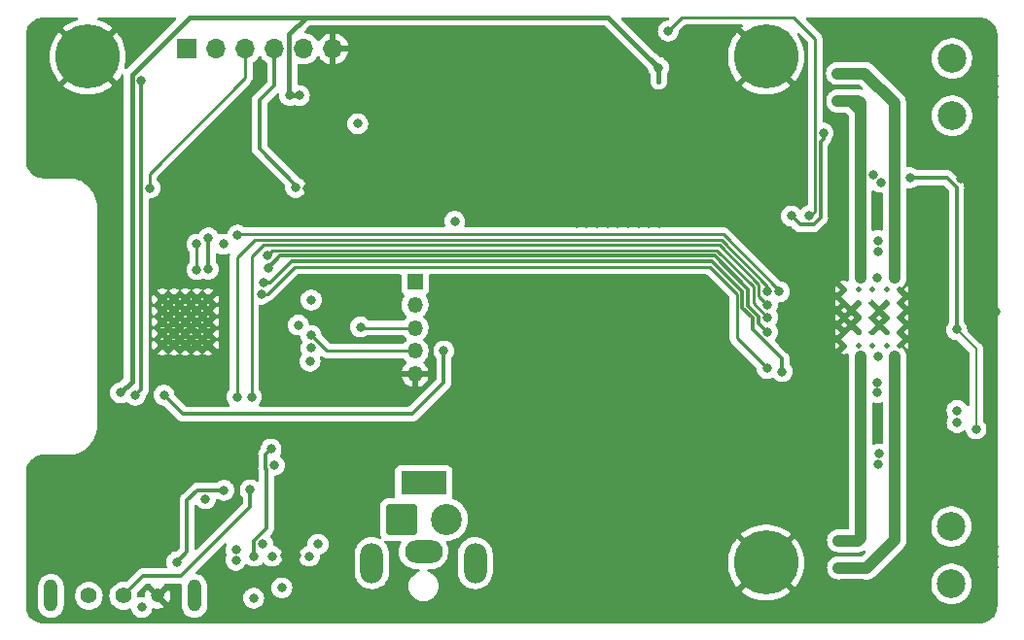
<source format=gbr>
G04 #@! TF.GenerationSoftware,KiCad,Pcbnew,(6.0.4-0)*
G04 #@! TF.CreationDate,2022-05-25T02:01:02+02:00*
G04 #@! TF.ProjectId,muVox,6d75566f-782e-46b6-9963-61645f706362,rev?*
G04 #@! TF.SameCoordinates,Original*
G04 #@! TF.FileFunction,Copper,L2,Inr*
G04 #@! TF.FilePolarity,Positive*
%FSLAX46Y46*%
G04 Gerber Fmt 4.6, Leading zero omitted, Abs format (unit mm)*
G04 Created by KiCad (PCBNEW (6.0.4-0)) date 2022-05-25 02:01:02*
%MOMM*%
%LPD*%
G01*
G04 APERTURE LIST*
G04 Aperture macros list*
%AMRoundRect*
0 Rectangle with rounded corners*
0 $1 Rounding radius*
0 $2 $3 $4 $5 $6 $7 $8 $9 X,Y pos of 4 corners*
0 Add a 4 corners polygon primitive as box body*
4,1,4,$2,$3,$4,$5,$6,$7,$8,$9,$2,$3,0*
0 Add four circle primitives for the rounded corners*
1,1,$1+$1,$2,$3*
1,1,$1+$1,$4,$5*
1,1,$1+$1,$6,$7*
1,1,$1+$1,$8,$9*
0 Add four rect primitives between the rounded corners*
20,1,$1+$1,$2,$3,$4,$5,0*
20,1,$1+$1,$4,$5,$6,$7,0*
20,1,$1+$1,$6,$7,$8,$9,0*
20,1,$1+$1,$8,$9,$2,$3,0*%
G04 Aperture macros list end*
G04 #@! TA.AperFunction,ComponentPad*
%ADD10O,2.000000X3.500000*%
G04 #@! TD*
G04 #@! TA.AperFunction,ComponentPad*
%ADD11O,3.300000X2.000000*%
G04 #@! TD*
G04 #@! TA.AperFunction,ComponentPad*
%ADD12R,4.000000X2.000000*%
G04 #@! TD*
G04 #@! TA.AperFunction,ComponentPad*
%ADD13R,1.350000X1.350000*%
G04 #@! TD*
G04 #@! TA.AperFunction,ComponentPad*
%ADD14O,1.350000X1.350000*%
G04 #@! TD*
G04 #@! TA.AperFunction,ComponentPad*
%ADD15C,2.500000*%
G04 #@! TD*
G04 #@! TA.AperFunction,ComponentPad*
%ADD16RoundRect,0.250001X-1.099999X-1.099999X1.099999X-1.099999X1.099999X1.099999X-1.099999X1.099999X0*%
G04 #@! TD*
G04 #@! TA.AperFunction,ComponentPad*
%ADD17C,2.700000*%
G04 #@! TD*
G04 #@! TA.AperFunction,ComponentPad*
%ADD18C,5.600000*%
G04 #@! TD*
G04 #@! TA.AperFunction,ComponentPad*
%ADD19R,1.700000X1.700000*%
G04 #@! TD*
G04 #@! TA.AperFunction,ComponentPad*
%ADD20O,1.700000X1.700000*%
G04 #@! TD*
G04 #@! TA.AperFunction,ComponentPad*
%ADD21C,0.500000*%
G04 #@! TD*
G04 #@! TA.AperFunction,ComponentPad*
%ADD22O,1.208000X2.800000*%
G04 #@! TD*
G04 #@! TA.AperFunction,ComponentPad*
%ADD23C,1.200000*%
G04 #@! TD*
G04 #@! TA.AperFunction,ComponentPad*
%ADD24C,1.400000*%
G04 #@! TD*
G04 #@! TA.AperFunction,ComponentPad*
%ADD25C,0.800000*%
G04 #@! TD*
G04 #@! TA.AperFunction,ViaPad*
%ADD26C,0.800000*%
G04 #@! TD*
G04 #@! TA.AperFunction,Conductor*
%ADD27C,0.300000*%
G04 #@! TD*
G04 #@! TA.AperFunction,Conductor*
%ADD28C,0.200000*%
G04 #@! TD*
G04 #@! TA.AperFunction,Conductor*
%ADD29C,0.400000*%
G04 #@! TD*
G04 #@! TA.AperFunction,Conductor*
%ADD30C,0.250000*%
G04 #@! TD*
G04 #@! TA.AperFunction,Conductor*
%ADD31C,1.000000*%
G04 #@! TD*
G04 APERTURE END LIST*
D10*
X152242110Y-109652500D03*
X143242110Y-109652500D03*
D11*
X147742110Y-108652500D03*
D12*
X147742110Y-102652500D03*
D13*
X147000000Y-85150000D03*
D14*
X147000000Y-87150000D03*
X147000000Y-89150000D03*
X147000000Y-91150000D03*
X147000000Y-93150000D03*
D15*
X193700000Y-111450000D03*
X193700000Y-106450000D03*
D16*
X145800490Y-105850490D03*
D17*
X149760490Y-105850490D03*
D18*
X118500000Y-65500000D03*
D19*
X127150000Y-64800000D03*
D20*
X129690000Y-64800000D03*
X132230000Y-64800000D03*
X134770000Y-64800000D03*
X137310000Y-64800000D03*
X139850000Y-64800000D03*
D21*
X184342850Y-86961250D03*
X189219650Y-88231250D03*
X185612850Y-90669650D03*
X188051250Y-89501250D03*
X189219650Y-85792850D03*
X189219650Y-90669650D03*
X185612850Y-89501250D03*
X184342850Y-89501250D03*
X186781250Y-88231250D03*
X188051250Y-85792850D03*
X184342850Y-88231250D03*
X188051250Y-90669650D03*
X188051250Y-88231250D03*
X189219650Y-86961250D03*
X184342850Y-85792850D03*
X185612850Y-88231250D03*
X185612850Y-86961250D03*
X185612850Y-85792850D03*
X186781250Y-86961250D03*
X186781250Y-90669650D03*
X186781250Y-85792850D03*
X186781250Y-89501250D03*
X189219650Y-89501250D03*
X188051250Y-86961250D03*
X184342850Y-90669650D03*
D22*
X115300000Y-112500000D03*
X127800000Y-112500000D03*
D23*
X124600000Y-112500000D03*
D24*
X121600000Y-112500000D03*
X118600000Y-112500000D03*
D18*
X177550000Y-65500000D03*
D25*
X126000000Y-88631250D03*
X125000000Y-86631250D03*
X125000000Y-89631250D03*
X128000000Y-87631250D03*
X126000000Y-87631250D03*
X127000000Y-89631250D03*
X128000000Y-90631250D03*
X126000000Y-86631250D03*
X125000000Y-88631250D03*
X129000000Y-90631250D03*
X128000000Y-88631250D03*
X125000000Y-87631250D03*
X127000000Y-87631250D03*
X128000000Y-86631250D03*
X129000000Y-87631250D03*
X127000000Y-88631250D03*
X129000000Y-86631250D03*
X127000000Y-90631250D03*
X128000000Y-89631250D03*
X126000000Y-89631250D03*
X125000000Y-90631250D03*
X126000000Y-90631250D03*
X129000000Y-88631250D03*
X129000000Y-89631250D03*
X127000000Y-86631250D03*
D15*
X193750000Y-65650000D03*
X193750000Y-70650000D03*
D18*
X177550000Y-109600000D03*
D26*
X172446020Y-89421810D03*
X171557020Y-88558210D03*
X171557020Y-88558210D03*
X171557020Y-89421810D03*
X171557020Y-90336210D03*
X170642620Y-88558210D03*
X170642620Y-87669210D03*
X170642620Y-88558210D03*
X171582420Y-87669210D03*
X172446020Y-88558210D03*
X172446020Y-87669210D03*
X172446020Y-88558210D03*
X139400000Y-75196600D03*
X139400000Y-75196600D03*
X196500000Y-67203400D03*
X143050000Y-68053400D03*
X145776020Y-76925010D03*
X168250000Y-79100000D03*
X197400000Y-108200000D03*
X168250000Y-78200000D03*
X135650000Y-107189000D03*
X138500000Y-77000000D03*
X156550000Y-76003400D03*
X196500000Y-68103400D03*
X124407600Y-100550000D03*
X161950000Y-78203400D03*
X162850000Y-79100000D03*
X124407600Y-101550000D03*
X150150000Y-68153400D03*
X137600000Y-76100000D03*
X139400000Y-76996600D03*
X164650000Y-78203400D03*
X162850000Y-80000000D03*
X135607600Y-113550000D03*
X144850000Y-67150000D03*
X162800000Y-65600000D03*
X156550000Y-77803400D03*
X159178380Y-105603400D03*
X172446020Y-86780210D03*
X158278380Y-106503400D03*
X143950000Y-67153400D03*
X196300000Y-77710000D03*
X166450000Y-78203400D03*
X155578380Y-104753400D03*
X165550000Y-78200000D03*
X197400000Y-69000000D03*
X157450000Y-77803400D03*
X164622820Y-93485810D03*
X158350000Y-77800000D03*
X160978380Y-105553400D03*
X161219220Y-86229410D03*
X162311420Y-86204010D03*
X151050000Y-68153400D03*
X125296600Y-101550000D03*
X164650000Y-79103400D03*
X179939020Y-90234610D03*
X151950000Y-67250000D03*
X126211000Y-101550000D03*
X136650000Y-108992400D03*
X191700000Y-82550000D03*
X135650000Y-107189000D03*
X162850000Y-80000000D03*
X197400000Y-108200000D03*
X145776020Y-75985210D03*
X162800000Y-66500000D03*
X168250000Y-80000000D03*
X161950000Y-79103400D03*
X167350000Y-78203400D03*
X135650000Y-108992400D03*
X191350000Y-77500000D03*
X136650000Y-108103400D03*
X160078380Y-106500000D03*
X125296600Y-101550000D03*
X195600000Y-110003400D03*
X127100000Y-100550000D03*
X161900000Y-64703400D03*
X162800000Y-64700000D03*
X177223620Y-94654010D03*
X157378380Y-105650000D03*
X160978380Y-104653400D03*
X138500000Y-75200000D03*
X162800000Y-66500000D03*
X196880820Y-90844210D03*
X170896620Y-106008010D03*
X138300000Y-113550000D03*
X162800000Y-65600000D03*
X136650000Y-106300000D03*
X133050000Y-67850000D03*
X158278380Y-104703400D03*
X135650000Y-106300000D03*
X144850000Y-68050000D03*
X196500000Y-109103400D03*
X197400000Y-69000000D03*
X151050000Y-67253400D03*
X160078380Y-105600000D03*
X150150000Y-67253400D03*
X124407600Y-101550000D03*
X135650000Y-108103400D03*
X127100000Y-101550000D03*
X158350000Y-77800000D03*
X145801420Y-75096210D03*
X137600000Y-75200000D03*
X163683020Y-90742610D03*
X197400000Y-67200000D03*
X157378380Y-106550000D03*
X187270000Y-77890000D03*
X135607600Y-113550000D03*
X126211000Y-100550000D03*
X168250000Y-80000000D03*
X164622820Y-93485810D03*
X163750000Y-79103400D03*
X127100000Y-100550000D03*
X151950000Y-69050000D03*
X164622820Y-94374810D03*
X160990620Y-90742610D03*
X197400000Y-110000000D03*
X161900000Y-66503400D03*
X144850000Y-67150000D03*
X197550000Y-87700000D03*
X165550000Y-80000000D03*
X160078380Y-104700000D03*
X190250000Y-77500000D03*
X157378380Y-106550000D03*
X136650000Y-108103400D03*
X159178380Y-104703400D03*
X137411000Y-113550000D03*
X162850000Y-78200000D03*
X159178380Y-106503400D03*
X160078380Y-106500000D03*
X143950000Y-68053400D03*
X161879620Y-90742610D03*
X156478380Y-104753400D03*
X179939020Y-88482010D03*
X197400000Y-109100000D03*
X195600000Y-68103400D03*
X195600000Y-108203400D03*
X164343420Y-86204010D03*
X197400000Y-68100000D03*
X124407600Y-100550000D03*
X137411000Y-113550000D03*
X151950000Y-68150000D03*
X138500000Y-76100000D03*
X157378380Y-104750000D03*
X151050000Y-69053400D03*
X161879620Y-90742610D03*
X126211000Y-101550000D03*
X197400000Y-68100000D03*
X143050000Y-66253400D03*
X157450000Y-76003400D03*
X164622820Y-92571410D03*
X195600000Y-109103400D03*
X164622820Y-94374810D03*
X157378380Y-105650000D03*
X166450000Y-79103400D03*
X197400000Y-109100000D03*
X160990620Y-90742610D03*
X171582420Y-86780210D03*
X172446020Y-90336210D03*
X161000000Y-64703400D03*
X167350000Y-80003400D03*
X150150000Y-69053400D03*
X127100000Y-101550000D03*
X161950000Y-80003400D03*
X161050000Y-79103400D03*
X143050000Y-67153400D03*
X195600000Y-69003400D03*
X136650000Y-106300000D03*
X144850000Y-66250000D03*
X161050000Y-78203400D03*
X197400000Y-67200000D03*
X192850000Y-78100000D03*
X161900000Y-65603400D03*
X135650000Y-108992400D03*
X194500000Y-76160000D03*
X156550000Y-76903400D03*
X187304660Y-98504676D03*
X195400000Y-76960000D03*
X158350000Y-76000000D03*
X164622820Y-91682410D03*
X163352820Y-86204010D03*
X160978380Y-106453400D03*
X136650000Y-108992400D03*
X158350000Y-76900000D03*
X164650000Y-80003400D03*
X164622820Y-92571410D03*
X162794020Y-90742610D03*
X125296600Y-100550000D03*
X196500000Y-69003400D03*
X165550000Y-79100000D03*
X136650000Y-107189000D03*
X184100000Y-77000000D03*
X161878380Y-105553400D03*
X195600000Y-67203400D03*
X156478380Y-105653400D03*
X136496600Y-113550000D03*
X126211000Y-100550000D03*
X138300000Y-113550000D03*
X168250000Y-78200000D03*
X125296600Y-100550000D03*
X143950000Y-66253400D03*
X158350000Y-76900000D03*
X139400000Y-76096600D03*
X158278380Y-105603400D03*
X166450000Y-80003400D03*
X151950000Y-68150000D03*
X160078380Y-105600000D03*
X163750000Y-80003400D03*
X167350000Y-79103400D03*
X161000000Y-65603400D03*
X162800000Y-64700000D03*
X163683020Y-90742610D03*
X164622820Y-91682410D03*
X165550000Y-78200000D03*
X157378380Y-104750000D03*
X163750000Y-78203400D03*
X136496600Y-113550000D03*
X169499620Y-106008010D03*
X144850000Y-66250000D03*
X168229620Y-106008010D03*
X162794020Y-90742610D03*
X151950000Y-69050000D03*
X157450000Y-76903400D03*
X144850000Y-68050000D03*
X139400000Y-76996600D03*
X196500000Y-110003400D03*
X161000000Y-66503400D03*
X165550000Y-79100000D03*
X135650000Y-106300000D03*
X160078380Y-104700000D03*
X168250000Y-79100000D03*
X139400000Y-76096600D03*
X161878380Y-106453400D03*
X158350000Y-76000000D03*
X162850000Y-79100000D03*
X162850000Y-78200000D03*
X161878380Y-104653400D03*
X135650000Y-108103400D03*
X165550000Y-80000000D03*
X137600000Y-77000000D03*
X197400000Y-110000000D03*
X151950000Y-67250000D03*
X136650000Y-107189000D03*
X161050000Y-80003400D03*
X196500000Y-108203400D03*
X150450000Y-79850000D03*
X134750000Y-101100000D03*
X131400000Y-108500000D03*
X195842500Y-97957500D03*
X142000000Y-71350000D03*
X182544799Y-72150000D03*
X131400000Y-109400000D03*
X179761120Y-79388810D03*
X194150000Y-89300000D03*
X190100000Y-76050000D03*
X168200000Y-66450000D03*
X121350000Y-94800000D03*
X136095258Y-68875002D03*
X136931000Y-68889800D03*
X123150000Y-67550000D03*
X122650000Y-95000000D03*
X123200000Y-113500500D03*
X187254220Y-84799010D03*
X187279620Y-82513010D03*
X187279620Y-81522410D03*
X187254220Y-93892210D03*
X187529756Y-76450244D03*
X187279620Y-91606210D03*
X187254220Y-94781210D03*
X186870000Y-75790489D03*
X187323620Y-101004010D03*
X187390000Y-100120000D03*
X134550000Y-109050000D03*
X136849500Y-88884954D03*
X128750000Y-104049500D03*
X149500000Y-91150000D03*
X125150000Y-95000000D03*
X169050000Y-63250000D03*
X181336120Y-79388810D03*
X185781020Y-93892210D03*
X185755620Y-91580810D03*
X185560000Y-107680000D03*
X183880000Y-107690000D03*
X185755620Y-82554010D03*
X185781020Y-84824410D03*
X183800000Y-69350000D03*
X185550000Y-69350000D03*
X188752820Y-91580810D03*
X183880000Y-110060000D03*
X188778220Y-93892210D03*
X185560000Y-110060000D03*
X188752820Y-82554010D03*
X188778220Y-84824410D03*
X185560000Y-66950000D03*
X183790000Y-66950000D03*
X132999500Y-109050000D03*
X134457294Y-99705731D03*
X133749500Y-108000000D03*
X137954977Y-86704977D03*
X135400000Y-111800000D03*
X132950000Y-112700000D03*
X130300000Y-81850000D03*
X137800000Y-109050000D03*
X177678420Y-89498010D03*
X137850000Y-92050000D03*
X134200000Y-83900000D03*
X134150000Y-82800000D03*
X137950000Y-90900000D03*
X138550000Y-108000000D03*
X177678420Y-88202610D03*
X123900000Y-76950000D03*
X136600000Y-76900000D03*
X126250000Y-109550000D03*
X130350000Y-103300000D03*
X194188420Y-97397410D03*
X194188420Y-96330610D03*
X142262701Y-89062701D03*
X137950000Y-89800000D03*
X132650000Y-103250000D03*
X131500000Y-95150000D03*
X177703820Y-85992810D03*
X132750000Y-95150000D03*
X177678420Y-87110410D03*
X178719820Y-85992810D03*
X131550000Y-81050000D03*
X129000000Y-84024020D03*
X133828925Y-85227067D03*
X178952528Y-92948301D03*
X129000000Y-81300000D03*
X128000000Y-81850000D03*
X133600000Y-86200000D03*
X177656432Y-92677511D03*
X128000964Y-84054555D03*
D27*
X194150000Y-76869970D02*
X194150000Y-89300000D01*
D28*
X195900000Y-98250000D02*
X195842500Y-98192500D01*
D27*
X180511121Y-80138811D02*
X179761120Y-79388810D01*
X190100000Y-76050000D02*
X193330030Y-76050000D01*
X182294819Y-79540113D02*
X181696121Y-80138811D01*
X182544799Y-72642831D02*
X182294819Y-72892811D01*
X182544799Y-72150000D02*
X182544799Y-72642831D01*
X182294819Y-72892811D02*
X182294819Y-79540113D01*
D28*
X195842500Y-90992500D02*
X194150000Y-89300000D01*
X195842500Y-98192500D02*
X195842500Y-90992500D01*
D27*
X193330030Y-76050000D02*
X194150000Y-76869970D01*
X181696121Y-80138811D02*
X180511121Y-80138811D01*
D29*
X136050000Y-68829744D02*
X136095258Y-68875002D01*
X168223600Y-67665400D02*
X168223600Y-66523600D01*
X122350000Y-67100978D02*
X122350000Y-72200000D01*
X136095258Y-68875002D02*
X136916202Y-68875002D01*
X142250000Y-62050000D02*
X163750000Y-62050000D01*
X167499100Y-65749100D02*
X168200000Y-66450000D01*
X163750000Y-62050000D02*
X168056850Y-66356850D01*
X168150000Y-66450000D02*
X168056850Y-66356850D01*
X122350000Y-72200000D02*
X122350000Y-93800000D01*
X168200000Y-66450000D02*
X168150000Y-66450000D01*
X137550000Y-62050000D02*
X136050000Y-63550000D01*
X136916202Y-68875002D02*
X136931000Y-68889800D01*
X127400978Y-62050000D02*
X122350000Y-67100978D01*
X168223600Y-66523600D02*
X168056850Y-66356850D01*
X136050000Y-63550000D02*
X136050000Y-68829744D01*
X122350000Y-93800000D02*
X121350000Y-94800000D01*
X142250000Y-62050000D02*
X127400978Y-62050000D01*
X142250000Y-62050000D02*
X137550000Y-62050000D01*
D27*
X123150000Y-67550000D02*
X123150000Y-94500000D01*
X123150000Y-94500000D02*
X122650000Y-95000000D01*
D29*
X187254220Y-91631610D02*
X187279620Y-91606210D01*
D27*
X146750000Y-96650000D02*
X145850000Y-96650000D01*
X126800000Y-96650000D02*
X125150000Y-95000000D01*
X145850000Y-96650000D02*
X126800000Y-96650000D01*
X149500000Y-93900000D02*
X146750000Y-96650000D01*
X149500000Y-91150000D02*
X149500000Y-93900000D01*
D30*
X181820299Y-71970299D02*
X181820299Y-63920299D01*
X181820299Y-71970299D02*
X181820299Y-71869783D01*
X179950000Y-62050000D02*
X170250000Y-62050000D01*
X170250000Y-62050000D02*
X169050000Y-63250000D01*
X181336120Y-79388810D02*
X181411190Y-79388810D01*
X181820299Y-78979701D02*
X181820299Y-71970299D01*
X181820299Y-63920299D02*
X179950000Y-62050000D01*
X181411190Y-79388810D02*
X181820299Y-78979701D01*
D31*
X185781020Y-93892210D02*
X185781020Y-107458980D01*
X185550000Y-107690000D02*
X185560000Y-107680000D01*
X185781020Y-93892210D02*
X185781020Y-91678420D01*
X185781020Y-91678420D02*
X185755620Y-91653020D01*
X183880000Y-107690000D02*
X185550000Y-107690000D01*
X185781020Y-107458980D02*
X185560000Y-107680000D01*
X183800000Y-69350000D02*
X185550000Y-69350000D01*
X184937010Y-69350000D02*
X185755620Y-70168610D01*
X185550000Y-69350000D02*
X185755620Y-69555620D01*
X185755620Y-69555620D02*
X185755620Y-84777600D01*
X185755620Y-84777600D02*
X185781020Y-84803000D01*
X183800000Y-69350000D02*
X184937010Y-69350000D01*
X183893390Y-110046610D02*
X183880000Y-110060000D01*
X188778220Y-107608210D02*
X186314420Y-110072010D01*
X186314420Y-110046610D02*
X183893390Y-110046610D01*
X188778220Y-93892210D02*
X188778220Y-107608210D01*
X188778220Y-91678420D02*
X188752820Y-91653020D01*
X188778220Y-93892210D02*
X188778220Y-91678420D01*
X186169210Y-66950000D02*
X188752820Y-69533610D01*
X188752820Y-69533610D02*
X188752820Y-83078695D01*
X188752820Y-83078695D02*
X188778220Y-83104095D01*
X188778220Y-83104095D02*
X188778220Y-84803000D01*
X185560000Y-66950000D02*
X183790000Y-66950000D01*
X183790000Y-66950000D02*
X186169210Y-66950000D01*
D27*
X134050000Y-101459970D02*
X134000489Y-101410459D01*
X134000489Y-100162536D02*
X134457294Y-99705731D01*
X132999500Y-107690030D02*
X134050000Y-106639530D01*
X134000489Y-101410459D02*
X134000489Y-100162536D01*
X134050000Y-106639530D02*
X134050000Y-101459970D01*
X132999500Y-109050000D02*
X132999500Y-107690030D01*
X176928909Y-88748499D02*
X177678420Y-89498010D01*
X151461600Y-82851121D02*
X173101505Y-82851121D01*
X135248879Y-82851121D02*
X134200000Y-83900000D01*
X176928909Y-88129387D02*
X176928909Y-88748499D01*
X176004362Y-87204840D02*
X176928909Y-88129387D01*
X176004362Y-85753978D02*
X176004362Y-87204840D01*
X151461600Y-82851121D02*
X135248879Y-82851121D01*
X173101505Y-82851121D02*
X176004362Y-85753978D01*
D30*
X146973399Y-82376601D02*
X134573399Y-82376601D01*
X176478882Y-85557426D02*
X173298057Y-82376601D01*
X173298057Y-82376601D02*
X146973399Y-82376601D01*
X134573399Y-82376601D02*
X134150000Y-82800000D01*
X177678420Y-88202610D02*
X176478882Y-87003072D01*
X176478882Y-87003072D02*
X176478882Y-85557426D01*
X132230000Y-64800000D02*
X132230000Y-67370000D01*
X123900000Y-75700000D02*
X123900000Y-76950000D01*
X132230000Y-67370000D02*
X123900000Y-75700000D01*
D27*
X133450000Y-69300000D02*
X133450000Y-73550000D01*
X133450000Y-73550000D02*
X136600000Y-76700000D01*
X134770000Y-67980000D02*
X133450000Y-69300000D01*
X136600000Y-76700000D02*
X136600000Y-76900000D01*
X134770000Y-64800000D02*
X134770000Y-67980000D01*
X130350000Y-103300000D02*
X128050000Y-103300000D01*
X127150000Y-104200000D02*
X127150000Y-108650000D01*
X127150000Y-108650000D02*
X126250000Y-109550000D01*
X128050000Y-103300000D02*
X127150000Y-104200000D01*
D30*
X147050000Y-89150000D02*
X142350000Y-89150000D01*
X142350000Y-89150000D02*
X142262701Y-89062701D01*
X139300000Y-91150000D02*
X137950000Y-89800000D01*
X147050000Y-91150000D02*
X139300000Y-91150000D01*
D27*
X126650000Y-110750000D02*
X123350000Y-110750000D01*
X132650000Y-104750000D02*
X126650000Y-110750000D01*
X132650000Y-103250000D02*
X132650000Y-104750000D01*
X123350000Y-110750000D02*
X121600000Y-112500000D01*
D30*
X177703820Y-85510928D02*
X177703820Y-85992810D01*
X133022439Y-81477561D02*
X131500000Y-83000000D01*
X131500000Y-83000000D02*
X131500000Y-95150000D01*
X173670453Y-81477561D02*
X133022439Y-81477561D01*
X173670453Y-81477561D02*
X177703820Y-85510928D01*
X132750000Y-83000000D02*
X132750000Y-95150000D01*
X132800000Y-82950000D02*
X132750000Y-83000000D01*
X133822919Y-81927081D02*
X132800000Y-82950000D01*
X146027081Y-81927081D02*
X173484255Y-81927081D01*
X173484255Y-81927081D02*
X176928402Y-85371228D01*
X177678420Y-87110410D02*
X176928402Y-86360392D01*
X176928402Y-86360392D02*
X176928402Y-85371228D01*
X146027081Y-81927081D02*
X133822919Y-81927081D01*
X131610990Y-80989010D02*
X131550000Y-81050000D01*
X144607620Y-80989010D02*
X131610990Y-80989010D01*
X178719820Y-85992810D02*
X178719820Y-85891210D01*
X178719820Y-85891210D02*
X173817620Y-80989010D01*
D29*
X178719820Y-85992810D02*
X178719820Y-85824808D01*
D30*
X173817620Y-80989010D02*
X144607620Y-80989010D01*
D27*
X129000000Y-84024020D02*
X129000000Y-81300000D01*
X176357620Y-88264526D02*
X176357620Y-89244010D01*
X172877251Y-83350641D02*
X175504842Y-85978232D01*
X176357620Y-89244010D02*
X178952528Y-91838918D01*
X134372933Y-85227067D02*
X136249359Y-83350641D01*
X133828925Y-85227067D02*
X134372933Y-85227067D01*
X136249359Y-83350641D02*
X172877251Y-83350641D01*
X178952528Y-91838918D02*
X178952528Y-92948301D01*
X175504842Y-87411748D02*
X176357620Y-88264526D01*
X175504842Y-85978232D02*
X175504842Y-87411748D01*
D30*
X175030323Y-90051402D02*
X177656432Y-92677511D01*
X175030323Y-86174785D02*
X175030323Y-90051402D01*
X136486194Y-83825161D02*
X172680699Y-83825161D01*
X128000964Y-81850964D02*
X128000000Y-81850000D01*
X133600000Y-86200000D02*
X134111355Y-86200000D01*
X172680699Y-83825161D02*
X175030323Y-86174785D01*
X128000964Y-84054555D02*
X128000964Y-81850964D01*
X134111355Y-86200000D02*
X136486194Y-83825161D01*
G04 #@! TA.AperFunction,Conductor*
G36*
X117630725Y-62086512D02*
G01*
X117677218Y-62140168D01*
X117687322Y-62210442D01*
X117657828Y-62275022D01*
X117602584Y-62311999D01*
X117283683Y-62418702D01*
X117277361Y-62421205D01*
X116958034Y-62568079D01*
X116951991Y-62571265D01*
X116650401Y-62751763D01*
X116644755Y-62755571D01*
X116364408Y-62967596D01*
X116359211Y-62971987D01*
X116357972Y-62973155D01*
X116349950Y-62986862D01*
X116349986Y-62987704D01*
X116355037Y-62995826D01*
X118487190Y-65127980D01*
X118501131Y-65135592D01*
X118502966Y-65135461D01*
X118509580Y-65131210D01*
X120642798Y-62997991D01*
X120650412Y-62984047D01*
X120650344Y-62983089D01*
X120645836Y-62976272D01*
X120644418Y-62975065D01*
X120364813Y-62762064D01*
X120359187Y-62758240D01*
X120058214Y-62576681D01*
X120052202Y-62573484D01*
X119733370Y-62425487D01*
X119727070Y-62422967D01*
X119398814Y-62311859D01*
X119340702Y-62271072D01*
X119313866Y-62205343D01*
X119326826Y-62135539D01*
X119375468Y-62083823D01*
X119439211Y-62066510D01*
X126078307Y-62066510D01*
X126146428Y-62086512D01*
X126192921Y-62140168D01*
X126203025Y-62210442D01*
X126173531Y-62275022D01*
X126167402Y-62281605D01*
X121880807Y-66568201D01*
X121818495Y-66602227D01*
X121747680Y-66597162D01*
X121690844Y-66554615D01*
X121666033Y-66488095D01*
X121670533Y-66444587D01*
X121729598Y-66237237D01*
X121731105Y-66230607D01*
X121790332Y-65884118D01*
X121791112Y-65877378D01*
X121812668Y-65524925D01*
X121812784Y-65521323D01*
X121812853Y-65501819D01*
X121812761Y-65498194D01*
X121793666Y-65145615D01*
X121792931Y-65138849D01*
X121736130Y-64791985D01*
X121734663Y-64785313D01*
X121640736Y-64446627D01*
X121638562Y-64440163D01*
X121508598Y-64113578D01*
X121505742Y-64107398D01*
X121341269Y-63796763D01*
X121337769Y-63790937D01*
X121140697Y-63499862D01*
X121136590Y-63494453D01*
X121023565Y-63361179D01*
X121010740Y-63352743D01*
X121000416Y-63358795D01*
X118872020Y-65487190D01*
X118864408Y-65501131D01*
X118864539Y-65502966D01*
X118868790Y-65509580D01*
X120999009Y-67639798D01*
X121012605Y-67647223D01*
X121022218Y-67640522D01*
X121122518Y-67523912D01*
X121126676Y-67518514D01*
X121325762Y-67228840D01*
X121329310Y-67223029D01*
X121404560Y-67083274D01*
X121454467Y-67032778D01*
X121523751Y-67017279D01*
X121590416Y-67041699D01*
X121633295Y-67098284D01*
X121641500Y-67143009D01*
X121641500Y-93454338D01*
X121621498Y-93522459D01*
X121604596Y-93543433D01*
X121283467Y-93864563D01*
X121220568Y-93898715D01*
X121167895Y-93909911D01*
X121067712Y-93931206D01*
X121061682Y-93933891D01*
X121061681Y-93933891D01*
X120899278Y-94006197D01*
X120899276Y-94006198D01*
X120893248Y-94008882D01*
X120887907Y-94012762D01*
X120887906Y-94012763D01*
X120837843Y-94049136D01*
X120738747Y-94121134D01*
X120734326Y-94126044D01*
X120734325Y-94126045D01*
X120671816Y-94195469D01*
X120610960Y-94263056D01*
X120515473Y-94428444D01*
X120456458Y-94610072D01*
X120455768Y-94616633D01*
X120455768Y-94616635D01*
X120446495Y-94704861D01*
X120436496Y-94800000D01*
X120437186Y-94806565D01*
X120453286Y-94959744D01*
X120456458Y-94989928D01*
X120515473Y-95171556D01*
X120610960Y-95336944D01*
X120615378Y-95341851D01*
X120615379Y-95341852D01*
X120636466Y-95365271D01*
X120738747Y-95478866D01*
X120827533Y-95543373D01*
X120881867Y-95582849D01*
X120893248Y-95591118D01*
X120899276Y-95593802D01*
X120899278Y-95593803D01*
X121040447Y-95656655D01*
X121067712Y-95668794D01*
X121133365Y-95682749D01*
X121248056Y-95707128D01*
X121248061Y-95707128D01*
X121254513Y-95708500D01*
X121445487Y-95708500D01*
X121451939Y-95707128D01*
X121451944Y-95707128D01*
X121566635Y-95682749D01*
X121632288Y-95668794D01*
X121659553Y-95656655D01*
X121800722Y-95593803D01*
X121800724Y-95593802D01*
X121806752Y-95591118D01*
X121812093Y-95587237D01*
X121817811Y-95583936D01*
X121819233Y-95586399D01*
X121874357Y-95566748D01*
X121943504Y-95582849D01*
X121975149Y-95608233D01*
X122038747Y-95678866D01*
X122193248Y-95791118D01*
X122199276Y-95793802D01*
X122199278Y-95793803D01*
X122314712Y-95845197D01*
X122367712Y-95868794D01*
X122461113Y-95888647D01*
X122548056Y-95907128D01*
X122548061Y-95907128D01*
X122554513Y-95908500D01*
X122745487Y-95908500D01*
X122751939Y-95907128D01*
X122751944Y-95907128D01*
X122838887Y-95888647D01*
X122932288Y-95868794D01*
X122985288Y-95845197D01*
X123100722Y-95793803D01*
X123100724Y-95793802D01*
X123106752Y-95791118D01*
X123261253Y-95678866D01*
X123270322Y-95668794D01*
X123384621Y-95541852D01*
X123384622Y-95541851D01*
X123389040Y-95536944D01*
X123484527Y-95371556D01*
X123543542Y-95189928D01*
X123544872Y-95177279D01*
X123556514Y-95066508D01*
X123583527Y-95000852D01*
X123584267Y-95000000D01*
X124236496Y-95000000D01*
X124237186Y-95006565D01*
X124255129Y-95177279D01*
X124256458Y-95189928D01*
X124315473Y-95371556D01*
X124410960Y-95536944D01*
X124415378Y-95541851D01*
X124415379Y-95541852D01*
X124529678Y-95668794D01*
X124538747Y-95678866D01*
X124693248Y-95791118D01*
X124699276Y-95793802D01*
X124699278Y-95793803D01*
X124814712Y-95845197D01*
X124867712Y-95868794D01*
X124961113Y-95888647D01*
X125048056Y-95907128D01*
X125048061Y-95907128D01*
X125054513Y-95908500D01*
X125075050Y-95908500D01*
X125143171Y-95928502D01*
X125164145Y-95945405D01*
X126276341Y-97057600D01*
X126284331Y-97066381D01*
X126284339Y-97066390D01*
X126288584Y-97073080D01*
X126310514Y-97093674D01*
X126340274Y-97121620D01*
X126343116Y-97124375D01*
X126363667Y-97144926D01*
X126366801Y-97147357D01*
X126367163Y-97147638D01*
X126376191Y-97155348D01*
X126409867Y-97186972D01*
X126416818Y-97190793D01*
X126416819Y-97190794D01*
X126428655Y-97197301D01*
X126445184Y-97208158D01*
X126455869Y-97216447D01*
X126455871Y-97216448D01*
X126462131Y-97221304D01*
X126504544Y-97239657D01*
X126515181Y-97244868D01*
X126555663Y-97267124D01*
X126563342Y-97269096D01*
X126563343Y-97269096D01*
X126576434Y-97272457D01*
X126595136Y-97278859D01*
X126614823Y-97287379D01*
X126622652Y-97288619D01*
X126660448Y-97294605D01*
X126672074Y-97297013D01*
X126709135Y-97306529D01*
X126709136Y-97306529D01*
X126716812Y-97308500D01*
X126738258Y-97308500D01*
X126757968Y-97310051D01*
X126779151Y-97313406D01*
X126825135Y-97309059D01*
X126836994Y-97308500D01*
X146667944Y-97308500D01*
X146679800Y-97309059D01*
X146679803Y-97309059D01*
X146687537Y-97310788D01*
X146758369Y-97308562D01*
X146762327Y-97308500D01*
X146791432Y-97308500D01*
X146795832Y-97307944D01*
X146807664Y-97307012D01*
X146853831Y-97305562D01*
X146874421Y-97299580D01*
X146893782Y-97295570D01*
X146901424Y-97294605D01*
X146907204Y-97293875D01*
X146907205Y-97293875D01*
X146915064Y-97292882D01*
X146922429Y-97289966D01*
X146922433Y-97289965D01*
X146958021Y-97275874D01*
X146969231Y-97272035D01*
X147013600Y-97259145D01*
X147032065Y-97248225D01*
X147049805Y-97239534D01*
X147069756Y-97231635D01*
X147107129Y-97204482D01*
X147117048Y-97197967D01*
X147149977Y-97178493D01*
X147149981Y-97178490D01*
X147156807Y-97174453D01*
X147171971Y-97159289D01*
X147187005Y-97146448D01*
X147197943Y-97138501D01*
X147204357Y-97133841D01*
X147233803Y-97098247D01*
X147241792Y-97089468D01*
X149907600Y-94423659D01*
X149916381Y-94415669D01*
X149916390Y-94415661D01*
X149923080Y-94411416D01*
X149971621Y-94359725D01*
X149974375Y-94356884D01*
X149994926Y-94336333D01*
X149997638Y-94332837D01*
X150005349Y-94323808D01*
X150007860Y-94321134D01*
X150036972Y-94290133D01*
X150047301Y-94271345D01*
X150058158Y-94254816D01*
X150066447Y-94244131D01*
X150066448Y-94244129D01*
X150071304Y-94237869D01*
X150089657Y-94195456D01*
X150094868Y-94184819D01*
X150117124Y-94144337D01*
X150121821Y-94126045D01*
X150122457Y-94123566D01*
X150128859Y-94104864D01*
X150137379Y-94085177D01*
X150144605Y-94039552D01*
X150147013Y-94027926D01*
X150156529Y-93990865D01*
X150156529Y-93990864D01*
X150158500Y-93983188D01*
X150158500Y-93961742D01*
X150160051Y-93942031D01*
X150162166Y-93928678D01*
X150163406Y-93920849D01*
X150159059Y-93874864D01*
X150158500Y-93863006D01*
X150158500Y-91824759D01*
X150178502Y-91756638D01*
X150190864Y-91740449D01*
X150191032Y-91740263D01*
X150239040Y-91686944D01*
X150324311Y-91539250D01*
X150331223Y-91527279D01*
X150331224Y-91527278D01*
X150334527Y-91521556D01*
X150393542Y-91339928D01*
X150397386Y-91303360D01*
X150412814Y-91156565D01*
X150413504Y-91150000D01*
X150410539Y-91121787D01*
X150394232Y-90966635D01*
X150394232Y-90966633D01*
X150393542Y-90960072D01*
X150334527Y-90778444D01*
X150239040Y-90613056D01*
X150218660Y-90590421D01*
X150115675Y-90476045D01*
X150115674Y-90476044D01*
X150111253Y-90471134D01*
X149956752Y-90358882D01*
X149950724Y-90356198D01*
X149950722Y-90356197D01*
X149788319Y-90283891D01*
X149788318Y-90283891D01*
X149782288Y-90281206D01*
X149655170Y-90254186D01*
X149601944Y-90242872D01*
X149601939Y-90242872D01*
X149595487Y-90241500D01*
X149404513Y-90241500D01*
X149398061Y-90242872D01*
X149398056Y-90242872D01*
X149344830Y-90254186D01*
X149217712Y-90281206D01*
X149211682Y-90283891D01*
X149211681Y-90283891D01*
X149049278Y-90356197D01*
X149049276Y-90356198D01*
X149043248Y-90358882D01*
X148888747Y-90471134D01*
X148884326Y-90476044D01*
X148884325Y-90476045D01*
X148781341Y-90590421D01*
X148760960Y-90613056D01*
X148665473Y-90778444D01*
X148606458Y-90960072D01*
X148605768Y-90966633D01*
X148605768Y-90966635D01*
X148589461Y-91121787D01*
X148586496Y-91150000D01*
X148587186Y-91156565D01*
X148602615Y-91303360D01*
X148606458Y-91339928D01*
X148665473Y-91521556D01*
X148668776Y-91527278D01*
X148668777Y-91527279D01*
X148675689Y-91539250D01*
X148760960Y-91686944D01*
X148808969Y-91740263D01*
X148809136Y-91740449D01*
X148839854Y-91804456D01*
X148841500Y-91824759D01*
X148841500Y-93575051D01*
X148821498Y-93643172D01*
X148804595Y-93664146D01*
X146514145Y-95954595D01*
X146451833Y-95988621D01*
X146425050Y-95991500D01*
X133497817Y-95991500D01*
X133429696Y-95971498D01*
X133383203Y-95917842D01*
X133373099Y-95847568D01*
X133404181Y-95781190D01*
X133484621Y-95691852D01*
X133484622Y-95691851D01*
X133489040Y-95686944D01*
X133584527Y-95521556D01*
X133643542Y-95339928D01*
X133663504Y-95150000D01*
X133648969Y-95011710D01*
X133644232Y-94966635D01*
X133644232Y-94966633D01*
X133643542Y-94960072D01*
X133584527Y-94778444D01*
X133489040Y-94613056D01*
X133415863Y-94531785D01*
X133385147Y-94467779D01*
X133383500Y-94447476D01*
X133383500Y-93416962D01*
X145847158Y-93416962D01*
X145878656Y-93540985D01*
X145882497Y-93551832D01*
X145968685Y-93738789D01*
X145974436Y-93748750D01*
X146093254Y-93916873D01*
X146100720Y-93925615D01*
X146248191Y-94069275D01*
X146257124Y-94076509D01*
X146428299Y-94190884D01*
X146438409Y-94196374D01*
X146627566Y-94277642D01*
X146638499Y-94281194D01*
X146728332Y-94301521D01*
X146742405Y-94300632D01*
X146746000Y-94291233D01*
X146746000Y-94290512D01*
X147254000Y-94290512D01*
X147257966Y-94304018D01*
X147271883Y-94306011D01*
X147282817Y-94303386D01*
X147477763Y-94237210D01*
X147488272Y-94232531D01*
X147667882Y-94131944D01*
X147677375Y-94125420D01*
X147835653Y-93993782D01*
X147843782Y-93985653D01*
X147975420Y-93827375D01*
X147981944Y-93817882D01*
X148082531Y-93638272D01*
X148087210Y-93627763D01*
X148153386Y-93432817D01*
X148156017Y-93421857D01*
X148154040Y-93407992D01*
X148140474Y-93404000D01*
X147272115Y-93404000D01*
X147256876Y-93408475D01*
X147255671Y-93409865D01*
X147254000Y-93417548D01*
X147254000Y-94290512D01*
X146746000Y-94290512D01*
X146746000Y-93422115D01*
X146741525Y-93406876D01*
X146740135Y-93405671D01*
X146732452Y-93404000D01*
X145861981Y-93404000D01*
X145848450Y-93407973D01*
X145847158Y-93416962D01*
X133383500Y-93416962D01*
X133383500Y-87234500D01*
X133403502Y-87166379D01*
X133457158Y-87119886D01*
X133509500Y-87108500D01*
X133695487Y-87108500D01*
X133701939Y-87107128D01*
X133701944Y-87107128D01*
X133788887Y-87088647D01*
X133882288Y-87068794D01*
X133888319Y-87066109D01*
X134050722Y-86993803D01*
X134050724Y-86993802D01*
X134056752Y-86991118D01*
X134080228Y-86974062D01*
X134205914Y-86882745D01*
X134211253Y-86878866D01*
X134243351Y-86843218D01*
X134290604Y-86810377D01*
X134311267Y-86802196D01*
X134322497Y-86798351D01*
X134357338Y-86788229D01*
X134357339Y-86788229D01*
X134364948Y-86786018D01*
X134371767Y-86781985D01*
X134371772Y-86781983D01*
X134382383Y-86775707D01*
X134400131Y-86767012D01*
X134418972Y-86759552D01*
X134454742Y-86733564D01*
X134464662Y-86727048D01*
X134495890Y-86708580D01*
X134495893Y-86708578D01*
X134501982Y-86704977D01*
X137041473Y-86704977D01*
X137042163Y-86711542D01*
X137056003Y-86843218D01*
X137061435Y-86894905D01*
X137120450Y-87076533D01*
X137123753Y-87082255D01*
X137123754Y-87082256D01*
X137153753Y-87134215D01*
X137215937Y-87241921D01*
X137220355Y-87246828D01*
X137220356Y-87246829D01*
X137286240Y-87320001D01*
X137343724Y-87383843D01*
X137395901Y-87421752D01*
X137470128Y-87475681D01*
X137498225Y-87496095D01*
X137504253Y-87498779D01*
X137504255Y-87498780D01*
X137612005Y-87546753D01*
X137672689Y-87573771D01*
X137764495Y-87593285D01*
X137853033Y-87612105D01*
X137853038Y-87612105D01*
X137859490Y-87613477D01*
X138050464Y-87613477D01*
X138056916Y-87612105D01*
X138056921Y-87612105D01*
X138145459Y-87593285D01*
X138237265Y-87573771D01*
X138297949Y-87546753D01*
X138405699Y-87498780D01*
X138405701Y-87498779D01*
X138411729Y-87496095D01*
X138439827Y-87475681D01*
X138514053Y-87421752D01*
X138566230Y-87383843D01*
X138623714Y-87320001D01*
X138689598Y-87246829D01*
X138689599Y-87246828D01*
X138694017Y-87241921D01*
X138756201Y-87134215D01*
X138786200Y-87082256D01*
X138786201Y-87082255D01*
X138789504Y-87076533D01*
X138848519Y-86894905D01*
X138853952Y-86843218D01*
X138867791Y-86711542D01*
X138868481Y-86704977D01*
X138864329Y-86665472D01*
X138849209Y-86521612D01*
X138849209Y-86521610D01*
X138848519Y-86515049D01*
X138789504Y-86333421D01*
X138694017Y-86168033D01*
X138638271Y-86106120D01*
X138570652Y-86031022D01*
X138570651Y-86031021D01*
X138566230Y-86026111D01*
X138411729Y-85913859D01*
X138405701Y-85911175D01*
X138405699Y-85911174D01*
X138243296Y-85838868D01*
X138243295Y-85838868D01*
X138237265Y-85836183D01*
X138143864Y-85816330D01*
X138056921Y-85797849D01*
X138056916Y-85797849D01*
X138050464Y-85796477D01*
X137859490Y-85796477D01*
X137853038Y-85797849D01*
X137853033Y-85797849D01*
X137766090Y-85816330D01*
X137672689Y-85836183D01*
X137666659Y-85838868D01*
X137666658Y-85838868D01*
X137504255Y-85911174D01*
X137504253Y-85911175D01*
X137498225Y-85913859D01*
X137343724Y-86026111D01*
X137339303Y-86031021D01*
X137339302Y-86031022D01*
X137271684Y-86106120D01*
X137215937Y-86168033D01*
X137120450Y-86333421D01*
X137061435Y-86515049D01*
X137060745Y-86521610D01*
X137060745Y-86521612D01*
X137045625Y-86665472D01*
X137041473Y-86704977D01*
X134501982Y-86704977D01*
X134502717Y-86704542D01*
X134517038Y-86690221D01*
X134532072Y-86677380D01*
X134548462Y-86665472D01*
X134576653Y-86631395D01*
X134584643Y-86622616D01*
X136711693Y-84495566D01*
X136774005Y-84461540D01*
X136800788Y-84458661D01*
X145690500Y-84458661D01*
X145758621Y-84478663D01*
X145805114Y-84532319D01*
X145816500Y-84584661D01*
X145816500Y-85873134D01*
X145823255Y-85935316D01*
X145874385Y-86071705D01*
X145961739Y-86188261D01*
X145990699Y-86209965D01*
X146040269Y-86247116D01*
X146082784Y-86303975D01*
X146087810Y-86374794D01*
X146063654Y-86425948D01*
X146008699Y-86495658D01*
X146003181Y-86502658D01*
X145901905Y-86695154D01*
X145900192Y-86700671D01*
X145842046Y-86887930D01*
X145837403Y-86902882D01*
X145811837Y-87118887D01*
X145826063Y-87335933D01*
X145827484Y-87341529D01*
X145827485Y-87341534D01*
X145865754Y-87492214D01*
X145879605Y-87546753D01*
X145882022Y-87551996D01*
X145910365Y-87613477D01*
X145970668Y-87744285D01*
X145974001Y-87749001D01*
X146087542Y-87909657D01*
X146096204Y-87921914D01*
X146100346Y-87925949D01*
X146239741Y-88061741D01*
X146274579Y-88123602D01*
X146270442Y-88194478D01*
X146234899Y-88246726D01*
X146137842Y-88331842D01*
X146134270Y-88336373D01*
X146030104Y-88468506D01*
X145972222Y-88509619D01*
X145931154Y-88516500D01*
X143049504Y-88516500D01*
X142981383Y-88496498D01*
X142955868Y-88474810D01*
X142878376Y-88388746D01*
X142878375Y-88388745D01*
X142873954Y-88383835D01*
X142719453Y-88271583D01*
X142713425Y-88268899D01*
X142713423Y-88268898D01*
X142551020Y-88196592D01*
X142551019Y-88196592D01*
X142544989Y-88193907D01*
X142451588Y-88174054D01*
X142364645Y-88155573D01*
X142364640Y-88155573D01*
X142358188Y-88154201D01*
X142167214Y-88154201D01*
X142160762Y-88155573D01*
X142160757Y-88155573D01*
X142073814Y-88174054D01*
X141980413Y-88193907D01*
X141974383Y-88196592D01*
X141974382Y-88196592D01*
X141811979Y-88268898D01*
X141811977Y-88268899D01*
X141805949Y-88271583D01*
X141651448Y-88383835D01*
X141647027Y-88388745D01*
X141647026Y-88388746D01*
X141540101Y-88507499D01*
X141523661Y-88525757D01*
X141466545Y-88624685D01*
X141438300Y-88673607D01*
X141428174Y-88691145D01*
X141369159Y-88872773D01*
X141368469Y-88879334D01*
X141368469Y-88879336D01*
X141354446Y-89012763D01*
X141349197Y-89062701D01*
X141349887Y-89069266D01*
X141364521Y-89208497D01*
X141369159Y-89252629D01*
X141428174Y-89434257D01*
X141431477Y-89439979D01*
X141431478Y-89439980D01*
X141441623Y-89457552D01*
X141523661Y-89599645D01*
X141528079Y-89604552D01*
X141528080Y-89604553D01*
X141642470Y-89731596D01*
X141651448Y-89741567D01*
X141709164Y-89783500D01*
X141782723Y-89836944D01*
X141805949Y-89853819D01*
X141811977Y-89856503D01*
X141811979Y-89856504D01*
X141967947Y-89925945D01*
X141980413Y-89931495D01*
X142073814Y-89951348D01*
X142160757Y-89969829D01*
X142160762Y-89969829D01*
X142167214Y-89971201D01*
X142358188Y-89971201D01*
X142364640Y-89969829D01*
X142364645Y-89969829D01*
X142451589Y-89951348D01*
X142544989Y-89931495D01*
X142557455Y-89925945D01*
X142713423Y-89856504D01*
X142713425Y-89856503D01*
X142719453Y-89853819D01*
X142742907Y-89836779D01*
X142783117Y-89807564D01*
X142849984Y-89783706D01*
X142857178Y-89783500D01*
X145933139Y-89783500D01*
X146001260Y-89803502D01*
X146036036Y-89836779D01*
X146057474Y-89867112D01*
X146096204Y-89921914D01*
X146237326Y-90059388D01*
X146239741Y-90061741D01*
X146274579Y-90123602D01*
X146270442Y-90194478D01*
X146234899Y-90246726D01*
X146137842Y-90331842D01*
X146134270Y-90336373D01*
X146030104Y-90468506D01*
X145972222Y-90509619D01*
X145931154Y-90516500D01*
X139614595Y-90516500D01*
X139546474Y-90496498D01*
X139525500Y-90479595D01*
X138897122Y-89851217D01*
X138863096Y-89788905D01*
X138860907Y-89775292D01*
X138857363Y-89741567D01*
X138848037Y-89652835D01*
X138844232Y-89616635D01*
X138844232Y-89616633D01*
X138843542Y-89610072D01*
X138784527Y-89428444D01*
X138780664Y-89421752D01*
X138725150Y-89325600D01*
X138689040Y-89263056D01*
X138681054Y-89254186D01*
X138565675Y-89126045D01*
X138565674Y-89126044D01*
X138561253Y-89121134D01*
X138406752Y-89008882D01*
X138400724Y-89006198D01*
X138400722Y-89006197D01*
X138238319Y-88933891D01*
X138238318Y-88933891D01*
X138232288Y-88931206D01*
X138138888Y-88911353D01*
X138051944Y-88892872D01*
X138051939Y-88892872D01*
X138045487Y-88891500D01*
X137877143Y-88891500D01*
X137809022Y-88871498D01*
X137762529Y-88817842D01*
X137751833Y-88778670D01*
X137750502Y-88766000D01*
X137743042Y-88695026D01*
X137684027Y-88513398D01*
X137673861Y-88495789D01*
X137610459Y-88385975D01*
X137588540Y-88348010D01*
X137563631Y-88320345D01*
X137465175Y-88210999D01*
X137465174Y-88210998D01*
X137460753Y-88206088D01*
X137306252Y-88093836D01*
X137300224Y-88091152D01*
X137300222Y-88091151D01*
X137137819Y-88018845D01*
X137137818Y-88018845D01*
X137131788Y-88016160D01*
X137028179Y-87994137D01*
X136951444Y-87977826D01*
X136951439Y-87977826D01*
X136944987Y-87976454D01*
X136754013Y-87976454D01*
X136747561Y-87977826D01*
X136747556Y-87977826D01*
X136670821Y-87994137D01*
X136567212Y-88016160D01*
X136561182Y-88018845D01*
X136561181Y-88018845D01*
X136398778Y-88091151D01*
X136398776Y-88091152D01*
X136392748Y-88093836D01*
X136238247Y-88206088D01*
X136233826Y-88210998D01*
X136233825Y-88210999D01*
X136135370Y-88320345D01*
X136110460Y-88348010D01*
X136088541Y-88385975D01*
X136025140Y-88495789D01*
X136014973Y-88513398D01*
X135955958Y-88695026D01*
X135935996Y-88884954D01*
X135936686Y-88891519D01*
X135948962Y-89008314D01*
X135955958Y-89074882D01*
X136014973Y-89256510D01*
X136018276Y-89262232D01*
X136018277Y-89262233D01*
X136043872Y-89306565D01*
X136110460Y-89421898D01*
X136114878Y-89426805D01*
X136114879Y-89426806D01*
X136185476Y-89505212D01*
X136238247Y-89563820D01*
X136301907Y-89610072D01*
X136379615Y-89666530D01*
X136392748Y-89676072D01*
X136398776Y-89678756D01*
X136398778Y-89678757D01*
X136548574Y-89745450D01*
X136567212Y-89753748D01*
X136659709Y-89773409D01*
X136747556Y-89792082D01*
X136747561Y-89792082D01*
X136754013Y-89793454D01*
X136922357Y-89793454D01*
X136990478Y-89813456D01*
X137036971Y-89867112D01*
X137047667Y-89906284D01*
X137054346Y-89969829D01*
X137056458Y-89989928D01*
X137115473Y-90171556D01*
X137118776Y-90177278D01*
X137118777Y-90177279D01*
X137136803Y-90208500D01*
X137177988Y-90279834D01*
X137182125Y-90287000D01*
X137198863Y-90355995D01*
X137182125Y-90412999D01*
X137161924Y-90447989D01*
X137120072Y-90520479D01*
X137115473Y-90528444D01*
X137056458Y-90710072D01*
X137055768Y-90716633D01*
X137055768Y-90716635D01*
X137043470Y-90833650D01*
X137036496Y-90900000D01*
X137037186Y-90906565D01*
X137053551Y-91062265D01*
X137056458Y-91089928D01*
X137115473Y-91271556D01*
X137151159Y-91333365D01*
X137152893Y-91336369D01*
X137169631Y-91405364D01*
X137146411Y-91472456D01*
X137137411Y-91483679D01*
X137110960Y-91513056D01*
X137107658Y-91518775D01*
X137107656Y-91518778D01*
X137022319Y-91666586D01*
X137015473Y-91678444D01*
X136956458Y-91860072D01*
X136955768Y-91866633D01*
X136955768Y-91866635D01*
X136950057Y-91920974D01*
X136936496Y-92050000D01*
X136937186Y-92056565D01*
X136944269Y-92123952D01*
X136956458Y-92239928D01*
X137015473Y-92421556D01*
X137018776Y-92427278D01*
X137018777Y-92427279D01*
X137038475Y-92461397D01*
X137110960Y-92586944D01*
X137238747Y-92728866D01*
X137393248Y-92841118D01*
X137399276Y-92843802D01*
X137399278Y-92843803D01*
X137561681Y-92916109D01*
X137567712Y-92918794D01*
X137661113Y-92938647D01*
X137748056Y-92957128D01*
X137748061Y-92957128D01*
X137754513Y-92958500D01*
X137945487Y-92958500D01*
X137951939Y-92957128D01*
X137951944Y-92957128D01*
X138038887Y-92938647D01*
X138132288Y-92918794D01*
X138138319Y-92916109D01*
X138300722Y-92843803D01*
X138300724Y-92843802D01*
X138306752Y-92841118D01*
X138461253Y-92728866D01*
X138589040Y-92586944D01*
X138661525Y-92461397D01*
X138681223Y-92427279D01*
X138681224Y-92427278D01*
X138684527Y-92421556D01*
X138743542Y-92239928D01*
X138755732Y-92123952D01*
X138762814Y-92056565D01*
X138763504Y-92050000D01*
X138749943Y-91920974D01*
X138744232Y-91866635D01*
X138744232Y-91866633D01*
X138743542Y-91860072D01*
X138741504Y-91853798D01*
X138741502Y-91853791D01*
X138724584Y-91801723D01*
X138722557Y-91730756D01*
X138759220Y-91669958D01*
X138822932Y-91638633D01*
X138893466Y-91646727D01*
X138918479Y-91660853D01*
X138918899Y-91661158D01*
X138924679Y-91666586D01*
X138931627Y-91670405D01*
X138931626Y-91670405D01*
X138942432Y-91676346D01*
X138958956Y-91687199D01*
X138974959Y-91699613D01*
X139015543Y-91717176D01*
X139026173Y-91722383D01*
X139064940Y-91743695D01*
X139072617Y-91745666D01*
X139072622Y-91745668D01*
X139084558Y-91748732D01*
X139103266Y-91755137D01*
X139121855Y-91763181D01*
X139129683Y-91764421D01*
X139129690Y-91764423D01*
X139165524Y-91770099D01*
X139177144Y-91772505D01*
X139212289Y-91781528D01*
X139219970Y-91783500D01*
X139240224Y-91783500D01*
X139259934Y-91785051D01*
X139279943Y-91788220D01*
X139287835Y-91787474D01*
X139323961Y-91784059D01*
X139335819Y-91783500D01*
X145933139Y-91783500D01*
X146001260Y-91803502D01*
X146036036Y-91836779D01*
X146087161Y-91909118D01*
X146096204Y-91921914D01*
X146240102Y-92062093D01*
X146274938Y-92123952D01*
X146270801Y-92194828D01*
X146235256Y-92247077D01*
X146142552Y-92328376D01*
X146134630Y-92336724D01*
X146007180Y-92498394D01*
X146000909Y-92508050D01*
X145905060Y-92690229D01*
X145900655Y-92700863D01*
X145845436Y-92878700D01*
X145845218Y-92892799D01*
X145851950Y-92896000D01*
X148139485Y-92896000D01*
X148153016Y-92892027D01*
X148154185Y-92883892D01*
X148110725Y-92729794D01*
X148106603Y-92719055D01*
X148015549Y-92534417D01*
X148009538Y-92524608D01*
X147886360Y-92359651D01*
X147878671Y-92351111D01*
X147760691Y-92242052D01*
X147724246Y-92181123D01*
X147726527Y-92110163D01*
X147765650Y-92052653D01*
X147768840Y-92050000D01*
X147840446Y-91990446D01*
X147979532Y-91823213D01*
X148085813Y-91633435D01*
X148087669Y-91627968D01*
X148087671Y-91627963D01*
X148153874Y-91432935D01*
X148153875Y-91432930D01*
X148155730Y-91427466D01*
X148186941Y-91212205D01*
X148188570Y-91150000D01*
X148168667Y-90933400D01*
X148149640Y-90865933D01*
X148119546Y-90759228D01*
X148109626Y-90724055D01*
X148013423Y-90528974D01*
X148007080Y-90520479D01*
X147886733Y-90359315D01*
X147886732Y-90359314D01*
X147883280Y-90354691D01*
X147878206Y-90350000D01*
X147765055Y-90245405D01*
X147761078Y-90241729D01*
X147724633Y-90180800D01*
X147726914Y-90109840D01*
X147766038Y-90052330D01*
X147778273Y-90042155D01*
X147840446Y-89990446D01*
X147979532Y-89823213D01*
X148067984Y-89665271D01*
X148082989Y-89638478D01*
X148082990Y-89638476D01*
X148085813Y-89633435D01*
X148087669Y-89627968D01*
X148087671Y-89627963D01*
X148153874Y-89432935D01*
X148153875Y-89432930D01*
X148155730Y-89427466D01*
X148186941Y-89212205D01*
X148188570Y-89150000D01*
X148168667Y-88933400D01*
X148156856Y-88891519D01*
X148113997Y-88739554D01*
X148109626Y-88724055D01*
X148013423Y-88528974D01*
X147994231Y-88503272D01*
X147886733Y-88359315D01*
X147886732Y-88359314D01*
X147883280Y-88354691D01*
X147761078Y-88241729D01*
X147724633Y-88180800D01*
X147726914Y-88109840D01*
X147766038Y-88052330D01*
X147778273Y-88042155D01*
X147840446Y-87990446D01*
X147979532Y-87823213D01*
X148067763Y-87665666D01*
X148082989Y-87638478D01*
X148082990Y-87638476D01*
X148085813Y-87633435D01*
X148087669Y-87627968D01*
X148087671Y-87627963D01*
X148153874Y-87432935D01*
X148153875Y-87432930D01*
X148155730Y-87427466D01*
X148186941Y-87212205D01*
X148188570Y-87150000D01*
X148168667Y-86933400D01*
X148155960Y-86888342D01*
X148124069Y-86775266D01*
X148109626Y-86724055D01*
X148013423Y-86528974D01*
X147994231Y-86503272D01*
X147934465Y-86423236D01*
X147909733Y-86356686D01*
X147924907Y-86287330D01*
X147959858Y-86247021D01*
X148031080Y-86193643D01*
X148031081Y-86193642D01*
X148038261Y-86188261D01*
X148125615Y-86071705D01*
X148176745Y-85935316D01*
X148183500Y-85873134D01*
X148183500Y-84584661D01*
X148203502Y-84516540D01*
X148257158Y-84470047D01*
X148309500Y-84458661D01*
X172366105Y-84458661D01*
X172434226Y-84478663D01*
X172455200Y-84495566D01*
X174359918Y-86400285D01*
X174393944Y-86462597D01*
X174396823Y-86489380D01*
X174396823Y-89972635D01*
X174396296Y-89983818D01*
X174394621Y-89991311D01*
X174394870Y-89999237D01*
X174394870Y-89999238D01*
X174396761Y-90059388D01*
X174396823Y-90063347D01*
X174396823Y-90091258D01*
X174397320Y-90095192D01*
X174397320Y-90095193D01*
X174397328Y-90095258D01*
X174398261Y-90107095D01*
X174399650Y-90151291D01*
X174403955Y-90166109D01*
X174405301Y-90170741D01*
X174409310Y-90190102D01*
X174411849Y-90210199D01*
X174414768Y-90217570D01*
X174414768Y-90217572D01*
X174428127Y-90251314D01*
X174431972Y-90262544D01*
X174444305Y-90304995D01*
X174448338Y-90311814D01*
X174448340Y-90311819D01*
X174454616Y-90322430D01*
X174463311Y-90340178D01*
X174470771Y-90359019D01*
X174475433Y-90365435D01*
X174475433Y-90365436D01*
X174496759Y-90394789D01*
X174503275Y-90404709D01*
X174521277Y-90435148D01*
X174525781Y-90442764D01*
X174540102Y-90457085D01*
X174552942Y-90472118D01*
X174564851Y-90488509D01*
X174587992Y-90507653D01*
X174598928Y-90516700D01*
X174607707Y-90524690D01*
X176709310Y-92626294D01*
X176743336Y-92688606D01*
X176745525Y-92702219D01*
X176760124Y-92841118D01*
X176762890Y-92867439D01*
X176821905Y-93049067D01*
X176825208Y-93054789D01*
X176825209Y-93054790D01*
X176851942Y-93101092D01*
X176917392Y-93214455D01*
X177045179Y-93356377D01*
X177199680Y-93468629D01*
X177205708Y-93471313D01*
X177205710Y-93471314D01*
X177362195Y-93540985D01*
X177374144Y-93546305D01*
X177467544Y-93566158D01*
X177554488Y-93584639D01*
X177554493Y-93584639D01*
X177560945Y-93586011D01*
X177751919Y-93586011D01*
X177758371Y-93584639D01*
X177758376Y-93584639D01*
X177845320Y-93566158D01*
X177938720Y-93546305D01*
X177944747Y-93543622D01*
X177944755Y-93543619D01*
X178090476Y-93478740D01*
X178160843Y-93469306D01*
X178225140Y-93499413D01*
X178235357Y-93509533D01*
X178341275Y-93627167D01*
X178495776Y-93739419D01*
X178501804Y-93742103D01*
X178501806Y-93742104D01*
X178664209Y-93814410D01*
X178670240Y-93817095D01*
X178763641Y-93836948D01*
X178850584Y-93855429D01*
X178850589Y-93855429D01*
X178857041Y-93856801D01*
X179048015Y-93856801D01*
X179054467Y-93855429D01*
X179054472Y-93855429D01*
X179141416Y-93836948D01*
X179234816Y-93817095D01*
X179240847Y-93814410D01*
X179403250Y-93742104D01*
X179403252Y-93742103D01*
X179409280Y-93739419D01*
X179563781Y-93627167D01*
X179602073Y-93584639D01*
X179687149Y-93490153D01*
X179687150Y-93490152D01*
X179691568Y-93485245D01*
X179765970Y-93356377D01*
X179783751Y-93325580D01*
X179783752Y-93325579D01*
X179787055Y-93319857D01*
X179846070Y-93138229D01*
X179855519Y-93048332D01*
X179865342Y-92954866D01*
X179866032Y-92948301D01*
X179846070Y-92758373D01*
X179787055Y-92576745D01*
X179691568Y-92411357D01*
X179643392Y-92357852D01*
X179612674Y-92293845D01*
X179611028Y-92273542D01*
X179611028Y-91920974D01*
X179611587Y-91909118D01*
X179611587Y-91909115D01*
X179613316Y-91901381D01*
X179611090Y-91830549D01*
X179611028Y-91826591D01*
X179611028Y-91797486D01*
X179610472Y-91793086D01*
X179609540Y-91781248D01*
X179609266Y-91772505D01*
X179608090Y-91735087D01*
X179602108Y-91714497D01*
X179598098Y-91695134D01*
X179597684Y-91691852D01*
X179595410Y-91673854D01*
X179592494Y-91666489D01*
X179592493Y-91666485D01*
X179578402Y-91630897D01*
X179574563Y-91619687D01*
X179561673Y-91575318D01*
X179550753Y-91556853D01*
X179542062Y-91539113D01*
X179534163Y-91519162D01*
X179507010Y-91481789D01*
X179500495Y-91471870D01*
X179481021Y-91438941D01*
X179481018Y-91438937D01*
X179476981Y-91432111D01*
X179461817Y-91416947D01*
X179448976Y-91401913D01*
X179441029Y-91390975D01*
X179436369Y-91384561D01*
X179400775Y-91355115D01*
X179391996Y-91347126D01*
X178710882Y-90666012D01*
X183580816Y-90666012D01*
X183596036Y-90821235D01*
X183598947Y-90834930D01*
X183648177Y-90982920D01*
X183650579Y-90988118D01*
X183658567Y-90995422D01*
X183667188Y-90991759D01*
X183976485Y-90682462D01*
X183984099Y-90668518D01*
X183983968Y-90666685D01*
X183979717Y-90660070D01*
X183669889Y-90350242D01*
X183657509Y-90343482D01*
X183653887Y-90346193D01*
X183603851Y-90483666D01*
X183600559Y-90497275D01*
X183581012Y-90652006D01*
X183580816Y-90666012D01*
X178710882Y-90666012D01*
X178342038Y-90297168D01*
X178308012Y-90234856D01*
X178313077Y-90164041D01*
X178337496Y-90123763D01*
X178350032Y-90109840D01*
X178417460Y-90034954D01*
X178512947Y-89869566D01*
X178571962Y-89687938D01*
X178574345Y-89665271D01*
X178591234Y-89504575D01*
X178591924Y-89498010D01*
X178591882Y-89497612D01*
X183580816Y-89497612D01*
X183596036Y-89652835D01*
X183598947Y-89666530D01*
X183648177Y-89814520D01*
X183650579Y-89819718D01*
X183658567Y-89827022D01*
X183667188Y-89823359D01*
X183976485Y-89514062D01*
X183984099Y-89500118D01*
X183983968Y-89498285D01*
X183979717Y-89491670D01*
X183669889Y-89181842D01*
X183657509Y-89175082D01*
X183653887Y-89177793D01*
X183603851Y-89315266D01*
X183600559Y-89328875D01*
X183581012Y-89483606D01*
X183580816Y-89497612D01*
X178591882Y-89497612D01*
X178583909Y-89421752D01*
X178572652Y-89314645D01*
X178572652Y-89314643D01*
X178571962Y-89308082D01*
X178512947Y-89126454D01*
X178486797Y-89081160D01*
X178447307Y-89012763D01*
X178417460Y-88961066D01*
X178393648Y-88934620D01*
X178362930Y-88870613D01*
X178363332Y-88867382D01*
X184066601Y-88867382D01*
X184066732Y-88869215D01*
X184070983Y-88875830D01*
X184330038Y-89134885D01*
X184343982Y-89142499D01*
X184345815Y-89142368D01*
X184352430Y-89138117D01*
X184611485Y-88879062D01*
X184619099Y-88865118D01*
X184618968Y-88863285D01*
X184614717Y-88856670D01*
X184355662Y-88597615D01*
X184341718Y-88590001D01*
X184339885Y-88590132D01*
X184333270Y-88594383D01*
X184074215Y-88853438D01*
X184066601Y-88867382D01*
X178363332Y-88867382D01*
X178371695Y-88800159D01*
X178393648Y-88766000D01*
X178413041Y-88744462D01*
X178413042Y-88744461D01*
X178417460Y-88739554D01*
X178483780Y-88624685D01*
X178509643Y-88579889D01*
X178509644Y-88579888D01*
X178512947Y-88574166D01*
X178571962Y-88392538D01*
X178576352Y-88350775D01*
X178589296Y-88227612D01*
X183580816Y-88227612D01*
X183596036Y-88382835D01*
X183598947Y-88396530D01*
X183648177Y-88544520D01*
X183650579Y-88549718D01*
X183658567Y-88557022D01*
X183667188Y-88553359D01*
X183976485Y-88244062D01*
X183982863Y-88232382D01*
X184701601Y-88232382D01*
X184701732Y-88234215D01*
X184705983Y-88240830D01*
X184965038Y-88499885D01*
X184978982Y-88507499D01*
X184980815Y-88507368D01*
X184987430Y-88503117D01*
X185246485Y-88244062D01*
X185254099Y-88230118D01*
X185253968Y-88228285D01*
X185249717Y-88221670D01*
X184990662Y-87962615D01*
X184976718Y-87955001D01*
X184974885Y-87955132D01*
X184968270Y-87959383D01*
X184709215Y-88218438D01*
X184701601Y-88232382D01*
X183982863Y-88232382D01*
X183984099Y-88230118D01*
X183983968Y-88228285D01*
X183979717Y-88221670D01*
X183669889Y-87911842D01*
X183657509Y-87905082D01*
X183653887Y-87907793D01*
X183603851Y-88045266D01*
X183600559Y-88058875D01*
X183581012Y-88213606D01*
X183580816Y-88227612D01*
X178589296Y-88227612D01*
X178591234Y-88209175D01*
X178591924Y-88202610D01*
X178585431Y-88140830D01*
X178572652Y-88019245D01*
X178572652Y-88019243D01*
X178571962Y-88012682D01*
X178512947Y-87831054D01*
X178475799Y-87766711D01*
X178448547Y-87719510D01*
X178431809Y-87650515D01*
X178447410Y-87597382D01*
X184066601Y-87597382D01*
X184066732Y-87599215D01*
X184070983Y-87605830D01*
X184330038Y-87864885D01*
X184343982Y-87872499D01*
X184345815Y-87872368D01*
X184352430Y-87868117D01*
X184611485Y-87609062D01*
X184619099Y-87595118D01*
X184618968Y-87593285D01*
X184614717Y-87586670D01*
X184355662Y-87327615D01*
X184341718Y-87320001D01*
X184339885Y-87320132D01*
X184333270Y-87324383D01*
X184074215Y-87583438D01*
X184066601Y-87597382D01*
X178447410Y-87597382D01*
X178448547Y-87593510D01*
X178509643Y-87487689D01*
X178509644Y-87487688D01*
X178512947Y-87481966D01*
X178571962Y-87300338D01*
X178583150Y-87193895D01*
X178591234Y-87116975D01*
X178591924Y-87110410D01*
X178584574Y-87040480D01*
X178597346Y-86970642D01*
X178609536Y-86957612D01*
X183580816Y-86957612D01*
X183596036Y-87112835D01*
X183598947Y-87126530D01*
X183648177Y-87274520D01*
X183650579Y-87279718D01*
X183658567Y-87287022D01*
X183667188Y-87283359D01*
X183976485Y-86974062D01*
X183984099Y-86960118D01*
X183983968Y-86958285D01*
X183979717Y-86951670D01*
X183669889Y-86641842D01*
X183657509Y-86635082D01*
X183653887Y-86637793D01*
X183603851Y-86775266D01*
X183600559Y-86788875D01*
X183581012Y-86943606D01*
X183580816Y-86957612D01*
X178609536Y-86957612D01*
X178645848Y-86918796D01*
X178709884Y-86901310D01*
X178815307Y-86901310D01*
X178821759Y-86899938D01*
X178821764Y-86899938D01*
X178920897Y-86878866D01*
X179002108Y-86861604D01*
X179079040Y-86827352D01*
X179170542Y-86786613D01*
X179170544Y-86786612D01*
X179176572Y-86783928D01*
X179210569Y-86759228D01*
X179258980Y-86724055D01*
X179331073Y-86671676D01*
X179364803Y-86634215D01*
X179454441Y-86534662D01*
X179454442Y-86534661D01*
X179458860Y-86529754D01*
X179546370Y-86378182D01*
X179551043Y-86370089D01*
X179551044Y-86370088D01*
X179554347Y-86364366D01*
X179613362Y-86182738D01*
X179615424Y-86163125D01*
X179632634Y-85999375D01*
X179633324Y-85992810D01*
X179617859Y-85845669D01*
X179614052Y-85809445D01*
X179614052Y-85809443D01*
X179613362Y-85802882D01*
X179608920Y-85789212D01*
X183580816Y-85789212D01*
X183596036Y-85944435D01*
X183598947Y-85958130D01*
X183648177Y-86106120D01*
X183650579Y-86111318D01*
X183658567Y-86118622D01*
X183667188Y-86114959D01*
X183976485Y-85805662D01*
X183984099Y-85791718D01*
X183983968Y-85789885D01*
X183979717Y-85783270D01*
X183669889Y-85473442D01*
X183657509Y-85466682D01*
X183653887Y-85469393D01*
X183603851Y-85606866D01*
X183600559Y-85620475D01*
X183581012Y-85775206D01*
X183580816Y-85789212D01*
X179608920Y-85789212D01*
X179554347Y-85621254D01*
X179458860Y-85455866D01*
X179420761Y-85413552D01*
X179335495Y-85318855D01*
X179335494Y-85318854D01*
X179331073Y-85313944D01*
X179176572Y-85201692D01*
X179170544Y-85199008D01*
X179170542Y-85199007D01*
X179008139Y-85126701D01*
X179008138Y-85126701D01*
X179002108Y-85124016D01*
X178843579Y-85090319D01*
X178780682Y-85056168D01*
X176554203Y-82829688D01*
X174321272Y-80596757D01*
X174313732Y-80588471D01*
X174309620Y-80581992D01*
X174259968Y-80535366D01*
X174257127Y-80532612D01*
X174237390Y-80512875D01*
X174234193Y-80510395D01*
X174225171Y-80502690D01*
X174198720Y-80477851D01*
X174192941Y-80472424D01*
X174185995Y-80468605D01*
X174185992Y-80468603D01*
X174175186Y-80462662D01*
X174158667Y-80451811D01*
X174158203Y-80451451D01*
X174142661Y-80439396D01*
X174135392Y-80436251D01*
X174135388Y-80436248D01*
X174102083Y-80421836D01*
X174091433Y-80416619D01*
X174052680Y-80395315D01*
X174043166Y-80392872D01*
X174033058Y-80390277D01*
X174014354Y-80383873D01*
X174003040Y-80378977D01*
X174003039Y-80378977D01*
X173995765Y-80375829D01*
X173987942Y-80374590D01*
X173987932Y-80374587D01*
X173952096Y-80368911D01*
X173940476Y-80366505D01*
X173905331Y-80357482D01*
X173905330Y-80357482D01*
X173897650Y-80355510D01*
X173877396Y-80355510D01*
X173857685Y-80353959D01*
X173845506Y-80352030D01*
X173837677Y-80350790D01*
X173829785Y-80351536D01*
X173793659Y-80354951D01*
X173781801Y-80355510D01*
X151414427Y-80355510D01*
X151346306Y-80335508D01*
X151299813Y-80281852D01*
X151289709Y-80211578D01*
X151294594Y-80190574D01*
X151336122Y-80062765D01*
X151343542Y-80039928D01*
X151348053Y-79997014D01*
X151362814Y-79856565D01*
X151363504Y-79850000D01*
X151357345Y-79791397D01*
X151344232Y-79666635D01*
X151344232Y-79666633D01*
X151343542Y-79660072D01*
X151284527Y-79478444D01*
X151189040Y-79313056D01*
X151086238Y-79198882D01*
X151065675Y-79176045D01*
X151065674Y-79176044D01*
X151061253Y-79171134D01*
X150906752Y-79058882D01*
X150900724Y-79056198D01*
X150900722Y-79056197D01*
X150738319Y-78983891D01*
X150738318Y-78983891D01*
X150732288Y-78981206D01*
X150638887Y-78961353D01*
X150551944Y-78942872D01*
X150551939Y-78942872D01*
X150545487Y-78941500D01*
X150354513Y-78941500D01*
X150348061Y-78942872D01*
X150348056Y-78942872D01*
X150261113Y-78961353D01*
X150167712Y-78981206D01*
X150161682Y-78983891D01*
X150161681Y-78983891D01*
X149999278Y-79056197D01*
X149999276Y-79056198D01*
X149993248Y-79058882D01*
X149838747Y-79171134D01*
X149834326Y-79176044D01*
X149834325Y-79176045D01*
X149813763Y-79198882D01*
X149710960Y-79313056D01*
X149615473Y-79478444D01*
X149556458Y-79660072D01*
X149555768Y-79666633D01*
X149555768Y-79666635D01*
X149542655Y-79791397D01*
X149536496Y-79850000D01*
X149537186Y-79856565D01*
X149551948Y-79997014D01*
X149556458Y-80039928D01*
X149563878Y-80062765D01*
X149605406Y-80190574D01*
X149607434Y-80261541D01*
X149570771Y-80322339D01*
X149507059Y-80353665D01*
X149485573Y-80355510D01*
X132180688Y-80355510D01*
X132112567Y-80335508D01*
X132106627Y-80331446D01*
X132012094Y-80262763D01*
X132012093Y-80262762D01*
X132006752Y-80258882D01*
X132000724Y-80256198D01*
X132000722Y-80256197D01*
X131838319Y-80183891D01*
X131838318Y-80183891D01*
X131832288Y-80181206D01*
X131738887Y-80161353D01*
X131651944Y-80142872D01*
X131651939Y-80142872D01*
X131645487Y-80141500D01*
X131454513Y-80141500D01*
X131448061Y-80142872D01*
X131448056Y-80142872D01*
X131361113Y-80161353D01*
X131267712Y-80181206D01*
X131261682Y-80183891D01*
X131261681Y-80183891D01*
X131099278Y-80256197D01*
X131099276Y-80256198D01*
X131093248Y-80258882D01*
X130938747Y-80371134D01*
X130934326Y-80376044D01*
X130934325Y-80376045D01*
X130820294Y-80502690D01*
X130810960Y-80513056D01*
X130771160Y-80581992D01*
X130730600Y-80652244D01*
X130715473Y-80678444D01*
X130656458Y-80860072D01*
X130655768Y-80866637D01*
X130655488Y-80867954D01*
X130621758Y-80930426D01*
X130559607Y-80964746D01*
X130506045Y-80965000D01*
X130401944Y-80942872D01*
X130401939Y-80942872D01*
X130395487Y-80941500D01*
X130204513Y-80941500D01*
X130198061Y-80942872D01*
X130198056Y-80942872D01*
X130059340Y-80972358D01*
X130017712Y-80981206D01*
X130011673Y-80983895D01*
X130011672Y-80983895D01*
X129998911Y-80989576D01*
X129928544Y-80999010D01*
X129864248Y-80968903D01*
X129834549Y-80928431D01*
X129834527Y-80928444D01*
X129834413Y-80928247D01*
X129739040Y-80763056D01*
X129715640Y-80737067D01*
X129615675Y-80626045D01*
X129615674Y-80626044D01*
X129611253Y-80621134D01*
X129491360Y-80534026D01*
X129462094Y-80512763D01*
X129462093Y-80512762D01*
X129456752Y-80508882D01*
X129450724Y-80506198D01*
X129450722Y-80506197D01*
X129288319Y-80433891D01*
X129288318Y-80433891D01*
X129282288Y-80431206D01*
X129188888Y-80411353D01*
X129101944Y-80392872D01*
X129101939Y-80392872D01*
X129095487Y-80391500D01*
X128904513Y-80391500D01*
X128898061Y-80392872D01*
X128898056Y-80392872D01*
X128811112Y-80411353D01*
X128717712Y-80431206D01*
X128711682Y-80433891D01*
X128711681Y-80433891D01*
X128549278Y-80506197D01*
X128549276Y-80506198D01*
X128543248Y-80508882D01*
X128537907Y-80512762D01*
X128537906Y-80512763D01*
X128508640Y-80534026D01*
X128388747Y-80621134D01*
X128384326Y-80626044D01*
X128384325Y-80626045D01*
X128284361Y-80737067D01*
X128260960Y-80763056D01*
X128240006Y-80799350D01*
X128194308Y-80878500D01*
X128142925Y-80927493D01*
X128085189Y-80941500D01*
X127904513Y-80941500D01*
X127898061Y-80942872D01*
X127898056Y-80942872D01*
X127843014Y-80954572D01*
X127717712Y-80981206D01*
X127711682Y-80983891D01*
X127711681Y-80983891D01*
X127549278Y-81056197D01*
X127549276Y-81056198D01*
X127543248Y-81058882D01*
X127388747Y-81171134D01*
X127260960Y-81313056D01*
X127165473Y-81478444D01*
X127106458Y-81660072D01*
X127086496Y-81850000D01*
X127087186Y-81856565D01*
X127105630Y-82032046D01*
X127106458Y-82039928D01*
X127165473Y-82221556D01*
X127168776Y-82227278D01*
X127168777Y-82227279D01*
X127202686Y-82286010D01*
X127260960Y-82386944D01*
X127265378Y-82391851D01*
X127265379Y-82391852D01*
X127335100Y-82469285D01*
X127365818Y-82533292D01*
X127367464Y-82553595D01*
X127367464Y-83352031D01*
X127347462Y-83420152D01*
X127335106Y-83436334D01*
X127261924Y-83517611D01*
X127166437Y-83682999D01*
X127107422Y-83864627D01*
X127106732Y-83871188D01*
X127106732Y-83871190D01*
X127092364Y-84007892D01*
X127087460Y-84054555D01*
X127088150Y-84061120D01*
X127104873Y-84220226D01*
X127107422Y-84244483D01*
X127166437Y-84426111D01*
X127169740Y-84431833D01*
X127169741Y-84431834D01*
X127196778Y-84478663D01*
X127261924Y-84591499D01*
X127389711Y-84733421D01*
X127427480Y-84760862D01*
X127534597Y-84838687D01*
X127544212Y-84845673D01*
X127550240Y-84848357D01*
X127550242Y-84848358D01*
X127712645Y-84920664D01*
X127718676Y-84923349D01*
X127812077Y-84943202D01*
X127899020Y-84961683D01*
X127899025Y-84961683D01*
X127905477Y-84963055D01*
X128096451Y-84963055D01*
X128102903Y-84961683D01*
X128102908Y-84961683D01*
X128189851Y-84943202D01*
X128283252Y-84923349D01*
X128348754Y-84894186D01*
X128451683Y-84848359D01*
X128451685Y-84848358D01*
X128457716Y-84845673D01*
X128463063Y-84841788D01*
X128468434Y-84838687D01*
X128537428Y-84821946D01*
X128582686Y-84832697D01*
X128717712Y-84892814D01*
X128811113Y-84912667D01*
X128898056Y-84931148D01*
X128898061Y-84931148D01*
X128904513Y-84932520D01*
X129095487Y-84932520D01*
X129101939Y-84931148D01*
X129101944Y-84931148D01*
X129188887Y-84912667D01*
X129282288Y-84892814D01*
X129288319Y-84890129D01*
X129450722Y-84817823D01*
X129450724Y-84817822D01*
X129456752Y-84815138D01*
X129611253Y-84702886D01*
X129739040Y-84560964D01*
X129834527Y-84395576D01*
X129893542Y-84213948D01*
X129913504Y-84024020D01*
X129905075Y-83943823D01*
X129894232Y-83840655D01*
X129894232Y-83840653D01*
X129893542Y-83834092D01*
X129834527Y-83652464D01*
X129739040Y-83487076D01*
X129690864Y-83433571D01*
X129660146Y-83369564D01*
X129658500Y-83349261D01*
X129658500Y-82751895D01*
X129678502Y-82683774D01*
X129732158Y-82637281D01*
X129802432Y-82627177D01*
X129843176Y-82641280D01*
X129843248Y-82641118D01*
X129849276Y-82643802D01*
X129849278Y-82643803D01*
X129919256Y-82674959D01*
X130017712Y-82718794D01*
X130109908Y-82738391D01*
X130198056Y-82757128D01*
X130198061Y-82757128D01*
X130204513Y-82758500D01*
X130395487Y-82758500D01*
X130401939Y-82757128D01*
X130401944Y-82757128D01*
X130490092Y-82738391D01*
X130582288Y-82718794D01*
X130719665Y-82657630D01*
X130790032Y-82648196D01*
X130854329Y-82678302D01*
X130892143Y-82738391D01*
X130891910Y-82807893D01*
X130889967Y-82814581D01*
X130886819Y-82821855D01*
X130885580Y-82829678D01*
X130885577Y-82829688D01*
X130879901Y-82865524D01*
X130877495Y-82877144D01*
X130866500Y-82919970D01*
X130866500Y-82940224D01*
X130864949Y-82959934D01*
X130861780Y-82979943D01*
X130862526Y-82987835D01*
X130865941Y-83023961D01*
X130866500Y-83035819D01*
X130866500Y-94447476D01*
X130846498Y-94515597D01*
X130834142Y-94531779D01*
X130760960Y-94613056D01*
X130665473Y-94778444D01*
X130606458Y-94960072D01*
X130605768Y-94966633D01*
X130605768Y-94966635D01*
X130601031Y-95011710D01*
X130586496Y-95150000D01*
X130606458Y-95339928D01*
X130665473Y-95521556D01*
X130760960Y-95686944D01*
X130765378Y-95691851D01*
X130765379Y-95691852D01*
X130845819Y-95781190D01*
X130876537Y-95845197D01*
X130867772Y-95915651D01*
X130822309Y-95970182D01*
X130752183Y-95991500D01*
X127124949Y-95991500D01*
X127056828Y-95971498D01*
X127035858Y-95954599D01*
X126092968Y-95011708D01*
X126058944Y-94949398D01*
X126056755Y-94935786D01*
X126044232Y-94816636D01*
X126044232Y-94816635D01*
X126043542Y-94810072D01*
X126040270Y-94800000D01*
X125986569Y-94634729D01*
X125984527Y-94628444D01*
X125962833Y-94590868D01*
X125922406Y-94520848D01*
X125889040Y-94463056D01*
X125837344Y-94405641D01*
X125765675Y-94326045D01*
X125765674Y-94326044D01*
X125761253Y-94321134D01*
X125606752Y-94208882D01*
X125600724Y-94206198D01*
X125600722Y-94206197D01*
X125438319Y-94133891D01*
X125438318Y-94133891D01*
X125432288Y-94131206D01*
X125338887Y-94111353D01*
X125251944Y-94092872D01*
X125251939Y-94092872D01*
X125245487Y-94091500D01*
X125054513Y-94091500D01*
X125048061Y-94092872D01*
X125048056Y-94092872D01*
X124961112Y-94111353D01*
X124867712Y-94131206D01*
X124861682Y-94133891D01*
X124861681Y-94133891D01*
X124699278Y-94206197D01*
X124699276Y-94206198D01*
X124693248Y-94208882D01*
X124538747Y-94321134D01*
X124534326Y-94326044D01*
X124534325Y-94326045D01*
X124462657Y-94405641D01*
X124410960Y-94463056D01*
X124377594Y-94520848D01*
X124337168Y-94590868D01*
X124315473Y-94628444D01*
X124256458Y-94810072D01*
X124255768Y-94816633D01*
X124255768Y-94816635D01*
X124252878Y-94844132D01*
X124236496Y-95000000D01*
X123584267Y-95000000D01*
X123589973Y-94993427D01*
X123621603Y-94959744D01*
X123624359Y-94956901D01*
X123644927Y-94936333D01*
X123647647Y-94932826D01*
X123655353Y-94923804D01*
X123681544Y-94895913D01*
X123686972Y-94890133D01*
X123690794Y-94883181D01*
X123697303Y-94871342D01*
X123708157Y-94854818D01*
X123716445Y-94844132D01*
X123721304Y-94837868D01*
X123730492Y-94816636D01*
X123739654Y-94795465D01*
X123744876Y-94784805D01*
X123763305Y-94751284D01*
X123763306Y-94751282D01*
X123767124Y-94744337D01*
X123772459Y-94723559D01*
X123778858Y-94704869D01*
X123787380Y-94685176D01*
X123794606Y-94639552D01*
X123797013Y-94627929D01*
X123806528Y-94590868D01*
X123808500Y-94583188D01*
X123808500Y-94561741D01*
X123810051Y-94542031D01*
X123812166Y-94528677D01*
X123813406Y-94520848D01*
X123809059Y-94474856D01*
X123808500Y-94463000D01*
X123808500Y-91429211D01*
X124566869Y-91429211D01*
X124570380Y-91433901D01*
X124711841Y-91496884D01*
X124724320Y-91500939D01*
X124898107Y-91537877D01*
X124911168Y-91539250D01*
X125088832Y-91539250D01*
X125101893Y-91537877D01*
X125275680Y-91500939D01*
X125288159Y-91496884D01*
X125439183Y-91429643D01*
X125440083Y-91431666D01*
X125450698Y-91426939D01*
X125445366Y-91423512D01*
X125548538Y-91423512D01*
X125551674Y-91423993D01*
X125562027Y-91429440D01*
X125567262Y-91432512D01*
X125711841Y-91496884D01*
X125724320Y-91500939D01*
X125898107Y-91537877D01*
X125911168Y-91539250D01*
X126088832Y-91539250D01*
X126101893Y-91537877D01*
X126275680Y-91500939D01*
X126288159Y-91496884D01*
X126439183Y-91429643D01*
X126440083Y-91431666D01*
X126450698Y-91426939D01*
X126445366Y-91423512D01*
X126548538Y-91423512D01*
X126551674Y-91423993D01*
X126562027Y-91429440D01*
X126567262Y-91432512D01*
X126711841Y-91496884D01*
X126724320Y-91500939D01*
X126898107Y-91537877D01*
X126911168Y-91539250D01*
X127088832Y-91539250D01*
X127101893Y-91537877D01*
X127275680Y-91500939D01*
X127288159Y-91496884D01*
X127439183Y-91429643D01*
X127440083Y-91431666D01*
X127450698Y-91426939D01*
X127445366Y-91423512D01*
X127548538Y-91423512D01*
X127551674Y-91423993D01*
X127562027Y-91429440D01*
X127567262Y-91432512D01*
X127711841Y-91496884D01*
X127724320Y-91500939D01*
X127898107Y-91537877D01*
X127911168Y-91539250D01*
X128088832Y-91539250D01*
X128101893Y-91537877D01*
X128275680Y-91500939D01*
X128288159Y-91496884D01*
X128439183Y-91429643D01*
X128440083Y-91431666D01*
X128450698Y-91426939D01*
X128445366Y-91423512D01*
X128548538Y-91423512D01*
X128551674Y-91423993D01*
X128562027Y-91429440D01*
X128567262Y-91432512D01*
X128711841Y-91496884D01*
X128724320Y-91500939D01*
X128898107Y-91537877D01*
X128911168Y-91539250D01*
X129088832Y-91539250D01*
X129101893Y-91537877D01*
X129275680Y-91500939D01*
X129288159Y-91496884D01*
X129422633Y-91437011D01*
X129433378Y-91427878D01*
X129431781Y-91422241D01*
X129012812Y-91003272D01*
X128998868Y-90995658D01*
X128997035Y-90995789D01*
X128990420Y-91000040D01*
X128589095Y-91401365D01*
X128548538Y-91423512D01*
X128445366Y-91423512D01*
X128410905Y-91401365D01*
X128012812Y-91003272D01*
X127998868Y-90995658D01*
X127997035Y-90995789D01*
X127990420Y-91000040D01*
X127589095Y-91401365D01*
X127548538Y-91423512D01*
X127445366Y-91423512D01*
X127410905Y-91401365D01*
X127012812Y-91003272D01*
X126998868Y-90995658D01*
X126997035Y-90995789D01*
X126990420Y-91000040D01*
X126589095Y-91401365D01*
X126548538Y-91423512D01*
X126445366Y-91423512D01*
X126410905Y-91401365D01*
X126012812Y-91003272D01*
X125998868Y-90995658D01*
X125997035Y-90995789D01*
X125990420Y-91000040D01*
X125589095Y-91401365D01*
X125548538Y-91423512D01*
X125445366Y-91423512D01*
X125410905Y-91401365D01*
X125012812Y-91003272D01*
X124998868Y-90995658D01*
X124997035Y-90995789D01*
X124990420Y-91000040D01*
X124573629Y-91416831D01*
X124566869Y-91429211D01*
X123808500Y-91429211D01*
X123808500Y-90637815D01*
X124087688Y-90637815D01*
X124106259Y-90814511D01*
X124108989Y-90827352D01*
X124163892Y-90996325D01*
X124169230Y-91008314D01*
X124194761Y-91052535D01*
X124204965Y-91062265D01*
X124212986Y-91059054D01*
X124627978Y-90644062D01*
X124634356Y-90632382D01*
X125364408Y-90632382D01*
X125364539Y-90634215D01*
X125368790Y-90640830D01*
X125487188Y-90759228D01*
X125501132Y-90766842D01*
X125502965Y-90766711D01*
X125509580Y-90762460D01*
X125627978Y-90644062D01*
X125634356Y-90632382D01*
X126364408Y-90632382D01*
X126364539Y-90634215D01*
X126368790Y-90640830D01*
X126487188Y-90759228D01*
X126501132Y-90766842D01*
X126502965Y-90766711D01*
X126509580Y-90762460D01*
X126627978Y-90644062D01*
X126634356Y-90632382D01*
X127364408Y-90632382D01*
X127364539Y-90634215D01*
X127368790Y-90640830D01*
X127487188Y-90759228D01*
X127501132Y-90766842D01*
X127502965Y-90766711D01*
X127509580Y-90762460D01*
X127627978Y-90644062D01*
X127634356Y-90632382D01*
X128364408Y-90632382D01*
X128364539Y-90634215D01*
X128368790Y-90640830D01*
X128487188Y-90759228D01*
X128501132Y-90766842D01*
X128502965Y-90766711D01*
X128509580Y-90762460D01*
X128627978Y-90644062D01*
X128634356Y-90632382D01*
X129364408Y-90632382D01*
X129364539Y-90634215D01*
X129368790Y-90640830D01*
X129783370Y-91055410D01*
X129795750Y-91062170D01*
X129802665Y-91056994D01*
X129830770Y-91008314D01*
X129836108Y-90996325D01*
X129891011Y-90827352D01*
X129893741Y-90814511D01*
X129912312Y-90637815D01*
X129912312Y-90624685D01*
X129893741Y-90447989D01*
X129891011Y-90435148D01*
X129836108Y-90266175D01*
X129830770Y-90254186D01*
X129796182Y-90194278D01*
X129800595Y-90191730D01*
X129794877Y-90181815D01*
X129770115Y-90220345D01*
X129372022Y-90618438D01*
X129364408Y-90632382D01*
X128634356Y-90632382D01*
X128635592Y-90630118D01*
X128635461Y-90628285D01*
X128631210Y-90621670D01*
X128512812Y-90503272D01*
X128498868Y-90495658D01*
X128497035Y-90495789D01*
X128490420Y-90500040D01*
X128372022Y-90618438D01*
X128364408Y-90632382D01*
X127634356Y-90632382D01*
X127635592Y-90630118D01*
X127635461Y-90628285D01*
X127631210Y-90621670D01*
X127512812Y-90503272D01*
X127498868Y-90495658D01*
X127497035Y-90495789D01*
X127490420Y-90500040D01*
X127372022Y-90618438D01*
X127364408Y-90632382D01*
X126634356Y-90632382D01*
X126635592Y-90630118D01*
X126635461Y-90628285D01*
X126631210Y-90621670D01*
X126512812Y-90503272D01*
X126498868Y-90495658D01*
X126497035Y-90495789D01*
X126490420Y-90500040D01*
X126372022Y-90618438D01*
X126364408Y-90632382D01*
X125634356Y-90632382D01*
X125635592Y-90630118D01*
X125635461Y-90628285D01*
X125631210Y-90621670D01*
X125512812Y-90503272D01*
X125498868Y-90495658D01*
X125497035Y-90495789D01*
X125490420Y-90500040D01*
X125372022Y-90618438D01*
X125364408Y-90632382D01*
X124634356Y-90632382D01*
X124635592Y-90630118D01*
X124635461Y-90628285D01*
X124631210Y-90621670D01*
X124229885Y-90220345D01*
X124209006Y-90182110D01*
X124203154Y-90193895D01*
X124203818Y-90194278D01*
X124169230Y-90254186D01*
X124163892Y-90266175D01*
X124108989Y-90435148D01*
X124106259Y-90447989D01*
X124087688Y-90624685D01*
X124087688Y-90637815D01*
X123808500Y-90637815D01*
X123808500Y-90132382D01*
X124864408Y-90132382D01*
X124864539Y-90134215D01*
X124868790Y-90140830D01*
X124987188Y-90259228D01*
X125001132Y-90266842D01*
X125002965Y-90266711D01*
X125009580Y-90262460D01*
X125127978Y-90144062D01*
X125134356Y-90132382D01*
X125864408Y-90132382D01*
X125864539Y-90134215D01*
X125868790Y-90140830D01*
X125987188Y-90259228D01*
X126001132Y-90266842D01*
X126002965Y-90266711D01*
X126009580Y-90262460D01*
X126127978Y-90144062D01*
X126134356Y-90132382D01*
X126864408Y-90132382D01*
X126864539Y-90134215D01*
X126868790Y-90140830D01*
X126987188Y-90259228D01*
X127001132Y-90266842D01*
X127002965Y-90266711D01*
X127009580Y-90262460D01*
X127127978Y-90144062D01*
X127134356Y-90132382D01*
X127864408Y-90132382D01*
X127864539Y-90134215D01*
X127868790Y-90140830D01*
X127987188Y-90259228D01*
X128001132Y-90266842D01*
X128002965Y-90266711D01*
X128009580Y-90262460D01*
X128127978Y-90144062D01*
X128134356Y-90132382D01*
X128864408Y-90132382D01*
X128864539Y-90134215D01*
X128868790Y-90140830D01*
X128987188Y-90259228D01*
X129001132Y-90266842D01*
X129002965Y-90266711D01*
X129009580Y-90262460D01*
X129127978Y-90144062D01*
X129135592Y-90130118D01*
X129135461Y-90128285D01*
X129131210Y-90121670D01*
X129012812Y-90003272D01*
X128998868Y-89995658D01*
X128997035Y-89995789D01*
X128990420Y-90000040D01*
X128872022Y-90118438D01*
X128864408Y-90132382D01*
X128134356Y-90132382D01*
X128135592Y-90130118D01*
X128135461Y-90128285D01*
X128131210Y-90121670D01*
X128012812Y-90003272D01*
X127998868Y-89995658D01*
X127997035Y-89995789D01*
X127990420Y-90000040D01*
X127872022Y-90118438D01*
X127864408Y-90132382D01*
X127134356Y-90132382D01*
X127135592Y-90130118D01*
X127135461Y-90128285D01*
X127131210Y-90121670D01*
X127012812Y-90003272D01*
X126998868Y-89995658D01*
X126997035Y-89995789D01*
X126990420Y-90000040D01*
X126872022Y-90118438D01*
X126864408Y-90132382D01*
X126134356Y-90132382D01*
X126135592Y-90130118D01*
X126135461Y-90128285D01*
X126131210Y-90121670D01*
X126012812Y-90003272D01*
X125998868Y-89995658D01*
X125997035Y-89995789D01*
X125990420Y-90000040D01*
X125872022Y-90118438D01*
X125864408Y-90132382D01*
X125134356Y-90132382D01*
X125135592Y-90130118D01*
X125135461Y-90128285D01*
X125131210Y-90121670D01*
X125012812Y-90003272D01*
X124998868Y-89995658D01*
X124997035Y-89995789D01*
X124990420Y-90000040D01*
X124872022Y-90118438D01*
X124864408Y-90132382D01*
X123808500Y-90132382D01*
X123808500Y-89637815D01*
X124087688Y-89637815D01*
X124106259Y-89814511D01*
X124108989Y-89827352D01*
X124163892Y-89996325D01*
X124169230Y-90008314D01*
X124203818Y-90068222D01*
X124199405Y-90070770D01*
X124205123Y-90080685D01*
X124229885Y-90042155D01*
X124627978Y-89644062D01*
X124634356Y-89632382D01*
X125364408Y-89632382D01*
X125364539Y-89634215D01*
X125368790Y-89640830D01*
X125487188Y-89759228D01*
X125501132Y-89766842D01*
X125502965Y-89766711D01*
X125509580Y-89762460D01*
X125627978Y-89644062D01*
X125634356Y-89632382D01*
X126364408Y-89632382D01*
X126364539Y-89634215D01*
X126368790Y-89640830D01*
X126487188Y-89759228D01*
X126501132Y-89766842D01*
X126502965Y-89766711D01*
X126509580Y-89762460D01*
X126627978Y-89644062D01*
X126634356Y-89632382D01*
X127364408Y-89632382D01*
X127364539Y-89634215D01*
X127368790Y-89640830D01*
X127487188Y-89759228D01*
X127501132Y-89766842D01*
X127502965Y-89766711D01*
X127509580Y-89762460D01*
X127627978Y-89644062D01*
X127634356Y-89632382D01*
X128364408Y-89632382D01*
X128364539Y-89634215D01*
X128368790Y-89640830D01*
X128487188Y-89759228D01*
X128501132Y-89766842D01*
X128502965Y-89766711D01*
X128509580Y-89762460D01*
X128627978Y-89644062D01*
X128634356Y-89632382D01*
X129364408Y-89632382D01*
X129364539Y-89634215D01*
X129368790Y-89640830D01*
X129770115Y-90042155D01*
X129790994Y-90080390D01*
X129796846Y-90068605D01*
X129796182Y-90068222D01*
X129830770Y-90008314D01*
X129836108Y-89996325D01*
X129891011Y-89827352D01*
X129893741Y-89814511D01*
X129912312Y-89637815D01*
X129912312Y-89624685D01*
X129893741Y-89447989D01*
X129891011Y-89435148D01*
X129836108Y-89266175D01*
X129830770Y-89254186D01*
X129796182Y-89194278D01*
X129800595Y-89191730D01*
X129794877Y-89181815D01*
X129770115Y-89220345D01*
X129372022Y-89618438D01*
X129364408Y-89632382D01*
X128634356Y-89632382D01*
X128635592Y-89630118D01*
X128635461Y-89628285D01*
X128631210Y-89621670D01*
X128512812Y-89503272D01*
X128498868Y-89495658D01*
X128497035Y-89495789D01*
X128490420Y-89500040D01*
X128372022Y-89618438D01*
X128364408Y-89632382D01*
X127634356Y-89632382D01*
X127635592Y-89630118D01*
X127635461Y-89628285D01*
X127631210Y-89621670D01*
X127512812Y-89503272D01*
X127498868Y-89495658D01*
X127497035Y-89495789D01*
X127490420Y-89500040D01*
X127372022Y-89618438D01*
X127364408Y-89632382D01*
X126634356Y-89632382D01*
X126635592Y-89630118D01*
X126635461Y-89628285D01*
X126631210Y-89621670D01*
X126512812Y-89503272D01*
X126498868Y-89495658D01*
X126497035Y-89495789D01*
X126490420Y-89500040D01*
X126372022Y-89618438D01*
X126364408Y-89632382D01*
X125634356Y-89632382D01*
X125635592Y-89630118D01*
X125635461Y-89628285D01*
X125631210Y-89621670D01*
X125512812Y-89503272D01*
X125498868Y-89495658D01*
X125497035Y-89495789D01*
X125490420Y-89500040D01*
X125372022Y-89618438D01*
X125364408Y-89632382D01*
X124634356Y-89632382D01*
X124635592Y-89630118D01*
X124635461Y-89628285D01*
X124631210Y-89621670D01*
X124229885Y-89220345D01*
X124209006Y-89182110D01*
X124203154Y-89193895D01*
X124203818Y-89194278D01*
X124169230Y-89254186D01*
X124163892Y-89266175D01*
X124108989Y-89435148D01*
X124106259Y-89447989D01*
X124087688Y-89624685D01*
X124087688Y-89637815D01*
X123808500Y-89637815D01*
X123808500Y-89132382D01*
X124864408Y-89132382D01*
X124864539Y-89134215D01*
X124868790Y-89140830D01*
X124987188Y-89259228D01*
X125001132Y-89266842D01*
X125002965Y-89266711D01*
X125009580Y-89262460D01*
X125127978Y-89144062D01*
X125134356Y-89132382D01*
X125864408Y-89132382D01*
X125864539Y-89134215D01*
X125868790Y-89140830D01*
X125987188Y-89259228D01*
X126001132Y-89266842D01*
X126002965Y-89266711D01*
X126009580Y-89262460D01*
X126127978Y-89144062D01*
X126134356Y-89132382D01*
X126864408Y-89132382D01*
X126864539Y-89134215D01*
X126868790Y-89140830D01*
X126987188Y-89259228D01*
X127001132Y-89266842D01*
X127002965Y-89266711D01*
X127009580Y-89262460D01*
X127127978Y-89144062D01*
X127134356Y-89132382D01*
X127864408Y-89132382D01*
X127864539Y-89134215D01*
X127868790Y-89140830D01*
X127987188Y-89259228D01*
X128001132Y-89266842D01*
X128002965Y-89266711D01*
X128009580Y-89262460D01*
X128127978Y-89144062D01*
X128134356Y-89132382D01*
X128864408Y-89132382D01*
X128864539Y-89134215D01*
X128868790Y-89140830D01*
X128987188Y-89259228D01*
X129001132Y-89266842D01*
X129002965Y-89266711D01*
X129009580Y-89262460D01*
X129127978Y-89144062D01*
X129135592Y-89130118D01*
X129135461Y-89128285D01*
X129131210Y-89121670D01*
X129012812Y-89003272D01*
X128998868Y-88995658D01*
X128997035Y-88995789D01*
X128990420Y-89000040D01*
X128872022Y-89118438D01*
X128864408Y-89132382D01*
X128134356Y-89132382D01*
X128135592Y-89130118D01*
X128135461Y-89128285D01*
X128131210Y-89121670D01*
X128012812Y-89003272D01*
X127998868Y-88995658D01*
X127997035Y-88995789D01*
X127990420Y-89000040D01*
X127872022Y-89118438D01*
X127864408Y-89132382D01*
X127134356Y-89132382D01*
X127135592Y-89130118D01*
X127135461Y-89128285D01*
X127131210Y-89121670D01*
X127012812Y-89003272D01*
X126998868Y-88995658D01*
X126997035Y-88995789D01*
X126990420Y-89000040D01*
X126872022Y-89118438D01*
X126864408Y-89132382D01*
X126134356Y-89132382D01*
X126135592Y-89130118D01*
X126135461Y-89128285D01*
X126131210Y-89121670D01*
X126012812Y-89003272D01*
X125998868Y-88995658D01*
X125997035Y-88995789D01*
X125990420Y-89000040D01*
X125872022Y-89118438D01*
X125864408Y-89132382D01*
X125134356Y-89132382D01*
X125135592Y-89130118D01*
X125135461Y-89128285D01*
X125131210Y-89121670D01*
X125012812Y-89003272D01*
X124998868Y-88995658D01*
X124997035Y-88995789D01*
X124990420Y-89000040D01*
X124872022Y-89118438D01*
X124864408Y-89132382D01*
X123808500Y-89132382D01*
X123808500Y-88637815D01*
X124087688Y-88637815D01*
X124106259Y-88814511D01*
X124108989Y-88827352D01*
X124163892Y-88996325D01*
X124169230Y-89008314D01*
X124203818Y-89068222D01*
X124199405Y-89070770D01*
X124205123Y-89080685D01*
X124229885Y-89042155D01*
X124627978Y-88644062D01*
X124634356Y-88632382D01*
X125364408Y-88632382D01*
X125364539Y-88634215D01*
X125368790Y-88640830D01*
X125487188Y-88759228D01*
X125501132Y-88766842D01*
X125502965Y-88766711D01*
X125509580Y-88762460D01*
X125627978Y-88644062D01*
X125634356Y-88632382D01*
X126364408Y-88632382D01*
X126364539Y-88634215D01*
X126368790Y-88640830D01*
X126487188Y-88759228D01*
X126501132Y-88766842D01*
X126502965Y-88766711D01*
X126509580Y-88762460D01*
X126627978Y-88644062D01*
X126634356Y-88632382D01*
X127364408Y-88632382D01*
X127364539Y-88634215D01*
X127368790Y-88640830D01*
X127487188Y-88759228D01*
X127501132Y-88766842D01*
X127502965Y-88766711D01*
X127509580Y-88762460D01*
X127627978Y-88644062D01*
X127634356Y-88632382D01*
X128364408Y-88632382D01*
X128364539Y-88634215D01*
X128368790Y-88640830D01*
X128487188Y-88759228D01*
X128501132Y-88766842D01*
X128502965Y-88766711D01*
X128509580Y-88762460D01*
X128627978Y-88644062D01*
X128634356Y-88632382D01*
X129364408Y-88632382D01*
X129364539Y-88634215D01*
X129368790Y-88640830D01*
X129770115Y-89042155D01*
X129790994Y-89080390D01*
X129796846Y-89068605D01*
X129796182Y-89068222D01*
X129830770Y-89008314D01*
X129836108Y-88996325D01*
X129891011Y-88827352D01*
X129893741Y-88814511D01*
X129912312Y-88637815D01*
X129912312Y-88624685D01*
X129893741Y-88447989D01*
X129891011Y-88435148D01*
X129836108Y-88266175D01*
X129830770Y-88254186D01*
X129796182Y-88194278D01*
X129800595Y-88191730D01*
X129794877Y-88181815D01*
X129770115Y-88220345D01*
X129372022Y-88618438D01*
X129364408Y-88632382D01*
X128634356Y-88632382D01*
X128635592Y-88630118D01*
X128635461Y-88628285D01*
X128631210Y-88621670D01*
X128512812Y-88503272D01*
X128498868Y-88495658D01*
X128497035Y-88495789D01*
X128490420Y-88500040D01*
X128372022Y-88618438D01*
X128364408Y-88632382D01*
X127634356Y-88632382D01*
X127635592Y-88630118D01*
X127635461Y-88628285D01*
X127631210Y-88621670D01*
X127512812Y-88503272D01*
X127498868Y-88495658D01*
X127497035Y-88495789D01*
X127490420Y-88500040D01*
X127372022Y-88618438D01*
X127364408Y-88632382D01*
X126634356Y-88632382D01*
X126635592Y-88630118D01*
X126635461Y-88628285D01*
X126631210Y-88621670D01*
X126512812Y-88503272D01*
X126498868Y-88495658D01*
X126497035Y-88495789D01*
X126490420Y-88500040D01*
X126372022Y-88618438D01*
X126364408Y-88632382D01*
X125634356Y-88632382D01*
X125635592Y-88630118D01*
X125635461Y-88628285D01*
X125631210Y-88621670D01*
X125512812Y-88503272D01*
X125498868Y-88495658D01*
X125497035Y-88495789D01*
X125490420Y-88500040D01*
X125372022Y-88618438D01*
X125364408Y-88632382D01*
X124634356Y-88632382D01*
X124635592Y-88630118D01*
X124635461Y-88628285D01*
X124631210Y-88621670D01*
X124229885Y-88220345D01*
X124209006Y-88182110D01*
X124203154Y-88193895D01*
X124203818Y-88194278D01*
X124169230Y-88254186D01*
X124163892Y-88266175D01*
X124108989Y-88435148D01*
X124106259Y-88447989D01*
X124087688Y-88624685D01*
X124087688Y-88637815D01*
X123808500Y-88637815D01*
X123808500Y-88132382D01*
X124864408Y-88132382D01*
X124864539Y-88134215D01*
X124868790Y-88140830D01*
X124987188Y-88259228D01*
X125001132Y-88266842D01*
X125002965Y-88266711D01*
X125009580Y-88262460D01*
X125127978Y-88144062D01*
X125134356Y-88132382D01*
X125864408Y-88132382D01*
X125864539Y-88134215D01*
X125868790Y-88140830D01*
X125987188Y-88259228D01*
X126001132Y-88266842D01*
X126002965Y-88266711D01*
X126009580Y-88262460D01*
X126127978Y-88144062D01*
X126134356Y-88132382D01*
X126864408Y-88132382D01*
X126864539Y-88134215D01*
X126868790Y-88140830D01*
X126987188Y-88259228D01*
X127001132Y-88266842D01*
X127002965Y-88266711D01*
X127009580Y-88262460D01*
X127127978Y-88144062D01*
X127134356Y-88132382D01*
X127864408Y-88132382D01*
X127864539Y-88134215D01*
X127868790Y-88140830D01*
X127987188Y-88259228D01*
X128001132Y-88266842D01*
X128002965Y-88266711D01*
X128009580Y-88262460D01*
X128127978Y-88144062D01*
X128134356Y-88132382D01*
X128864408Y-88132382D01*
X128864539Y-88134215D01*
X128868790Y-88140830D01*
X128987188Y-88259228D01*
X129001132Y-88266842D01*
X129002965Y-88266711D01*
X129009580Y-88262460D01*
X129127978Y-88144062D01*
X129135592Y-88130118D01*
X129135461Y-88128285D01*
X129131210Y-88121670D01*
X129012812Y-88003272D01*
X128998868Y-87995658D01*
X128997035Y-87995789D01*
X128990420Y-88000040D01*
X128872022Y-88118438D01*
X128864408Y-88132382D01*
X128134356Y-88132382D01*
X128135592Y-88130118D01*
X128135461Y-88128285D01*
X128131210Y-88121670D01*
X128012812Y-88003272D01*
X127998868Y-87995658D01*
X127997035Y-87995789D01*
X127990420Y-88000040D01*
X127872022Y-88118438D01*
X127864408Y-88132382D01*
X127134356Y-88132382D01*
X127135592Y-88130118D01*
X127135461Y-88128285D01*
X127131210Y-88121670D01*
X127012812Y-88003272D01*
X126998868Y-87995658D01*
X126997035Y-87995789D01*
X126990420Y-88000040D01*
X126872022Y-88118438D01*
X126864408Y-88132382D01*
X126134356Y-88132382D01*
X126135592Y-88130118D01*
X126135461Y-88128285D01*
X126131210Y-88121670D01*
X126012812Y-88003272D01*
X125998868Y-87995658D01*
X125997035Y-87995789D01*
X125990420Y-88000040D01*
X125872022Y-88118438D01*
X125864408Y-88132382D01*
X125134356Y-88132382D01*
X125135592Y-88130118D01*
X125135461Y-88128285D01*
X125131210Y-88121670D01*
X125012812Y-88003272D01*
X124998868Y-87995658D01*
X124997035Y-87995789D01*
X124990420Y-88000040D01*
X124872022Y-88118438D01*
X124864408Y-88132382D01*
X123808500Y-88132382D01*
X123808500Y-87637815D01*
X124087688Y-87637815D01*
X124106259Y-87814511D01*
X124108989Y-87827352D01*
X124163892Y-87996325D01*
X124169230Y-88008314D01*
X124203818Y-88068222D01*
X124199405Y-88070770D01*
X124205123Y-88080685D01*
X124229885Y-88042155D01*
X124627978Y-87644062D01*
X124634356Y-87632382D01*
X125364408Y-87632382D01*
X125364539Y-87634215D01*
X125368790Y-87640830D01*
X125487188Y-87759228D01*
X125501132Y-87766842D01*
X125502965Y-87766711D01*
X125509580Y-87762460D01*
X125627978Y-87644062D01*
X125634356Y-87632382D01*
X126364408Y-87632382D01*
X126364539Y-87634215D01*
X126368790Y-87640830D01*
X126487188Y-87759228D01*
X126501132Y-87766842D01*
X126502965Y-87766711D01*
X126509580Y-87762460D01*
X126627978Y-87644062D01*
X126634356Y-87632382D01*
X127364408Y-87632382D01*
X127364539Y-87634215D01*
X127368790Y-87640830D01*
X127487188Y-87759228D01*
X127501132Y-87766842D01*
X127502965Y-87766711D01*
X127509580Y-87762460D01*
X127627978Y-87644062D01*
X127634356Y-87632382D01*
X128364408Y-87632382D01*
X128364539Y-87634215D01*
X128368790Y-87640830D01*
X128487188Y-87759228D01*
X128501132Y-87766842D01*
X128502965Y-87766711D01*
X128509580Y-87762460D01*
X128627978Y-87644062D01*
X128634356Y-87632382D01*
X129364408Y-87632382D01*
X129364539Y-87634215D01*
X129368790Y-87640830D01*
X129770115Y-88042155D01*
X129790994Y-88080390D01*
X129796846Y-88068605D01*
X129796182Y-88068222D01*
X129830770Y-88008314D01*
X129836108Y-87996325D01*
X129891011Y-87827352D01*
X129893741Y-87814511D01*
X129912312Y-87637815D01*
X129912312Y-87624685D01*
X129893741Y-87447989D01*
X129891011Y-87435148D01*
X129836108Y-87266175D01*
X129830770Y-87254186D01*
X129796182Y-87194278D01*
X129800595Y-87191730D01*
X129794877Y-87181815D01*
X129770115Y-87220345D01*
X129372022Y-87618438D01*
X129364408Y-87632382D01*
X128634356Y-87632382D01*
X128635592Y-87630118D01*
X128635461Y-87628285D01*
X128631210Y-87621670D01*
X128512812Y-87503272D01*
X128498868Y-87495658D01*
X128497035Y-87495789D01*
X128490420Y-87500040D01*
X128372022Y-87618438D01*
X128364408Y-87632382D01*
X127634356Y-87632382D01*
X127635592Y-87630118D01*
X127635461Y-87628285D01*
X127631210Y-87621670D01*
X127512812Y-87503272D01*
X127498868Y-87495658D01*
X127497035Y-87495789D01*
X127490420Y-87500040D01*
X127372022Y-87618438D01*
X127364408Y-87632382D01*
X126634356Y-87632382D01*
X126635592Y-87630118D01*
X126635461Y-87628285D01*
X126631210Y-87621670D01*
X126512812Y-87503272D01*
X126498868Y-87495658D01*
X126497035Y-87495789D01*
X126490420Y-87500040D01*
X126372022Y-87618438D01*
X126364408Y-87632382D01*
X125634356Y-87632382D01*
X125635592Y-87630118D01*
X125635461Y-87628285D01*
X125631210Y-87621670D01*
X125512812Y-87503272D01*
X125498868Y-87495658D01*
X125497035Y-87495789D01*
X125490420Y-87500040D01*
X125372022Y-87618438D01*
X125364408Y-87632382D01*
X124634356Y-87632382D01*
X124635592Y-87630118D01*
X124635461Y-87628285D01*
X124631210Y-87621670D01*
X124229885Y-87220345D01*
X124209006Y-87182110D01*
X124203154Y-87193895D01*
X124203818Y-87194278D01*
X124169230Y-87254186D01*
X124163892Y-87266175D01*
X124108989Y-87435148D01*
X124106259Y-87447989D01*
X124087688Y-87624685D01*
X124087688Y-87637815D01*
X123808500Y-87637815D01*
X123808500Y-87132382D01*
X124864408Y-87132382D01*
X124864539Y-87134215D01*
X124868790Y-87140830D01*
X124987188Y-87259228D01*
X125001132Y-87266842D01*
X125002965Y-87266711D01*
X125009580Y-87262460D01*
X125127978Y-87144062D01*
X125134356Y-87132382D01*
X125864408Y-87132382D01*
X125864539Y-87134215D01*
X125868790Y-87140830D01*
X125987188Y-87259228D01*
X126001132Y-87266842D01*
X126002965Y-87266711D01*
X126009580Y-87262460D01*
X126127978Y-87144062D01*
X126134356Y-87132382D01*
X126864408Y-87132382D01*
X126864539Y-87134215D01*
X126868790Y-87140830D01*
X126987188Y-87259228D01*
X127001132Y-87266842D01*
X127002965Y-87266711D01*
X127009580Y-87262460D01*
X127127978Y-87144062D01*
X127134356Y-87132382D01*
X127864408Y-87132382D01*
X127864539Y-87134215D01*
X127868790Y-87140830D01*
X127987188Y-87259228D01*
X128001132Y-87266842D01*
X128002965Y-87266711D01*
X128009580Y-87262460D01*
X128127978Y-87144062D01*
X128134356Y-87132382D01*
X128864408Y-87132382D01*
X128864539Y-87134215D01*
X128868790Y-87140830D01*
X128987188Y-87259228D01*
X129001132Y-87266842D01*
X129002965Y-87266711D01*
X129009580Y-87262460D01*
X129127978Y-87144062D01*
X129135592Y-87130118D01*
X129135461Y-87128285D01*
X129131210Y-87121670D01*
X129012812Y-87003272D01*
X128998868Y-86995658D01*
X128997035Y-86995789D01*
X128990420Y-87000040D01*
X128872022Y-87118438D01*
X128864408Y-87132382D01*
X128134356Y-87132382D01*
X128135592Y-87130118D01*
X128135461Y-87128285D01*
X128131210Y-87121670D01*
X128012812Y-87003272D01*
X127998868Y-86995658D01*
X127997035Y-86995789D01*
X127990420Y-87000040D01*
X127872022Y-87118438D01*
X127864408Y-87132382D01*
X127134356Y-87132382D01*
X127135592Y-87130118D01*
X127135461Y-87128285D01*
X127131210Y-87121670D01*
X127012812Y-87003272D01*
X126998868Y-86995658D01*
X126997035Y-86995789D01*
X126990420Y-87000040D01*
X126872022Y-87118438D01*
X126864408Y-87132382D01*
X126134356Y-87132382D01*
X126135592Y-87130118D01*
X126135461Y-87128285D01*
X126131210Y-87121670D01*
X126012812Y-87003272D01*
X125998868Y-86995658D01*
X125997035Y-86995789D01*
X125990420Y-87000040D01*
X125872022Y-87118438D01*
X125864408Y-87132382D01*
X125134356Y-87132382D01*
X125135592Y-87130118D01*
X125135461Y-87128285D01*
X125131210Y-87121670D01*
X125012812Y-87003272D01*
X124998868Y-86995658D01*
X124997035Y-86995789D01*
X124990420Y-87000040D01*
X124872022Y-87118438D01*
X124864408Y-87132382D01*
X123808500Y-87132382D01*
X123808500Y-86637815D01*
X124087688Y-86637815D01*
X124106259Y-86814511D01*
X124108989Y-86827352D01*
X124163892Y-86996325D01*
X124169230Y-87008314D01*
X124203818Y-87068222D01*
X124199405Y-87070770D01*
X124205123Y-87080685D01*
X124229885Y-87042155D01*
X124627978Y-86644062D01*
X124634356Y-86632382D01*
X125364408Y-86632382D01*
X125364539Y-86634215D01*
X125368790Y-86640830D01*
X125487188Y-86759228D01*
X125501132Y-86766842D01*
X125502965Y-86766711D01*
X125509580Y-86762460D01*
X125627978Y-86644062D01*
X125634356Y-86632382D01*
X126364408Y-86632382D01*
X126364539Y-86634215D01*
X126368790Y-86640830D01*
X126487188Y-86759228D01*
X126501132Y-86766842D01*
X126502965Y-86766711D01*
X126509580Y-86762460D01*
X126627978Y-86644062D01*
X126634356Y-86632382D01*
X127364408Y-86632382D01*
X127364539Y-86634215D01*
X127368790Y-86640830D01*
X127487188Y-86759228D01*
X127501132Y-86766842D01*
X127502965Y-86766711D01*
X127509580Y-86762460D01*
X127627978Y-86644062D01*
X127634356Y-86632382D01*
X128364408Y-86632382D01*
X128364539Y-86634215D01*
X128368790Y-86640830D01*
X128487188Y-86759228D01*
X128501132Y-86766842D01*
X128502965Y-86766711D01*
X128509580Y-86762460D01*
X128627978Y-86644062D01*
X128634356Y-86632382D01*
X129364408Y-86632382D01*
X129364539Y-86634215D01*
X129368790Y-86640830D01*
X129770115Y-87042155D01*
X129790994Y-87080390D01*
X129796846Y-87068605D01*
X129796182Y-87068222D01*
X129830770Y-87008314D01*
X129836108Y-86996325D01*
X129891011Y-86827352D01*
X129893741Y-86814511D01*
X129912312Y-86637815D01*
X129912312Y-86624685D01*
X129893741Y-86447989D01*
X129891011Y-86435148D01*
X129836108Y-86266175D01*
X129830770Y-86254186D01*
X129805239Y-86209965D01*
X129795035Y-86200235D01*
X129787014Y-86203446D01*
X129372022Y-86618438D01*
X129364408Y-86632382D01*
X128634356Y-86632382D01*
X128635592Y-86630118D01*
X128635461Y-86628285D01*
X128631210Y-86621670D01*
X128512812Y-86503272D01*
X128498868Y-86495658D01*
X128497035Y-86495789D01*
X128490420Y-86500040D01*
X128372022Y-86618438D01*
X128364408Y-86632382D01*
X127634356Y-86632382D01*
X127635592Y-86630118D01*
X127635461Y-86628285D01*
X127631210Y-86621670D01*
X127512812Y-86503272D01*
X127498868Y-86495658D01*
X127497035Y-86495789D01*
X127490420Y-86500040D01*
X127372022Y-86618438D01*
X127364408Y-86632382D01*
X126634356Y-86632382D01*
X126635592Y-86630118D01*
X126635461Y-86628285D01*
X126631210Y-86621670D01*
X126512812Y-86503272D01*
X126498868Y-86495658D01*
X126497035Y-86495789D01*
X126490420Y-86500040D01*
X126372022Y-86618438D01*
X126364408Y-86632382D01*
X125634356Y-86632382D01*
X125635592Y-86630118D01*
X125635461Y-86628285D01*
X125631210Y-86621670D01*
X125512812Y-86503272D01*
X125498868Y-86495658D01*
X125497035Y-86495789D01*
X125490420Y-86500040D01*
X125372022Y-86618438D01*
X125364408Y-86632382D01*
X124634356Y-86632382D01*
X124635592Y-86630118D01*
X124635461Y-86628285D01*
X124631210Y-86621670D01*
X124216630Y-86207090D01*
X124204250Y-86200330D01*
X124197335Y-86205506D01*
X124169230Y-86254186D01*
X124163892Y-86266175D01*
X124108989Y-86435148D01*
X124106259Y-86447989D01*
X124087688Y-86624685D01*
X124087688Y-86637815D01*
X123808500Y-86637815D01*
X123808500Y-85834622D01*
X124566622Y-85834622D01*
X124568219Y-85840259D01*
X124987188Y-86259228D01*
X125001132Y-86266842D01*
X125002965Y-86266711D01*
X125009580Y-86262460D01*
X125410905Y-85861135D01*
X125451462Y-85838988D01*
X125448326Y-85838507D01*
X125442727Y-85835561D01*
X125549302Y-85835561D01*
X125589095Y-85861135D01*
X125987188Y-86259228D01*
X126001132Y-86266842D01*
X126002965Y-86266711D01*
X126009580Y-86262460D01*
X126410905Y-85861135D01*
X126451462Y-85838988D01*
X126448326Y-85838507D01*
X126442727Y-85835561D01*
X126549302Y-85835561D01*
X126589095Y-85861135D01*
X126987188Y-86259228D01*
X127001132Y-86266842D01*
X127002965Y-86266711D01*
X127009580Y-86262460D01*
X127410905Y-85861135D01*
X127451462Y-85838988D01*
X127448326Y-85838507D01*
X127442727Y-85835561D01*
X127549302Y-85835561D01*
X127589095Y-85861135D01*
X127987188Y-86259228D01*
X128001132Y-86266842D01*
X128002965Y-86266711D01*
X128009580Y-86262460D01*
X128410905Y-85861135D01*
X128451462Y-85838988D01*
X128448326Y-85838507D01*
X128442727Y-85835561D01*
X128549302Y-85835561D01*
X128589095Y-85861135D01*
X128987188Y-86259228D01*
X129001132Y-86266842D01*
X129002965Y-86266711D01*
X129009580Y-86262460D01*
X129426371Y-85845669D01*
X129433131Y-85833289D01*
X129429620Y-85828599D01*
X129288159Y-85765616D01*
X129275680Y-85761561D01*
X129101893Y-85724623D01*
X129088832Y-85723250D01*
X128911168Y-85723250D01*
X128898107Y-85724623D01*
X128724320Y-85761561D01*
X128711841Y-85765616D01*
X128560817Y-85832857D01*
X128559917Y-85830834D01*
X128549302Y-85835561D01*
X128442727Y-85835561D01*
X128437973Y-85833060D01*
X128432738Y-85829988D01*
X128288159Y-85765616D01*
X128275680Y-85761561D01*
X128101893Y-85724623D01*
X128088832Y-85723250D01*
X127911168Y-85723250D01*
X127898107Y-85724623D01*
X127724320Y-85761561D01*
X127711841Y-85765616D01*
X127560817Y-85832857D01*
X127559917Y-85830834D01*
X127549302Y-85835561D01*
X127442727Y-85835561D01*
X127437973Y-85833060D01*
X127432738Y-85829988D01*
X127288159Y-85765616D01*
X127275680Y-85761561D01*
X127101893Y-85724623D01*
X127088832Y-85723250D01*
X126911168Y-85723250D01*
X126898107Y-85724623D01*
X126724320Y-85761561D01*
X126711841Y-85765616D01*
X126560817Y-85832857D01*
X126559917Y-85830834D01*
X126549302Y-85835561D01*
X126442727Y-85835561D01*
X126437973Y-85833060D01*
X126432738Y-85829988D01*
X126288159Y-85765616D01*
X126275680Y-85761561D01*
X126101893Y-85724623D01*
X126088832Y-85723250D01*
X125911168Y-85723250D01*
X125898107Y-85724623D01*
X125724320Y-85761561D01*
X125711841Y-85765616D01*
X125560817Y-85832857D01*
X125559917Y-85830834D01*
X125549302Y-85835561D01*
X125442727Y-85835561D01*
X125437973Y-85833060D01*
X125432738Y-85829988D01*
X125288159Y-85765616D01*
X125275680Y-85761561D01*
X125101893Y-85724623D01*
X125088832Y-85723250D01*
X124911168Y-85723250D01*
X124898107Y-85724623D01*
X124724320Y-85761561D01*
X124711841Y-85765616D01*
X124577367Y-85825489D01*
X124566622Y-85834622D01*
X123808500Y-85834622D01*
X123808500Y-77984500D01*
X123828502Y-77916379D01*
X123882158Y-77869886D01*
X123934500Y-77858500D01*
X123995487Y-77858500D01*
X124001939Y-77857128D01*
X124001944Y-77857128D01*
X124088887Y-77838647D01*
X124182288Y-77818794D01*
X124188319Y-77816109D01*
X124350722Y-77743803D01*
X124350724Y-77743802D01*
X124356752Y-77741118D01*
X124511253Y-77628866D01*
X124639040Y-77486944D01*
X124701508Y-77378746D01*
X124731223Y-77327279D01*
X124731224Y-77327278D01*
X124734527Y-77321556D01*
X124793542Y-77139928D01*
X124796337Y-77113341D01*
X124812814Y-76956565D01*
X124813504Y-76950000D01*
X124802060Y-76841118D01*
X124794232Y-76766635D01*
X124794232Y-76766633D01*
X124793542Y-76760072D01*
X124734527Y-76578444D01*
X124639040Y-76413056D01*
X124565863Y-76331785D01*
X124535147Y-76267779D01*
X124533500Y-76247476D01*
X124533500Y-76014594D01*
X124553502Y-75946473D01*
X124570405Y-75925499D01*
X128585118Y-71910787D01*
X132622253Y-67873652D01*
X132630539Y-67866112D01*
X132637018Y-67862000D01*
X132683644Y-67812348D01*
X132686398Y-67809507D01*
X132706135Y-67789770D01*
X132708615Y-67786573D01*
X132716320Y-67777551D01*
X132741159Y-67751100D01*
X132746586Y-67745321D01*
X132750405Y-67738375D01*
X132750407Y-67738372D01*
X132756348Y-67727566D01*
X132767199Y-67711047D01*
X132770152Y-67707240D01*
X132779614Y-67695041D01*
X132782759Y-67687772D01*
X132782762Y-67687768D01*
X132797174Y-67654463D01*
X132802391Y-67643813D01*
X132823695Y-67605060D01*
X132828733Y-67585437D01*
X132835137Y-67566734D01*
X132840033Y-67555420D01*
X132840033Y-67555419D01*
X132843181Y-67548145D01*
X132844420Y-67540322D01*
X132844423Y-67540312D01*
X132850099Y-67504476D01*
X132852505Y-67492856D01*
X132861528Y-67457711D01*
X132861528Y-67457710D01*
X132863500Y-67450030D01*
X132863500Y-67429776D01*
X132865051Y-67410065D01*
X132866980Y-67397886D01*
X132868220Y-67390057D01*
X132864059Y-67346038D01*
X132863500Y-67334181D01*
X132863500Y-66080427D01*
X132883502Y-66012306D01*
X132924618Y-65972550D01*
X132927994Y-65970896D01*
X133109860Y-65841173D01*
X133268096Y-65683489D01*
X133289890Y-65653160D01*
X133398453Y-65502077D01*
X133399776Y-65503028D01*
X133446645Y-65459857D01*
X133516580Y-65447625D01*
X133582026Y-65475144D01*
X133609875Y-65506994D01*
X133669987Y-65605088D01*
X133816250Y-65773938D01*
X133988126Y-65916632D01*
X133992583Y-65919236D01*
X133992588Y-65919240D01*
X134049070Y-65952245D01*
X134097794Y-66003883D01*
X134111500Y-66061033D01*
X134111500Y-67655050D01*
X134091498Y-67723171D01*
X134074595Y-67744145D01*
X133042395Y-68776345D01*
X133033615Y-68784335D01*
X133033613Y-68784337D01*
X133026920Y-68788584D01*
X133021494Y-68794362D01*
X133021493Y-68794363D01*
X132978396Y-68840257D01*
X132975641Y-68843099D01*
X132955073Y-68863667D01*
X132952356Y-68867170D01*
X132944648Y-68876195D01*
X132913028Y-68909867D01*
X132909207Y-68916818D01*
X132909206Y-68916819D01*
X132902697Y-68928658D01*
X132891843Y-68945182D01*
X132884018Y-68955271D01*
X132878696Y-68962132D01*
X132875549Y-68969404D01*
X132875548Y-68969406D01*
X132860346Y-69004535D01*
X132855124Y-69015195D01*
X132832876Y-69055663D01*
X132827541Y-69076441D01*
X132821142Y-69095131D01*
X132812620Y-69114824D01*
X132807646Y-69146232D01*
X132805394Y-69160448D01*
X132802987Y-69172071D01*
X132791500Y-69216812D01*
X132791500Y-69238259D01*
X132789949Y-69257969D01*
X132786594Y-69279152D01*
X132787340Y-69287043D01*
X132790941Y-69325138D01*
X132791500Y-69336996D01*
X132791500Y-73467944D01*
X132790941Y-73479800D01*
X132789212Y-73487537D01*
X132789461Y-73495459D01*
X132791438Y-73558369D01*
X132791500Y-73562327D01*
X132791500Y-73591432D01*
X132792056Y-73595832D01*
X132792988Y-73607664D01*
X132794438Y-73653831D01*
X132796650Y-73661444D01*
X132796650Y-73661445D01*
X132800419Y-73674416D01*
X132804430Y-73693782D01*
X132807118Y-73715064D01*
X132810034Y-73722429D01*
X132810035Y-73722433D01*
X132824126Y-73758021D01*
X132827965Y-73769231D01*
X132840855Y-73813600D01*
X132851775Y-73832065D01*
X132860466Y-73849805D01*
X132868365Y-73869756D01*
X132895516Y-73907126D01*
X132902033Y-73917048D01*
X132921507Y-73949977D01*
X132921510Y-73949981D01*
X132925547Y-73956807D01*
X132940711Y-73971971D01*
X132953551Y-73987004D01*
X132966159Y-74004357D01*
X133001752Y-74033802D01*
X133010532Y-74041792D01*
X135661332Y-76692592D01*
X135695358Y-76754904D01*
X135697547Y-76794858D01*
X135686496Y-76900000D01*
X135687186Y-76906565D01*
X135696406Y-76994284D01*
X135706458Y-77089928D01*
X135765473Y-77271556D01*
X135860960Y-77436944D01*
X135865378Y-77441851D01*
X135865379Y-77441852D01*
X135903999Y-77484744D01*
X135988747Y-77578866D01*
X136143248Y-77691118D01*
X136149276Y-77693802D01*
X136149278Y-77693803D01*
X136246833Y-77737237D01*
X136317712Y-77768794D01*
X136411113Y-77788647D01*
X136498056Y-77807128D01*
X136498061Y-77807128D01*
X136504513Y-77808500D01*
X136695487Y-77808500D01*
X136701939Y-77807128D01*
X136701944Y-77807128D01*
X136788887Y-77788647D01*
X136882288Y-77768794D01*
X136953167Y-77737237D01*
X137050722Y-77693803D01*
X137050724Y-77693802D01*
X137056752Y-77691118D01*
X137211253Y-77578866D01*
X137296001Y-77484744D01*
X137334621Y-77441852D01*
X137334622Y-77441851D01*
X137339040Y-77436944D01*
X137434527Y-77271556D01*
X137493542Y-77089928D01*
X137503595Y-76994284D01*
X137512814Y-76906565D01*
X137513504Y-76900000D01*
X137505532Y-76824149D01*
X137494232Y-76716635D01*
X137494232Y-76716633D01*
X137493542Y-76710072D01*
X137434527Y-76528444D01*
X137422745Y-76508036D01*
X137369384Y-76415613D01*
X137339040Y-76363056D01*
X137323705Y-76346024D01*
X137215675Y-76226045D01*
X137215674Y-76226044D01*
X137211253Y-76221134D01*
X137056752Y-76108882D01*
X137050724Y-76106198D01*
X137050722Y-76106197D01*
X136888316Y-76033890D01*
X136888317Y-76033890D01*
X136882288Y-76031206D01*
X136880824Y-76030895D01*
X136832610Y-76001350D01*
X134145405Y-73314145D01*
X134111379Y-73251833D01*
X134108500Y-73225050D01*
X134108500Y-71350000D01*
X141086496Y-71350000D01*
X141087186Y-71356565D01*
X141101775Y-71495367D01*
X141106458Y-71539928D01*
X141165473Y-71721556D01*
X141260960Y-71886944D01*
X141388747Y-72028866D01*
X141543248Y-72141118D01*
X141549276Y-72143802D01*
X141549278Y-72143803D01*
X141711681Y-72216109D01*
X141717712Y-72218794D01*
X141811112Y-72238647D01*
X141898056Y-72257128D01*
X141898061Y-72257128D01*
X141904513Y-72258500D01*
X142095487Y-72258500D01*
X142101939Y-72257128D01*
X142101944Y-72257128D01*
X142188888Y-72238647D01*
X142282288Y-72218794D01*
X142288319Y-72216109D01*
X142450722Y-72143803D01*
X142450724Y-72143802D01*
X142456752Y-72141118D01*
X142611253Y-72028866D01*
X142739040Y-71886944D01*
X142834527Y-71721556D01*
X142893542Y-71539928D01*
X142898226Y-71495367D01*
X142912814Y-71356565D01*
X142913504Y-71350000D01*
X142893542Y-71160072D01*
X142834527Y-70978444D01*
X142739040Y-70813056D01*
X142611253Y-70671134D01*
X142456752Y-70558882D01*
X142450724Y-70556198D01*
X142450722Y-70556197D01*
X142288319Y-70483891D01*
X142288318Y-70483891D01*
X142282288Y-70481206D01*
X142188887Y-70461353D01*
X142101944Y-70442872D01*
X142101939Y-70442872D01*
X142095487Y-70441500D01*
X141904513Y-70441500D01*
X141898061Y-70442872D01*
X141898056Y-70442872D01*
X141811113Y-70461353D01*
X141717712Y-70481206D01*
X141711682Y-70483891D01*
X141711681Y-70483891D01*
X141549278Y-70556197D01*
X141549276Y-70556198D01*
X141543248Y-70558882D01*
X141388747Y-70671134D01*
X141260960Y-70813056D01*
X141165473Y-70978444D01*
X141106458Y-71160072D01*
X141086496Y-71350000D01*
X134108500Y-71350000D01*
X134108500Y-69624950D01*
X134128502Y-69556829D01*
X134145405Y-69535855D01*
X134974258Y-68707002D01*
X135036570Y-68672976D01*
X135107385Y-68678041D01*
X135164221Y-68720588D01*
X135189032Y-68787108D01*
X135188663Y-68809266D01*
X135181754Y-68875002D01*
X135182444Y-68881567D01*
X135196683Y-69017040D01*
X135201716Y-69064930D01*
X135260731Y-69246558D01*
X135264034Y-69252280D01*
X135264035Y-69252281D01*
X135269585Y-69261893D01*
X135356218Y-69411946D01*
X135360636Y-69416853D01*
X135360637Y-69416854D01*
X135440770Y-69505851D01*
X135484005Y-69553868D01*
X135510008Y-69572760D01*
X135630405Y-69660234D01*
X135638506Y-69666120D01*
X135644534Y-69668804D01*
X135644536Y-69668805D01*
X135806939Y-69741111D01*
X135812970Y-69743796D01*
X135906371Y-69763649D01*
X135993314Y-69782130D01*
X135993319Y-69782130D01*
X135999771Y-69783502D01*
X136190745Y-69783502D01*
X136197197Y-69782130D01*
X136197202Y-69782130D01*
X136284145Y-69763649D01*
X136377546Y-69743796D01*
X136397121Y-69735081D01*
X136445262Y-69713647D01*
X136515629Y-69704213D01*
X136547755Y-69713646D01*
X136648712Y-69758594D01*
X136690340Y-69767442D01*
X136829056Y-69796928D01*
X136829061Y-69796928D01*
X136835513Y-69798300D01*
X137026487Y-69798300D01*
X137032939Y-69796928D01*
X137032944Y-69796928D01*
X137119888Y-69778447D01*
X137213288Y-69758594D01*
X137219321Y-69755908D01*
X137381722Y-69683603D01*
X137381724Y-69683602D01*
X137387752Y-69680918D01*
X137411173Y-69663902D01*
X137475080Y-69617470D01*
X137542253Y-69568666D01*
X137555577Y-69553868D01*
X137665621Y-69431652D01*
X137665622Y-69431651D01*
X137670040Y-69426744D01*
X137755019Y-69279557D01*
X137762223Y-69267079D01*
X137762224Y-69267078D01*
X137765527Y-69261356D01*
X137824542Y-69079728D01*
X137825438Y-69071208D01*
X137843814Y-68896365D01*
X137844504Y-68889800D01*
X137831462Y-68765714D01*
X137825232Y-68706435D01*
X137825232Y-68706433D01*
X137824542Y-68699872D01*
X137765527Y-68518244D01*
X137756984Y-68503446D01*
X137707048Y-68416955D01*
X137670040Y-68352856D01*
X137664838Y-68347078D01*
X137546675Y-68215845D01*
X137546674Y-68215844D01*
X137542253Y-68210934D01*
X137387752Y-68098682D01*
X137381724Y-68095998D01*
X137381722Y-68095997D01*
X137219319Y-68023691D01*
X137219318Y-68023691D01*
X137213288Y-68021006D01*
X137119887Y-68001153D01*
X137032944Y-67982672D01*
X137032939Y-67982672D01*
X137026487Y-67981300D01*
X136884500Y-67981300D01*
X136816379Y-67961298D01*
X136769886Y-67907642D01*
X136758500Y-67855300D01*
X136758500Y-66226647D01*
X136778502Y-66158526D01*
X136832158Y-66112033D01*
X136902432Y-66101929D01*
X136919698Y-66106415D01*
X136919893Y-66105742D01*
X136924860Y-66107185D01*
X136929692Y-66109030D01*
X136934760Y-66110061D01*
X136934763Y-66110062D01*
X136989784Y-66121256D01*
X137148597Y-66153567D01*
X137153772Y-66153757D01*
X137153774Y-66153757D01*
X137366673Y-66161564D01*
X137366677Y-66161564D01*
X137371837Y-66161753D01*
X137376957Y-66161097D01*
X137376959Y-66161097D01*
X137588288Y-66134025D01*
X137588289Y-66134025D01*
X137593416Y-66133368D01*
X137598366Y-66131883D01*
X137802429Y-66070661D01*
X137802434Y-66070659D01*
X137807384Y-66069174D01*
X138007994Y-65970896D01*
X138189860Y-65841173D01*
X138348096Y-65683489D01*
X138369890Y-65653160D01*
X138478453Y-65502077D01*
X138479640Y-65502930D01*
X138526960Y-65459362D01*
X138596897Y-65447145D01*
X138662338Y-65474678D01*
X138690166Y-65506511D01*
X138747694Y-65600388D01*
X138753777Y-65608699D01*
X138893213Y-65769667D01*
X138900580Y-65776883D01*
X139064434Y-65912916D01*
X139072881Y-65918831D01*
X139256756Y-66026279D01*
X139266042Y-66030729D01*
X139465001Y-66106703D01*
X139474899Y-66109579D01*
X139578250Y-66130606D01*
X139592299Y-66129410D01*
X139596000Y-66119065D01*
X139596000Y-66118517D01*
X140104000Y-66118517D01*
X140108064Y-66132359D01*
X140121478Y-66134393D01*
X140128184Y-66133534D01*
X140138262Y-66131392D01*
X140342255Y-66070191D01*
X140351842Y-66066433D01*
X140543095Y-65972739D01*
X140551945Y-65967464D01*
X140725328Y-65843792D01*
X140733200Y-65837139D01*
X140884052Y-65686812D01*
X140890730Y-65678965D01*
X141015003Y-65506020D01*
X141020313Y-65497183D01*
X141114670Y-65306267D01*
X141118469Y-65296672D01*
X141180377Y-65092910D01*
X141182555Y-65082837D01*
X141183986Y-65071962D01*
X141181775Y-65057778D01*
X141168617Y-65054000D01*
X140122115Y-65054000D01*
X140106876Y-65058475D01*
X140105671Y-65059865D01*
X140104000Y-65067548D01*
X140104000Y-66118517D01*
X139596000Y-66118517D01*
X139596000Y-64527885D01*
X140104000Y-64527885D01*
X140108475Y-64543124D01*
X140109865Y-64544329D01*
X140117548Y-64546000D01*
X141168344Y-64546000D01*
X141181875Y-64542027D01*
X141183180Y-64532947D01*
X141141214Y-64365875D01*
X141137894Y-64356124D01*
X141052972Y-64160814D01*
X141048105Y-64151739D01*
X140932426Y-63972926D01*
X140926136Y-63964757D01*
X140782806Y-63807240D01*
X140775273Y-63800215D01*
X140608139Y-63668222D01*
X140599552Y-63662517D01*
X140413117Y-63559599D01*
X140403705Y-63555369D01*
X140202959Y-63484280D01*
X140192988Y-63481646D01*
X140121837Y-63468972D01*
X140108540Y-63470432D01*
X140104000Y-63484989D01*
X140104000Y-64527885D01*
X139596000Y-64527885D01*
X139596000Y-63483102D01*
X139592082Y-63469758D01*
X139577806Y-63467771D01*
X139539324Y-63473660D01*
X139529288Y-63476051D01*
X139326868Y-63542212D01*
X139317359Y-63546209D01*
X139128463Y-63644542D01*
X139119738Y-63650036D01*
X138949433Y-63777905D01*
X138941726Y-63784748D01*
X138794590Y-63938717D01*
X138788109Y-63946722D01*
X138683498Y-64100074D01*
X138628587Y-64145076D01*
X138558062Y-64153247D01*
X138494315Y-64121993D01*
X138473618Y-64097509D01*
X138392822Y-63972617D01*
X138392820Y-63972614D01*
X138390014Y-63968277D01*
X138239670Y-63803051D01*
X138235619Y-63799852D01*
X138235615Y-63799848D01*
X138068414Y-63667800D01*
X138068410Y-63667798D01*
X138064359Y-63664598D01*
X138028028Y-63644542D01*
X137989785Y-63623431D01*
X137868789Y-63556638D01*
X137863920Y-63554914D01*
X137863916Y-63554912D01*
X137663087Y-63483795D01*
X137663083Y-63483794D01*
X137658212Y-63482069D01*
X137653119Y-63481162D01*
X137653116Y-63481161D01*
X137439077Y-63443035D01*
X137375519Y-63411397D01*
X137339156Y-63350420D01*
X137341533Y-63279463D01*
X137372078Y-63229892D01*
X137523318Y-63078653D01*
X137806567Y-62795404D01*
X137868879Y-62761379D01*
X137895662Y-62758500D01*
X163404340Y-62758500D01*
X163472461Y-62778502D01*
X163493435Y-62795405D01*
X167272459Y-66574429D01*
X167306082Y-66636352D01*
X167306458Y-66639928D01*
X167365473Y-66821556D01*
X167368776Y-66827278D01*
X167368777Y-66827279D01*
X167439091Y-66949065D01*
X167460960Y-66986944D01*
X167465380Y-66991853D01*
X167482737Y-67011130D01*
X167513454Y-67075138D01*
X167515100Y-67095440D01*
X167515100Y-67708403D01*
X167530498Y-67835642D01*
X167533181Y-67842743D01*
X167533182Y-67842746D01*
X167569694Y-67939373D01*
X167591113Y-67996056D01*
X167595414Y-68002314D01*
X167659801Y-68095997D01*
X167688243Y-68137381D01*
X167693913Y-68142433D01*
X167693914Y-68142434D01*
X167810607Y-68246404D01*
X167810610Y-68246406D01*
X167816279Y-68251457D01*
X167822992Y-68255012D01*
X167822993Y-68255012D01*
X167830850Y-68259172D01*
X167967831Y-68331700D01*
X167975196Y-68333550D01*
X168126778Y-68371625D01*
X168126782Y-68371625D01*
X168134149Y-68373476D01*
X168141748Y-68373516D01*
X168141750Y-68373516D01*
X168213206Y-68373890D01*
X168305631Y-68374374D01*
X168313011Y-68372602D01*
X168313013Y-68372602D01*
X168464998Y-68336114D01*
X168465002Y-68336113D01*
X168472377Y-68334342D01*
X168624761Y-68255691D01*
X168753985Y-68142961D01*
X168842947Y-68016381D01*
X175399160Y-68016381D01*
X175399237Y-68017470D01*
X175401698Y-68021206D01*
X175675632Y-68231404D01*
X175681262Y-68235259D01*
X175981591Y-68417862D01*
X175987593Y-68421080D01*
X176305897Y-68570184D01*
X176312202Y-68572732D01*
X176644743Y-68686587D01*
X176651313Y-68688446D01*
X176994183Y-68765714D01*
X177000912Y-68766853D01*
X177350143Y-68806643D01*
X177356933Y-68807046D01*
X177708419Y-68808886D01*
X177715220Y-68808554D01*
X178064853Y-68772423D01*
X178071581Y-68771357D01*
X178415274Y-68697676D01*
X178421822Y-68695897D01*
X178755549Y-68585527D01*
X178761891Y-68583041D01*
X179081718Y-68437288D01*
X179087777Y-68434121D01*
X179389995Y-68254676D01*
X179395659Y-68250884D01*
X179676732Y-68039849D01*
X179681958Y-68035464D01*
X179691613Y-68026428D01*
X179699682Y-68012750D01*
X179699654Y-68012024D01*
X179694512Y-68003723D01*
X177562810Y-65872020D01*
X177548869Y-65864408D01*
X177547034Y-65864539D01*
X177540420Y-65868790D01*
X175406774Y-68002437D01*
X175399160Y-68016381D01*
X168842947Y-68016381D01*
X168852590Y-68002661D01*
X168899855Y-67881433D01*
X168912122Y-67849971D01*
X168912123Y-67849968D01*
X168914882Y-67842891D01*
X168921876Y-67789770D01*
X168931562Y-67716193D01*
X168931562Y-67716192D01*
X168932100Y-67712106D01*
X168932100Y-67032726D01*
X168948981Y-66969726D01*
X169031223Y-66827279D01*
X169031224Y-66827278D01*
X169034527Y-66821556D01*
X169093542Y-66639928D01*
X169095278Y-66623417D01*
X169112814Y-66456565D01*
X169113504Y-66450000D01*
X169093542Y-66260072D01*
X169034527Y-66078444D01*
X169030034Y-66070661D01*
X168997314Y-66013990D01*
X168939040Y-65913056D01*
X168906916Y-65877378D01*
X168815675Y-65776045D01*
X168815674Y-65776044D01*
X168811253Y-65771134D01*
X168695194Y-65686812D01*
X168662094Y-65662763D01*
X168662093Y-65662762D01*
X168656752Y-65658882D01*
X168650724Y-65656198D01*
X168650722Y-65656197D01*
X168488319Y-65583891D01*
X168488318Y-65583891D01*
X168482288Y-65581206D01*
X168329431Y-65548715D01*
X168266533Y-65514563D01*
X168243802Y-65491832D01*
X174237333Y-65491832D01*
X174255117Y-65842893D01*
X174255827Y-65849649D01*
X174311420Y-66196723D01*
X174312859Y-66203378D01*
X174405608Y-66542410D01*
X174407757Y-66548871D01*
X174536581Y-66875912D01*
X174539412Y-66882095D01*
X174702803Y-67193310D01*
X174706286Y-67199152D01*
X174902330Y-67490896D01*
X174906433Y-67496340D01*
X175026425Y-67638836D01*
X175039164Y-67647279D01*
X175049608Y-67641181D01*
X177177980Y-65512810D01*
X177185592Y-65498869D01*
X177185461Y-65497034D01*
X177181210Y-65490420D01*
X175050992Y-63360203D01*
X175037455Y-63352811D01*
X175027753Y-63359599D01*
X174920430Y-63485257D01*
X174916296Y-63490664D01*
X174718215Y-63781041D01*
X174714697Y-63786851D01*
X174549134Y-64096922D01*
X174546259Y-64103087D01*
X174415155Y-64429218D01*
X174412962Y-64435658D01*
X174317846Y-64774044D01*
X174316363Y-64780679D01*
X174258350Y-65127354D01*
X174257591Y-65134126D01*
X174237357Y-65485037D01*
X174237333Y-65491832D01*
X168243802Y-65491832D01*
X167969677Y-65217707D01*
X167868818Y-65138624D01*
X167861900Y-65135500D01*
X167861896Y-65135498D01*
X167838332Y-65124859D01*
X167801088Y-65099117D01*
X166398080Y-63696109D01*
X164983575Y-62281605D01*
X164949549Y-62219293D01*
X164954614Y-62148478D01*
X164997161Y-62091642D01*
X165063681Y-62066831D01*
X165072670Y-62066510D01*
X169033395Y-62066510D01*
X169101516Y-62086512D01*
X169148009Y-62140168D01*
X169158113Y-62210442D01*
X169128619Y-62275022D01*
X169122490Y-62281605D01*
X169099500Y-62304595D01*
X169037188Y-62338621D01*
X169010405Y-62341500D01*
X168954513Y-62341500D01*
X168948061Y-62342872D01*
X168948056Y-62342872D01*
X168861113Y-62361353D01*
X168767712Y-62381206D01*
X168761682Y-62383891D01*
X168761681Y-62383891D01*
X168599278Y-62456197D01*
X168599276Y-62456198D01*
X168593248Y-62458882D01*
X168438747Y-62571134D01*
X168434326Y-62576044D01*
X168434325Y-62576045D01*
X168425398Y-62585960D01*
X168310960Y-62713056D01*
X168215473Y-62878444D01*
X168156458Y-63060072D01*
X168155768Y-63066633D01*
X168155768Y-63066635D01*
X168142856Y-63189484D01*
X168136496Y-63250000D01*
X168137186Y-63256565D01*
X168148882Y-63367842D01*
X168156458Y-63439928D01*
X168215473Y-63621556D01*
X168310960Y-63786944D01*
X168315378Y-63791851D01*
X168315379Y-63791852D01*
X168334240Y-63812799D01*
X168438747Y-63928866D01*
X168519045Y-63987206D01*
X168560108Y-64017040D01*
X168593248Y-64041118D01*
X168599276Y-64043802D01*
X168599278Y-64043803D01*
X168761681Y-64116109D01*
X168767712Y-64118794D01*
X168861112Y-64138647D01*
X168948056Y-64157128D01*
X168948061Y-64157128D01*
X168954513Y-64158500D01*
X169145487Y-64158500D01*
X169151939Y-64157128D01*
X169151944Y-64157128D01*
X169238888Y-64138647D01*
X169332288Y-64118794D01*
X169338319Y-64116109D01*
X169500722Y-64043803D01*
X169500724Y-64043802D01*
X169506752Y-64041118D01*
X169539893Y-64017040D01*
X169580955Y-63987206D01*
X169661253Y-63928866D01*
X169765760Y-63812799D01*
X169784621Y-63791852D01*
X169784622Y-63791851D01*
X169789040Y-63786944D01*
X169884527Y-63621556D01*
X169943542Y-63439928D01*
X169960907Y-63274706D01*
X169987920Y-63209050D01*
X169997122Y-63198782D01*
X170475499Y-62720405D01*
X170537811Y-62686379D01*
X170564594Y-62683500D01*
X175414564Y-62683500D01*
X175482685Y-62703502D01*
X175529178Y-62757158D01*
X175539282Y-62827432D01*
X175509788Y-62892012D01*
X175490568Y-62909996D01*
X175414408Y-62967596D01*
X175409211Y-62971987D01*
X175407972Y-62973155D01*
X175399950Y-62986862D01*
X175399986Y-62987704D01*
X175405037Y-62995826D01*
X177550000Y-65140790D01*
X180049011Y-67639800D01*
X180062605Y-67647223D01*
X180072217Y-67640523D01*
X180172518Y-67523912D01*
X180176676Y-67518514D01*
X180375762Y-67228840D01*
X180379310Y-67223029D01*
X180545942Y-66913559D01*
X180548849Y-66907381D01*
X180681090Y-66581713D01*
X180683304Y-66575283D01*
X180779598Y-66237237D01*
X180781105Y-66230607D01*
X180840332Y-65884118D01*
X180841112Y-65877378D01*
X180862668Y-65524925D01*
X180862784Y-65521323D01*
X180862853Y-65501819D01*
X180862761Y-65498194D01*
X180843666Y-65145615D01*
X180842931Y-65138849D01*
X180786130Y-64791985D01*
X180784663Y-64785313D01*
X180690736Y-64446627D01*
X180688562Y-64440163D01*
X180558598Y-64113578D01*
X180555742Y-64107398D01*
X180391269Y-63796763D01*
X180387769Y-63790937D01*
X180274356Y-63623427D01*
X180252728Y-63555804D01*
X180271093Y-63487224D01*
X180323619Y-63439459D01*
X180393631Y-63427675D01*
X180458900Y-63455612D01*
X180467787Y-63463691D01*
X181149894Y-64145798D01*
X181183920Y-64208110D01*
X181186799Y-64234893D01*
X181186799Y-78389720D01*
X181166797Y-78457841D01*
X181113141Y-78504334D01*
X181086995Y-78512967D01*
X181060290Y-78518643D01*
X181060287Y-78518644D01*
X181053832Y-78520016D01*
X181047802Y-78522701D01*
X181047801Y-78522701D01*
X180885398Y-78595007D01*
X180885396Y-78595008D01*
X180879368Y-78597692D01*
X180724867Y-78709944D01*
X180720446Y-78714854D01*
X180720445Y-78714855D01*
X180642256Y-78801693D01*
X180581810Y-78838933D01*
X180510827Y-78837581D01*
X180454984Y-78801693D01*
X180376795Y-78714855D01*
X180376794Y-78714854D01*
X180372373Y-78709944D01*
X180217872Y-78597692D01*
X180211844Y-78595008D01*
X180211842Y-78595007D01*
X180049439Y-78522701D01*
X180049438Y-78522701D01*
X180043408Y-78520016D01*
X179950007Y-78500163D01*
X179863064Y-78481682D01*
X179863059Y-78481682D01*
X179856607Y-78480310D01*
X179665633Y-78480310D01*
X179659181Y-78481682D01*
X179659176Y-78481682D01*
X179572233Y-78500163D01*
X179478832Y-78520016D01*
X179472802Y-78522701D01*
X179472801Y-78522701D01*
X179310398Y-78595007D01*
X179310396Y-78595008D01*
X179304368Y-78597692D01*
X179149867Y-78709944D01*
X179022080Y-78851866D01*
X178926593Y-79017254D01*
X178867578Y-79198882D01*
X178847616Y-79388810D01*
X178848306Y-79395375D01*
X178865710Y-79560961D01*
X178867578Y-79578738D01*
X178926593Y-79760366D01*
X178929896Y-79766088D01*
X178929897Y-79766089D01*
X178940498Y-79784450D01*
X179022080Y-79925754D01*
X179026498Y-79930661D01*
X179026499Y-79930662D01*
X179130125Y-80045750D01*
X179149867Y-80067676D01*
X179304368Y-80179928D01*
X179310396Y-80182612D01*
X179310398Y-80182613D01*
X179328279Y-80190574D01*
X179478832Y-80257604D01*
X179572233Y-80277457D01*
X179659176Y-80295938D01*
X179659181Y-80295938D01*
X179665633Y-80297310D01*
X179686170Y-80297310D01*
X179754291Y-80317312D01*
X179775265Y-80334215D01*
X179987466Y-80546416D01*
X179995456Y-80555196D01*
X179999705Y-80561891D01*
X180005483Y-80567317D01*
X180005484Y-80567318D01*
X180051378Y-80610415D01*
X180054220Y-80613170D01*
X180074788Y-80633738D01*
X180078291Y-80636455D01*
X180087316Y-80644163D01*
X180120988Y-80675783D01*
X180127939Y-80679604D01*
X180127940Y-80679605D01*
X180139779Y-80686114D01*
X180156303Y-80696968D01*
X180166392Y-80704793D01*
X180173253Y-80710115D01*
X180180525Y-80713262D01*
X180180527Y-80713263D01*
X180215656Y-80728465D01*
X180226316Y-80733687D01*
X180256289Y-80750165D01*
X180266784Y-80755935D01*
X180287562Y-80761270D01*
X180306252Y-80767669D01*
X180325945Y-80776191D01*
X180360684Y-80781693D01*
X180371569Y-80783417D01*
X180383192Y-80785824D01*
X180407875Y-80792161D01*
X180427933Y-80797311D01*
X180449380Y-80797311D01*
X180469090Y-80798862D01*
X180490273Y-80802217D01*
X180536262Y-80797870D01*
X180548117Y-80797311D01*
X181614065Y-80797311D01*
X181625921Y-80797870D01*
X181625924Y-80797870D01*
X181633658Y-80799599D01*
X181704490Y-80797373D01*
X181708448Y-80797311D01*
X181737553Y-80797311D01*
X181741953Y-80796755D01*
X181753785Y-80795823D01*
X181799952Y-80794373D01*
X181820542Y-80788391D01*
X181839903Y-80784381D01*
X181847537Y-80783417D01*
X181853325Y-80782686D01*
X181853326Y-80782686D01*
X181861185Y-80781693D01*
X181868550Y-80778777D01*
X181868554Y-80778776D01*
X181904142Y-80764685D01*
X181915352Y-80760846D01*
X181959721Y-80747956D01*
X181978186Y-80737036D01*
X181995926Y-80728345D01*
X182015877Y-80720446D01*
X182053250Y-80693293D01*
X182063169Y-80686778D01*
X182096098Y-80667304D01*
X182096102Y-80667301D01*
X182102928Y-80663264D01*
X182118092Y-80648100D01*
X182133126Y-80635259D01*
X182144064Y-80627312D01*
X182150478Y-80622652D01*
X182179924Y-80587058D01*
X182187913Y-80578279D01*
X182702424Y-80063768D01*
X182711204Y-80055778D01*
X182711206Y-80055776D01*
X182717899Y-80051529D01*
X182766424Y-79999855D01*
X182769178Y-79997014D01*
X182789746Y-79976446D01*
X182792466Y-79972939D01*
X182800172Y-79963917D01*
X182826363Y-79936026D01*
X182831791Y-79930246D01*
X182837404Y-79920036D01*
X182842122Y-79911455D01*
X182852976Y-79894931D01*
X182861264Y-79884245D01*
X182866123Y-79877981D01*
X182869271Y-79870707D01*
X182884473Y-79835578D01*
X182889695Y-79824918D01*
X182908124Y-79791397D01*
X182908125Y-79791395D01*
X182911943Y-79784450D01*
X182917278Y-79763672D01*
X182923677Y-79744982D01*
X182932199Y-79725289D01*
X182939425Y-79679665D01*
X182941832Y-79668042D01*
X182951347Y-79630981D01*
X182953319Y-79623301D01*
X182953319Y-79601854D01*
X182954870Y-79582144D01*
X182956985Y-79568790D01*
X182958225Y-79560961D01*
X182953878Y-79514972D01*
X182953319Y-79503117D01*
X182953319Y-73219639D01*
X182973321Y-73151518D01*
X182987468Y-73133387D01*
X183016402Y-73102575D01*
X183019158Y-73099732D01*
X183039726Y-73079164D01*
X183042446Y-73075657D01*
X183050152Y-73066635D01*
X183076343Y-73038744D01*
X183081771Y-73032964D01*
X183085593Y-73026012D01*
X183092102Y-73014173D01*
X183102956Y-72997649D01*
X183111244Y-72986963D01*
X183116103Y-72980699D01*
X183119251Y-72973425D01*
X183134453Y-72938296D01*
X183139675Y-72927636D01*
X183158104Y-72894115D01*
X183158105Y-72894113D01*
X183161923Y-72887168D01*
X183167258Y-72866390D01*
X183173657Y-72847700D01*
X183182179Y-72828007D01*
X183183420Y-72820171D01*
X183184676Y-72815847D01*
X183212037Y-72766688D01*
X183283839Y-72686944D01*
X183379326Y-72521556D01*
X183438341Y-72339928D01*
X183445826Y-72268717D01*
X183457613Y-72156565D01*
X183458303Y-72150000D01*
X183445980Y-72032749D01*
X183439031Y-71966635D01*
X183439031Y-71966633D01*
X183438341Y-71960072D01*
X183379326Y-71778444D01*
X183283839Y-71613056D01*
X183177872Y-71495367D01*
X183160474Y-71476045D01*
X183160473Y-71476044D01*
X183156052Y-71471134D01*
X183056956Y-71399136D01*
X183006893Y-71362763D01*
X183006892Y-71362762D01*
X183001551Y-71358882D01*
X182995523Y-71356198D01*
X182995521Y-71356197D01*
X182833118Y-71283891D01*
X182833117Y-71283891D01*
X182827087Y-71281206D01*
X182733686Y-71261353D01*
X182646743Y-71242872D01*
X182646738Y-71242872D01*
X182640286Y-71241500D01*
X182579799Y-71241500D01*
X182511678Y-71221498D01*
X182465185Y-71167842D01*
X182453799Y-71115500D01*
X182453799Y-66942925D01*
X182776645Y-66942925D01*
X182781353Y-66994652D01*
X182792942Y-67121994D01*
X182794570Y-67139888D01*
X182796308Y-67145794D01*
X182796309Y-67145798D01*
X182816978Y-67216025D01*
X182850410Y-67329619D01*
X182853263Y-67335077D01*
X182853265Y-67335081D01*
X182893569Y-67412174D01*
X182942040Y-67504890D01*
X183065968Y-67659025D01*
X183217474Y-67786154D01*
X183222872Y-67789121D01*
X183222877Y-67789125D01*
X183333557Y-67849971D01*
X183390787Y-67881433D01*
X183396654Y-67883294D01*
X183396656Y-67883295D01*
X183497457Y-67915271D01*
X183579306Y-67941235D01*
X183733227Y-67958500D01*
X185699285Y-67958500D01*
X185767406Y-67978502D01*
X185788375Y-67995400D01*
X185967939Y-68174964D01*
X186001962Y-68237272D01*
X185996898Y-68308088D01*
X185954351Y-68364924D01*
X185887831Y-68389735D01*
X185840743Y-68384158D01*
X185766567Y-68360628D01*
X185766566Y-68360628D01*
X185760694Y-68358765D01*
X185755398Y-68358171D01*
X185750302Y-68356613D01*
X185657743Y-68347210D01*
X185656607Y-68347089D01*
X185622992Y-68343319D01*
X185610270Y-68341892D01*
X185610266Y-68341892D01*
X185606773Y-68341500D01*
X185603246Y-68341500D01*
X185602261Y-68341445D01*
X185596581Y-68340998D01*
X185567175Y-68338011D01*
X185559663Y-68337248D01*
X185559661Y-68337248D01*
X185553538Y-68336626D01*
X185511259Y-68340623D01*
X185507891Y-68340941D01*
X185496033Y-68341500D01*
X184994914Y-68341500D01*
X184982181Y-68340855D01*
X184946676Y-68337248D01*
X184946671Y-68337248D01*
X184940548Y-68336626D01*
X184898269Y-68340623D01*
X184894901Y-68340941D01*
X184883043Y-68341500D01*
X183750231Y-68341500D01*
X183747175Y-68341800D01*
X183747168Y-68341800D01*
X183691915Y-68347218D01*
X183603167Y-68355920D01*
X183597266Y-68357702D01*
X183597264Y-68357702D01*
X183523947Y-68379838D01*
X183413831Y-68413084D01*
X183239204Y-68505934D01*
X183160426Y-68570184D01*
X183090713Y-68627040D01*
X183090710Y-68627043D01*
X183085938Y-68630935D01*
X183082011Y-68635682D01*
X183082009Y-68635684D01*
X182963799Y-68778575D01*
X182963797Y-68778579D01*
X182959870Y-68783325D01*
X182865802Y-68957299D01*
X182807318Y-69146232D01*
X182806674Y-69152357D01*
X182806674Y-69152358D01*
X182793586Y-69276889D01*
X182786645Y-69342925D01*
X182787204Y-69349065D01*
X182802418Y-69516238D01*
X182804570Y-69539888D01*
X182806308Y-69545794D01*
X182806309Y-69545798D01*
X182816918Y-69581845D01*
X182860410Y-69729619D01*
X182863263Y-69735077D01*
X182863265Y-69735081D01*
X182896316Y-69798300D01*
X182952040Y-69904890D01*
X183075968Y-70059025D01*
X183227474Y-70186154D01*
X183232872Y-70189121D01*
X183232877Y-70189125D01*
X183376180Y-70267905D01*
X183400787Y-70281433D01*
X183406654Y-70283294D01*
X183406656Y-70283295D01*
X183583042Y-70339248D01*
X183589306Y-70341235D01*
X183743227Y-70358500D01*
X184467084Y-70358500D01*
X184535205Y-70378502D01*
X184556179Y-70395404D01*
X184710215Y-70549439D01*
X184744240Y-70611751D01*
X184747120Y-70638535D01*
X184747120Y-84715757D01*
X184746383Y-84729364D01*
X184745521Y-84737304D01*
X184742296Y-84766988D01*
X184742833Y-84773123D01*
X184746670Y-84816988D01*
X184746999Y-84821814D01*
X184747120Y-84824286D01*
X184747120Y-84827369D01*
X184748230Y-84838687D01*
X184751310Y-84870106D01*
X184751431Y-84871418D01*
X184758008Y-84946586D01*
X184744020Y-85016191D01*
X184694621Y-85067184D01*
X184625495Y-85083375D01*
X184590222Y-85076269D01*
X184523665Y-85052570D01*
X184510042Y-85049374D01*
X184355168Y-85030907D01*
X184341171Y-85030809D01*
X184186057Y-85047112D01*
X184172383Y-85050118D01*
X184024734Y-85100382D01*
X184022963Y-85101216D01*
X184016710Y-85108152D01*
X184020534Y-85116981D01*
X184607308Y-85703755D01*
X184641334Y-85766067D01*
X184636269Y-85836882D01*
X184607308Y-85881945D01*
X184125015Y-86364238D01*
X184117401Y-86378182D01*
X184117532Y-86380015D01*
X184121783Y-86386630D01*
X184965038Y-87229885D01*
X184978982Y-87237499D01*
X184980815Y-87237368D01*
X184987430Y-87233117D01*
X185523755Y-86696792D01*
X185586067Y-86662766D01*
X185656882Y-86667831D01*
X185701945Y-86696792D01*
X185877308Y-86872155D01*
X185911334Y-86934467D01*
X185906269Y-87005282D01*
X185877308Y-87050345D01*
X185344215Y-87583438D01*
X185336601Y-87597382D01*
X185336732Y-87599215D01*
X185340983Y-87605830D01*
X185877308Y-88142155D01*
X185911334Y-88204467D01*
X185906269Y-88275282D01*
X185877308Y-88320345D01*
X185344215Y-88853438D01*
X185336601Y-88867382D01*
X185336732Y-88869215D01*
X185340983Y-88875830D01*
X185877308Y-89412155D01*
X185911334Y-89474467D01*
X185906269Y-89545282D01*
X185877308Y-89590345D01*
X185701945Y-89765708D01*
X185639633Y-89799734D01*
X185568818Y-89794669D01*
X185523755Y-89765708D01*
X184990662Y-89232615D01*
X184976718Y-89225001D01*
X184974885Y-89225132D01*
X184968270Y-89229383D01*
X184125015Y-90072638D01*
X184117401Y-90086582D01*
X184117532Y-90088415D01*
X184121783Y-90095030D01*
X184607308Y-90580555D01*
X184641334Y-90642867D01*
X184636269Y-90713682D01*
X184607308Y-90758745D01*
X184023849Y-91342204D01*
X184017089Y-91354584D01*
X184019872Y-91358302D01*
X184151707Y-91407331D01*
X184165298Y-91410720D01*
X184319894Y-91431347D01*
X184333890Y-91431641D01*
X184489210Y-91417505D01*
X184502935Y-91414688D01*
X184591463Y-91385923D01*
X184662430Y-91383895D01*
X184723228Y-91420558D01*
X184754554Y-91484270D01*
X184755662Y-91519363D01*
X184743221Y-91633892D01*
X184742296Y-91642408D01*
X184759533Y-91839433D01*
X184761252Y-91845350D01*
X184761253Y-91845355D01*
X184767517Y-91866914D01*
X184772520Y-91902067D01*
X184772520Y-106555500D01*
X184752518Y-106623621D01*
X184698862Y-106670114D01*
X184646520Y-106681500D01*
X183830231Y-106681500D01*
X183827175Y-106681800D01*
X183827168Y-106681800D01*
X183768660Y-106687537D01*
X183683167Y-106695920D01*
X183677266Y-106697702D01*
X183677264Y-106697702D01*
X183665440Y-106701272D01*
X183493831Y-106753084D01*
X183319204Y-106845934D01*
X183272694Y-106883867D01*
X183170713Y-106967040D01*
X183170710Y-106967043D01*
X183165938Y-106970935D01*
X183162011Y-106975682D01*
X183162009Y-106975684D01*
X183043799Y-107118575D01*
X183043797Y-107118579D01*
X183039870Y-107123325D01*
X182945802Y-107297299D01*
X182887318Y-107486232D01*
X182886674Y-107492357D01*
X182886674Y-107492358D01*
X182868741Y-107662986D01*
X182866645Y-107682925D01*
X182872503Y-107747293D01*
X182882680Y-107859115D01*
X182884570Y-107879888D01*
X182886308Y-107885794D01*
X182886309Y-107885798D01*
X182906482Y-107954339D01*
X182940410Y-108069619D01*
X182943263Y-108075077D01*
X182943265Y-108075081D01*
X182988394Y-108161404D01*
X183032040Y-108244890D01*
X183155968Y-108399025D01*
X183307474Y-108526154D01*
X183312872Y-108529121D01*
X183312877Y-108529125D01*
X183432085Y-108594659D01*
X183480787Y-108621433D01*
X183486654Y-108623294D01*
X183486656Y-108623295D01*
X183661838Y-108678866D01*
X183669306Y-108681235D01*
X183823227Y-108698500D01*
X185488157Y-108698500D01*
X185501764Y-108699237D01*
X185533262Y-108702659D01*
X185533267Y-108702659D01*
X185539388Y-108703324D01*
X185565638Y-108701027D01*
X185589388Y-108698950D01*
X185594214Y-108698621D01*
X185596686Y-108698500D01*
X185599769Y-108698500D01*
X185611738Y-108697326D01*
X185642506Y-108694310D01*
X185643819Y-108694188D01*
X185692508Y-108689928D01*
X185736413Y-108686087D01*
X185741532Y-108684600D01*
X185746833Y-108684080D01*
X185835834Y-108657209D01*
X185836967Y-108656874D01*
X185920414Y-108632630D01*
X185920418Y-108632628D01*
X185926336Y-108630909D01*
X185931068Y-108628456D01*
X185936169Y-108626916D01*
X185978148Y-108604596D01*
X186018260Y-108583269D01*
X186019424Y-108582658D01*
X186040339Y-108571816D01*
X186110022Y-108558223D01*
X186175992Y-108584462D01*
X186217304Y-108642201D01*
X186220842Y-108713109D01*
X186187422Y-108772774D01*
X185958991Y-109001205D01*
X185896679Y-109035231D01*
X185869896Y-109038110D01*
X183955232Y-109038110D01*
X183941625Y-109037373D01*
X183910127Y-109033951D01*
X183910122Y-109033951D01*
X183904001Y-109033286D01*
X183887507Y-109034729D01*
X183853999Y-109037660D01*
X183849174Y-109037989D01*
X183846703Y-109038110D01*
X183843621Y-109038110D01*
X183821153Y-109040313D01*
X183800879Y-109042301D01*
X183799564Y-109042423D01*
X183767303Y-109045246D01*
X183706977Y-109050523D01*
X183701858Y-109052010D01*
X183696557Y-109052530D01*
X183607584Y-109079392D01*
X183606444Y-109079730D01*
X183517053Y-109105701D01*
X183512319Y-109108155D01*
X183507221Y-109109694D01*
X183501777Y-109112588D01*
X183501776Y-109112589D01*
X183425221Y-109153294D01*
X183424053Y-109153908D01*
X183373655Y-109180032D01*
X183341464Y-109196718D01*
X183337301Y-109200041D01*
X183332594Y-109202544D01*
X183260472Y-109261365D01*
X183259616Y-109262056D01*
X183220417Y-109293348D01*
X183217913Y-109295852D01*
X183217195Y-109296494D01*
X183212862Y-109300195D01*
X183179328Y-109327545D01*
X183175401Y-109332292D01*
X183175399Y-109332294D01*
X183150099Y-109362877D01*
X183142109Y-109371657D01*
X183131691Y-109382075D01*
X183129738Y-109384452D01*
X183129734Y-109384457D01*
X183104423Y-109415271D01*
X183037897Y-109496261D01*
X183034984Y-109501694D01*
X182955077Y-109650722D01*
X182944438Y-109670563D01*
X182942636Y-109676458D01*
X182891473Y-109843803D01*
X182886613Y-109859698D01*
X182881939Y-109905711D01*
X182867444Y-110048410D01*
X182866626Y-110056462D01*
X182873229Y-110126312D01*
X182882610Y-110225547D01*
X182885239Y-110253362D01*
X182899665Y-110301752D01*
X182937889Y-110429973D01*
X182941741Y-110442896D01*
X183033982Y-110617846D01*
X183037858Y-110622632D01*
X183037859Y-110622634D01*
X183089096Y-110685906D01*
X183158447Y-110771547D01*
X183163182Y-110775492D01*
X183288864Y-110880206D01*
X183310396Y-110898146D01*
X183484041Y-110992822D01*
X183559263Y-111016395D01*
X183666886Y-111050122D01*
X183666889Y-111050123D01*
X183672768Y-111051965D01*
X183678891Y-111052630D01*
X183678895Y-111052631D01*
X183863263Y-111072659D01*
X183863267Y-111072659D01*
X183869388Y-111073324D01*
X184066413Y-111056087D01*
X184066438Y-111056373D01*
X184080055Y-111055110D01*
X186059620Y-111055110D01*
X186097299Y-111060876D01*
X186101306Y-111062132D01*
X186101309Y-111062133D01*
X186107188Y-111063975D01*
X186113311Y-111064640D01*
X186113315Y-111064641D01*
X186297683Y-111084669D01*
X186297687Y-111084669D01*
X186303808Y-111085334D01*
X186500833Y-111068097D01*
X186506750Y-111066378D01*
X186506755Y-111066377D01*
X186637484Y-111028396D01*
X186690756Y-111012919D01*
X186866346Y-110921902D01*
X186911137Y-110886146D01*
X186984643Y-110827468D01*
X186984650Y-110827461D01*
X186987393Y-110825272D01*
X189447599Y-108365065D01*
X189457742Y-108355963D01*
X189482438Y-108336107D01*
X189487245Y-108332242D01*
X189519540Y-108293754D01*
X189522698Y-108290135D01*
X189524344Y-108288320D01*
X189526529Y-108286135D01*
X189528484Y-108283755D01*
X189528493Y-108283745D01*
X189553769Y-108252974D01*
X189554611Y-108251959D01*
X189597182Y-108201224D01*
X189614374Y-108180736D01*
X189616943Y-108176062D01*
X189620322Y-108171949D01*
X189664195Y-108090125D01*
X189664804Y-108089003D01*
X189668284Y-108082674D01*
X189709653Y-108007423D01*
X189711265Y-108002341D01*
X189713782Y-107997647D01*
X189740982Y-107908679D01*
X189741328Y-107907568D01*
X189742155Y-107904964D01*
X189769455Y-107818904D01*
X189770049Y-107813608D01*
X189771607Y-107808512D01*
X189781010Y-107715953D01*
X189781131Y-107714817D01*
X189786720Y-107664983D01*
X189786720Y-107661456D01*
X189786775Y-107660471D01*
X189787222Y-107654791D01*
X189791594Y-107611748D01*
X189787279Y-107566101D01*
X189786720Y-107554243D01*
X189786720Y-106403839D01*
X191937173Y-106403839D01*
X191949713Y-106664908D01*
X192000704Y-106921256D01*
X192089026Y-107167252D01*
X192091242Y-107171376D01*
X192209032Y-107390595D01*
X192212737Y-107397491D01*
X192215532Y-107401234D01*
X192215534Y-107401237D01*
X192366330Y-107603177D01*
X192366335Y-107603183D01*
X192369122Y-107606915D01*
X192372431Y-107610195D01*
X192372436Y-107610201D01*
X192523145Y-107759600D01*
X192554743Y-107790923D01*
X192558505Y-107793681D01*
X192558508Y-107793684D01*
X192757749Y-107939773D01*
X192765524Y-107945474D01*
X192769667Y-107947654D01*
X192769669Y-107947655D01*
X192992684Y-108064989D01*
X192992689Y-108064991D01*
X192996834Y-108067172D01*
X193118205Y-108109557D01*
X193207132Y-108140612D01*
X193243590Y-108153344D01*
X193248183Y-108154216D01*
X193495785Y-108201224D01*
X193495788Y-108201224D01*
X193500374Y-108202095D01*
X193630959Y-108207226D01*
X193756875Y-108212174D01*
X193756881Y-108212174D01*
X193761543Y-108212357D01*
X193846186Y-108203087D01*
X194016707Y-108184412D01*
X194016712Y-108184411D01*
X194021360Y-108183902D01*
X194031600Y-108181206D01*
X194269594Y-108118548D01*
X194269596Y-108118547D01*
X194274117Y-108117357D01*
X194307020Y-108103221D01*
X194454823Y-108039719D01*
X194514262Y-108014182D01*
X194525185Y-108007423D01*
X194732547Y-107879104D01*
X194732548Y-107879104D01*
X194736519Y-107876646D01*
X194740082Y-107873629D01*
X194740087Y-107873626D01*
X194932439Y-107710787D01*
X194932440Y-107710786D01*
X194936005Y-107707768D01*
X194973477Y-107665040D01*
X195105257Y-107514774D01*
X195105261Y-107514769D01*
X195108339Y-107511259D01*
X195135544Y-107468965D01*
X195231509Y-107319770D01*
X195249733Y-107291437D01*
X195357083Y-107053129D01*
X195365662Y-107022711D01*
X195426760Y-106806076D01*
X195426761Y-106806073D01*
X195428030Y-106801572D01*
X195439069Y-106714793D01*
X195460616Y-106545421D01*
X195460616Y-106545417D01*
X195461014Y-106542291D01*
X195463431Y-106450000D01*
X195460001Y-106403839D01*
X195444407Y-106194000D01*
X195444406Y-106193996D01*
X195444061Y-106189348D01*
X195432725Y-106139248D01*
X195387408Y-105938980D01*
X195386377Y-105934423D01*
X195367603Y-105886146D01*
X195293340Y-105695176D01*
X195293339Y-105695173D01*
X195291647Y-105690823D01*
X195161951Y-105463902D01*
X195000138Y-105258643D01*
X194809763Y-105079557D01*
X194632563Y-104956628D01*
X194598851Y-104933241D01*
X194598848Y-104933239D01*
X194595009Y-104930576D01*
X194564659Y-104915609D01*
X194364781Y-104817040D01*
X194364778Y-104817039D01*
X194360593Y-104814975D01*
X194335811Y-104807042D01*
X194116123Y-104736720D01*
X194111665Y-104735293D01*
X193853693Y-104693279D01*
X193739942Y-104691790D01*
X193597022Y-104689919D01*
X193597019Y-104689919D01*
X193592345Y-104689858D01*
X193333362Y-104725104D01*
X193328876Y-104726412D01*
X193328874Y-104726412D01*
X193300988Y-104734540D01*
X193082433Y-104798243D01*
X193078180Y-104800203D01*
X193078179Y-104800204D01*
X193041659Y-104817040D01*
X192845072Y-104907668D01*
X192806067Y-104933241D01*
X192630404Y-105048410D01*
X192630399Y-105048414D01*
X192626491Y-105050976D01*
X192431494Y-105225018D01*
X192264363Y-105425970D01*
X192261934Y-105429973D01*
X192166068Y-105587956D01*
X192128771Y-105649419D01*
X192027697Y-105890455D01*
X191963359Y-106143783D01*
X191937173Y-106403839D01*
X189786720Y-106403839D01*
X189786720Y-91740263D01*
X189787457Y-91726656D01*
X189790879Y-91695158D01*
X189790879Y-91695153D01*
X189791544Y-91689032D01*
X189787170Y-91639032D01*
X189786841Y-91634206D01*
X189786720Y-91631734D01*
X189786720Y-91628651D01*
X189784401Y-91604999D01*
X189782530Y-91585914D01*
X189782408Y-91584601D01*
X189776700Y-91519363D01*
X189774307Y-91492007D01*
X189772820Y-91486888D01*
X189772300Y-91481587D01*
X189745429Y-91392586D01*
X189745094Y-91391453D01*
X189720850Y-91308006D01*
X189720848Y-91308002D01*
X189719129Y-91302084D01*
X189716676Y-91297352D01*
X189715136Y-91292251D01*
X189712242Y-91286808D01*
X189671489Y-91210160D01*
X189670877Y-91208994D01*
X189630949Y-91131967D01*
X189628112Y-91126494D01*
X189624789Y-91122331D01*
X189622286Y-91117624D01*
X189563465Y-91045502D01*
X189562774Y-91044646D01*
X189531482Y-91005447D01*
X189528978Y-91002943D01*
X189528336Y-91002225D01*
X189524635Y-90997892D01*
X189497285Y-90964358D01*
X189484516Y-90953794D01*
X189461953Y-90935129D01*
X189453173Y-90927139D01*
X189430745Y-90904711D01*
X189417018Y-90893435D01*
X189367033Y-90852377D01*
X189316559Y-90810917D01*
X189226186Y-90762460D01*
X189147690Y-90720371D01*
X189147689Y-90720371D01*
X189142257Y-90717458D01*
X189094680Y-90702912D01*
X189045886Y-90670782D01*
X189578401Y-90670782D01*
X189578532Y-90672615D01*
X189582783Y-90679230D01*
X189891828Y-90988275D01*
X189904208Y-90995035D01*
X189908024Y-90992178D01*
X189955981Y-90865933D01*
X189959461Y-90852377D01*
X189981598Y-90694871D01*
X189982204Y-90686988D01*
X189982391Y-90673612D01*
X189982004Y-90665712D01*
X189964275Y-90507653D01*
X189961173Y-90494000D01*
X189910350Y-90348057D01*
X189904791Y-90343117D01*
X189895738Y-90347115D01*
X189586015Y-90656838D01*
X189578401Y-90670782D01*
X189045886Y-90670782D01*
X189035384Y-90663867D01*
X189006610Y-90598963D01*
X189017494Y-90528805D01*
X189042424Y-90493323D01*
X189437485Y-90098262D01*
X189445099Y-90084318D01*
X189444968Y-90082485D01*
X189440717Y-90075870D01*
X188955192Y-89590345D01*
X188921166Y-89528033D01*
X188923001Y-89502382D01*
X189578401Y-89502382D01*
X189578532Y-89504215D01*
X189582783Y-89510830D01*
X189891828Y-89819875D01*
X189904208Y-89826635D01*
X189908024Y-89823778D01*
X189955981Y-89697533D01*
X189959461Y-89683977D01*
X189981598Y-89526471D01*
X189982204Y-89518588D01*
X189982391Y-89505212D01*
X189982004Y-89497312D01*
X189964275Y-89339253D01*
X189961173Y-89325600D01*
X189910350Y-89179657D01*
X189904791Y-89174717D01*
X189895738Y-89178715D01*
X189586015Y-89488438D01*
X189578401Y-89502382D01*
X188923001Y-89502382D01*
X188926231Y-89457218D01*
X188955192Y-89412155D01*
X189488285Y-88879062D01*
X189495899Y-88865118D01*
X189495768Y-88863285D01*
X189491517Y-88856670D01*
X188955192Y-88320345D01*
X188921166Y-88258033D01*
X188923001Y-88232382D01*
X189578401Y-88232382D01*
X189578532Y-88234215D01*
X189582783Y-88240830D01*
X189891828Y-88549875D01*
X189904208Y-88556635D01*
X189908024Y-88553778D01*
X189955981Y-88427533D01*
X189959461Y-88413977D01*
X189981598Y-88256471D01*
X189982204Y-88248588D01*
X189982391Y-88235212D01*
X189982004Y-88227312D01*
X189964275Y-88069253D01*
X189961173Y-88055600D01*
X189910350Y-87909657D01*
X189904791Y-87904717D01*
X189895738Y-87908715D01*
X189586015Y-88218438D01*
X189578401Y-88232382D01*
X188923001Y-88232382D01*
X188926231Y-88187218D01*
X188955192Y-88142155D01*
X189488285Y-87609062D01*
X189495899Y-87595118D01*
X189495768Y-87593285D01*
X189491517Y-87586670D01*
X188955192Y-87050345D01*
X188921166Y-86988033D01*
X188923001Y-86962382D01*
X189578401Y-86962382D01*
X189578532Y-86964215D01*
X189582783Y-86970830D01*
X189891828Y-87279875D01*
X189904208Y-87286635D01*
X189908024Y-87283778D01*
X189955981Y-87157533D01*
X189959461Y-87143977D01*
X189981598Y-86986471D01*
X189982204Y-86978588D01*
X189982391Y-86965212D01*
X189982004Y-86957312D01*
X189964275Y-86799253D01*
X189961173Y-86785600D01*
X189910350Y-86639657D01*
X189904791Y-86634717D01*
X189895738Y-86638715D01*
X189586015Y-86948438D01*
X189578401Y-86962382D01*
X188923001Y-86962382D01*
X188926231Y-86917218D01*
X188955192Y-86872155D01*
X189437485Y-86389862D01*
X189445099Y-86375918D01*
X189444968Y-86374085D01*
X189440717Y-86367470D01*
X189043659Y-85970412D01*
X189009633Y-85908100D01*
X189014698Y-85837285D01*
X189047114Y-85793982D01*
X189578401Y-85793982D01*
X189578532Y-85795815D01*
X189582783Y-85802430D01*
X189891828Y-86111475D01*
X189904208Y-86118235D01*
X189908024Y-86115378D01*
X189955981Y-85989133D01*
X189959461Y-85975577D01*
X189981598Y-85818071D01*
X189982204Y-85810188D01*
X189982391Y-85796812D01*
X189982004Y-85788912D01*
X189964275Y-85630853D01*
X189961173Y-85617200D01*
X189910350Y-85471257D01*
X189904791Y-85466317D01*
X189895738Y-85470315D01*
X189693336Y-85672717D01*
X189658069Y-85691975D01*
X189651440Y-85711817D01*
X189637116Y-85728937D01*
X189586015Y-85780038D01*
X189578401Y-85793982D01*
X189047114Y-85793982D01*
X189057245Y-85780449D01*
X189097179Y-85760443D01*
X189108578Y-85757088D01*
X189157839Y-85742590D01*
X189163297Y-85739737D01*
X189163301Y-85739735D01*
X189291493Y-85672717D01*
X189333110Y-85650960D01*
X189469071Y-85541644D01*
X189491680Y-85532309D01*
X189493653Y-85523237D01*
X189507715Y-85502637D01*
X189614374Y-85375526D01*
X189617341Y-85370128D01*
X189617345Y-85370123D01*
X189706687Y-85207608D01*
X189709653Y-85202213D01*
X189723467Y-85158668D01*
X189767593Y-85019564D01*
X189767593Y-85019563D01*
X189769455Y-85013694D01*
X189786720Y-84859773D01*
X189786720Y-83165938D01*
X189787457Y-83152331D01*
X189790879Y-83120833D01*
X189790879Y-83120828D01*
X189791544Y-83114707D01*
X189787170Y-83064707D01*
X189786841Y-83059881D01*
X189786720Y-83057409D01*
X189786720Y-83054326D01*
X189784905Y-83035819D01*
X189782530Y-83011589D01*
X189782408Y-83010276D01*
X189778535Y-82966011D01*
X189774307Y-82917682D01*
X189772820Y-82912563D01*
X189772300Y-82907262D01*
X189766698Y-82888706D01*
X189761320Y-82852290D01*
X189761320Y-77062405D01*
X189781322Y-76994284D01*
X189834978Y-76947791D01*
X189905252Y-76937687D01*
X189913514Y-76939158D01*
X189927368Y-76942102D01*
X189998056Y-76957128D01*
X189998061Y-76957128D01*
X190004513Y-76958500D01*
X190195487Y-76958500D01*
X190201939Y-76957128D01*
X190201944Y-76957128D01*
X190293404Y-76937687D01*
X190382288Y-76918794D01*
X190409755Y-76906565D01*
X190550722Y-76843803D01*
X190550724Y-76843802D01*
X190556752Y-76841118D01*
X190588233Y-76818246D01*
X190688489Y-76745405D01*
X190706163Y-76732564D01*
X190773031Y-76708706D01*
X190780224Y-76708500D01*
X193005080Y-76708500D01*
X193073201Y-76728502D01*
X193094175Y-76745405D01*
X193454595Y-77105825D01*
X193488621Y-77168137D01*
X193491500Y-77194920D01*
X193491500Y-88625241D01*
X193471498Y-88693362D01*
X193459136Y-88709551D01*
X193410960Y-88763056D01*
X193379329Y-88817842D01*
X193336011Y-88892872D01*
X193315473Y-88928444D01*
X193256458Y-89110072D01*
X193255768Y-89116633D01*
X193255768Y-89116635D01*
X193241475Y-89252629D01*
X193236496Y-89300000D01*
X193237186Y-89306565D01*
X193238101Y-89315266D01*
X193256458Y-89489928D01*
X193315473Y-89671556D01*
X193318776Y-89677278D01*
X193318777Y-89677279D01*
X193321142Y-89681375D01*
X193410960Y-89836944D01*
X193415378Y-89841851D01*
X193415379Y-89841852D01*
X193534325Y-89973955D01*
X193538747Y-89978866D01*
X193637843Y-90050864D01*
X193687005Y-90086582D01*
X193693248Y-90091118D01*
X193699276Y-90093802D01*
X193699278Y-90093803D01*
X193859799Y-90165271D01*
X193867712Y-90168794D01*
X193961112Y-90188647D01*
X194048056Y-90207128D01*
X194048061Y-90207128D01*
X194054513Y-90208500D01*
X194145761Y-90208500D01*
X194213882Y-90228502D01*
X194234856Y-90245405D01*
X195197095Y-91207644D01*
X195231121Y-91269956D01*
X195234000Y-91296739D01*
X195234000Y-95854371D01*
X195213998Y-95922492D01*
X195160342Y-95968985D01*
X195090068Y-95979089D01*
X195025488Y-95949595D01*
X194998881Y-95917371D01*
X194997888Y-95915651D01*
X194927460Y-95793666D01*
X194835787Y-95691852D01*
X194804095Y-95656655D01*
X194804094Y-95656654D01*
X194799673Y-95651744D01*
X194645172Y-95539492D01*
X194639144Y-95536808D01*
X194639142Y-95536807D01*
X194476739Y-95464501D01*
X194476738Y-95464501D01*
X194470708Y-95461816D01*
X194377307Y-95441963D01*
X194290364Y-95423482D01*
X194290359Y-95423482D01*
X194283907Y-95422110D01*
X194092933Y-95422110D01*
X194086481Y-95423482D01*
X194086476Y-95423482D01*
X193999532Y-95441963D01*
X193906132Y-95461816D01*
X193900102Y-95464501D01*
X193900101Y-95464501D01*
X193737698Y-95536807D01*
X193737696Y-95536808D01*
X193731668Y-95539492D01*
X193577167Y-95651744D01*
X193572746Y-95656654D01*
X193572745Y-95656655D01*
X193541054Y-95691852D01*
X193449380Y-95793666D01*
X193353893Y-95959054D01*
X193294878Y-96140682D01*
X193274916Y-96330610D01*
X193294878Y-96520538D01*
X193353893Y-96702166D01*
X193357196Y-96707888D01*
X193357197Y-96707889D01*
X193410961Y-96801010D01*
X193427699Y-96870005D01*
X193410961Y-96927009D01*
X193353893Y-97025854D01*
X193294878Y-97207482D01*
X193294188Y-97214043D01*
X193294188Y-97214045D01*
X193286350Y-97288619D01*
X193274916Y-97397410D01*
X193294878Y-97587338D01*
X193353893Y-97768966D01*
X193449380Y-97934354D01*
X193453798Y-97939261D01*
X193453799Y-97939262D01*
X193470221Y-97957500D01*
X193577167Y-98076276D01*
X193731668Y-98188528D01*
X193737696Y-98191212D01*
X193737698Y-98191213D01*
X193900101Y-98263519D01*
X193906132Y-98266204D01*
X193999532Y-98286057D01*
X194086476Y-98304538D01*
X194086481Y-98304538D01*
X194092933Y-98305910D01*
X194283907Y-98305910D01*
X194290359Y-98304538D01*
X194290364Y-98304538D01*
X194377308Y-98286057D01*
X194470708Y-98266204D01*
X194476739Y-98263519D01*
X194639142Y-98191213D01*
X194639144Y-98191212D01*
X194645172Y-98188528D01*
X194761442Y-98104053D01*
X194828308Y-98080195D01*
X194897460Y-98096275D01*
X194946940Y-98147189D01*
X194955333Y-98167049D01*
X195007973Y-98329056D01*
X195103460Y-98494444D01*
X195231247Y-98636366D01*
X195385748Y-98748618D01*
X195391776Y-98751302D01*
X195391778Y-98751303D01*
X195554179Y-98823608D01*
X195560212Y-98826294D01*
X195638045Y-98842838D01*
X195740556Y-98864628D01*
X195740561Y-98864628D01*
X195747013Y-98866000D01*
X195937987Y-98866000D01*
X195944440Y-98864628D01*
X195944444Y-98864628D01*
X196022765Y-98847980D01*
X196032515Y-98846305D01*
X196050665Y-98843916D01*
X196050668Y-98843915D01*
X196058850Y-98842838D01*
X196066477Y-98839679D01*
X196074456Y-98837541D01*
X196074520Y-98837781D01*
X196082712Y-98835238D01*
X196118326Y-98827668D01*
X196118330Y-98827667D01*
X196124788Y-98826294D01*
X196130821Y-98823608D01*
X196293222Y-98751303D01*
X196293224Y-98751302D01*
X196299252Y-98748618D01*
X196453753Y-98636366D01*
X196581540Y-98494444D01*
X196677027Y-98329056D01*
X196736042Y-98147428D01*
X196743109Y-98080195D01*
X196755314Y-97964065D01*
X196756004Y-97957500D01*
X196736042Y-97767572D01*
X196677027Y-97585944D01*
X196581540Y-97420556D01*
X196577121Y-97415648D01*
X196483364Y-97311520D01*
X196452646Y-97247513D01*
X196451000Y-97227210D01*
X196451000Y-91040636D01*
X196452078Y-91024190D01*
X196454183Y-91008204D01*
X196456250Y-90992500D01*
X196451000Y-90952622D01*
X196451000Y-90952615D01*
X196435338Y-90833650D01*
X196374024Y-90685625D01*
X196333961Y-90633414D01*
X196300977Y-90590428D01*
X196300974Y-90590425D01*
X196276487Y-90558513D01*
X196269932Y-90553483D01*
X196251121Y-90539048D01*
X196238730Y-90528181D01*
X195099719Y-89389170D01*
X195065693Y-89326858D01*
X195063159Y-89303284D01*
X195063504Y-89300000D01*
X195058525Y-89252629D01*
X195044232Y-89116635D01*
X195044232Y-89116633D01*
X195043542Y-89110072D01*
X194984527Y-88928444D01*
X194963990Y-88892872D01*
X194920671Y-88817842D01*
X194889040Y-88763056D01*
X194840864Y-88709551D01*
X194810146Y-88645544D01*
X194808500Y-88625241D01*
X194808500Y-76952029D01*
X194809059Y-76940173D01*
X194810789Y-76932433D01*
X194810404Y-76920166D01*
X194808562Y-76861581D01*
X194808500Y-76857623D01*
X194808500Y-76828538D01*
X194807946Y-76824149D01*
X194807013Y-76812307D01*
X194805811Y-76774064D01*
X194805562Y-76766139D01*
X194799580Y-76745549D01*
X194795570Y-76726186D01*
X194793875Y-76712766D01*
X194793875Y-76712765D01*
X194792882Y-76704906D01*
X194789966Y-76697541D01*
X194789965Y-76697537D01*
X194775874Y-76661949D01*
X194772035Y-76650739D01*
X194759145Y-76606370D01*
X194748225Y-76587905D01*
X194739534Y-76570165D01*
X194731635Y-76550214D01*
X194704482Y-76512841D01*
X194697967Y-76502922D01*
X194678493Y-76469993D01*
X194678490Y-76469989D01*
X194674453Y-76463163D01*
X194659289Y-76447999D01*
X194646448Y-76432965D01*
X194638501Y-76422027D01*
X194633841Y-76415613D01*
X194598247Y-76386167D01*
X194589468Y-76378178D01*
X193853685Y-75642395D01*
X193845695Y-75633615D01*
X193845693Y-75633613D01*
X193841446Y-75626920D01*
X193789772Y-75578395D01*
X193786931Y-75575641D01*
X193766363Y-75555073D01*
X193762856Y-75552353D01*
X193753834Y-75544647D01*
X193720163Y-75513028D01*
X193713211Y-75509206D01*
X193701372Y-75502697D01*
X193684848Y-75491843D01*
X193674162Y-75483555D01*
X193667898Y-75478696D01*
X193660626Y-75475549D01*
X193660624Y-75475548D01*
X193625495Y-75460346D01*
X193614835Y-75455124D01*
X193581314Y-75436695D01*
X193581312Y-75436694D01*
X193574367Y-75432876D01*
X193553589Y-75427541D01*
X193534899Y-75421142D01*
X193515206Y-75412620D01*
X193469582Y-75405394D01*
X193457959Y-75402987D01*
X193429958Y-75395798D01*
X193413218Y-75391500D01*
X193391771Y-75391500D01*
X193372061Y-75389949D01*
X193358707Y-75387834D01*
X193350878Y-75386594D01*
X193304889Y-75390941D01*
X193293034Y-75391500D01*
X190780224Y-75391500D01*
X190712103Y-75371498D01*
X190706163Y-75367436D01*
X190562094Y-75262763D01*
X190562093Y-75262762D01*
X190556752Y-75258882D01*
X190550724Y-75256198D01*
X190550722Y-75256197D01*
X190388319Y-75183891D01*
X190388318Y-75183891D01*
X190382288Y-75181206D01*
X190288887Y-75161353D01*
X190201944Y-75142872D01*
X190201939Y-75142872D01*
X190195487Y-75141500D01*
X190004513Y-75141500D01*
X189998061Y-75142872D01*
X189998056Y-75142872D01*
X189913517Y-75160842D01*
X189842726Y-75155440D01*
X189786094Y-75112623D01*
X189761600Y-75045986D01*
X189761320Y-75037595D01*
X189761320Y-70603839D01*
X191987173Y-70603839D01*
X191987397Y-70608505D01*
X191987397Y-70608511D01*
X191989239Y-70646851D01*
X191999713Y-70864908D01*
X192050704Y-71121256D01*
X192139026Y-71367252D01*
X192141242Y-71371376D01*
X192231808Y-71539928D01*
X192262737Y-71597491D01*
X192265532Y-71601234D01*
X192265534Y-71601237D01*
X192416330Y-71803177D01*
X192416335Y-71803183D01*
X192419122Y-71806915D01*
X192422431Y-71810195D01*
X192422436Y-71810201D01*
X192580242Y-71966635D01*
X192604743Y-71990923D01*
X192608505Y-71993681D01*
X192608508Y-71993684D01*
X192804290Y-72137237D01*
X192815524Y-72145474D01*
X192819667Y-72147654D01*
X192819669Y-72147655D01*
X193042684Y-72264989D01*
X193042689Y-72264991D01*
X193046834Y-72267172D01*
X193185254Y-72315511D01*
X193236380Y-72333365D01*
X193293590Y-72353344D01*
X193298183Y-72354216D01*
X193545785Y-72401224D01*
X193545788Y-72401224D01*
X193550374Y-72402095D01*
X193680959Y-72407226D01*
X193806875Y-72412174D01*
X193806881Y-72412174D01*
X193811543Y-72412357D01*
X193890977Y-72403657D01*
X194066707Y-72384412D01*
X194066712Y-72384411D01*
X194071360Y-72383902D01*
X194184116Y-72354216D01*
X194319594Y-72318548D01*
X194319596Y-72318547D01*
X194324117Y-72317357D01*
X194564262Y-72214182D01*
X194688605Y-72137237D01*
X194782547Y-72079104D01*
X194782548Y-72079104D01*
X194786519Y-72076646D01*
X194790082Y-72073629D01*
X194790087Y-72073626D01*
X194982439Y-71910787D01*
X194982440Y-71910786D01*
X194986005Y-71907768D01*
X195077729Y-71803177D01*
X195155257Y-71714774D01*
X195155261Y-71714769D01*
X195158339Y-71711259D01*
X195299733Y-71491437D01*
X195407083Y-71253129D01*
X195478030Y-71001572D01*
X195494832Y-70869496D01*
X195510616Y-70745421D01*
X195510616Y-70745417D01*
X195511014Y-70742291D01*
X195513431Y-70650000D01*
X195509655Y-70599185D01*
X195494407Y-70394000D01*
X195494406Y-70393996D01*
X195494061Y-70389348D01*
X195483330Y-70341921D01*
X195437408Y-70138980D01*
X195436377Y-70134423D01*
X195434684Y-70130069D01*
X195343340Y-69895176D01*
X195343339Y-69895173D01*
X195341647Y-69890823D01*
X195211951Y-69663902D01*
X195050138Y-69458643D01*
X194859763Y-69279557D01*
X194701047Y-69169451D01*
X194648851Y-69133241D01*
X194648848Y-69133239D01*
X194645009Y-69130576D01*
X194628947Y-69122655D01*
X194414781Y-69017040D01*
X194414778Y-69017039D01*
X194410593Y-69014975D01*
X194377979Y-69004535D01*
X194166123Y-68936720D01*
X194161665Y-68935293D01*
X193903693Y-68893279D01*
X193789942Y-68891790D01*
X193647022Y-68889919D01*
X193647019Y-68889919D01*
X193642345Y-68889858D01*
X193383362Y-68925104D01*
X193378876Y-68926412D01*
X193378874Y-68926412D01*
X193350988Y-68934540D01*
X193132433Y-68998243D01*
X193128180Y-69000203D01*
X193128179Y-69000204D01*
X193095661Y-69015195D01*
X192895072Y-69107668D01*
X192859056Y-69131281D01*
X192680404Y-69248410D01*
X192680399Y-69248414D01*
X192676491Y-69250976D01*
X192481494Y-69425018D01*
X192314363Y-69625970D01*
X192311934Y-69629973D01*
X192209791Y-69798300D01*
X192178771Y-69849419D01*
X192077697Y-70090455D01*
X192013359Y-70343783D01*
X192012891Y-70348434D01*
X192012890Y-70348438D01*
X192003381Y-70442872D01*
X191987173Y-70603839D01*
X189761320Y-70603839D01*
X189761320Y-69595452D01*
X189762057Y-69581845D01*
X189765479Y-69550347D01*
X189765479Y-69550342D01*
X189766144Y-69544221D01*
X189763696Y-69516238D01*
X189761770Y-69494219D01*
X189761441Y-69489394D01*
X189761320Y-69486923D01*
X189761320Y-69483841D01*
X189757129Y-69441099D01*
X189757007Y-69439784D01*
X189751369Y-69375338D01*
X189748907Y-69347197D01*
X189747420Y-69342078D01*
X189746900Y-69336777D01*
X189720038Y-69247804D01*
X189719682Y-69246604D01*
X189717843Y-69240273D01*
X189693729Y-69157273D01*
X189691275Y-69152539D01*
X189689736Y-69147441D01*
X189685964Y-69140347D01*
X189646136Y-69065441D01*
X189645522Y-69064273D01*
X189605546Y-68987151D01*
X189605545Y-68987150D01*
X189602712Y-68981684D01*
X189599389Y-68977521D01*
X189596886Y-68972814D01*
X189538065Y-68900692D01*
X189537374Y-68899836D01*
X189506082Y-68860637D01*
X189503578Y-68858133D01*
X189502936Y-68857415D01*
X189499235Y-68853082D01*
X189471885Y-68819548D01*
X189458584Y-68808544D01*
X189436558Y-68790323D01*
X189427778Y-68782333D01*
X186926065Y-66280621D01*
X186916963Y-66270478D01*
X186897107Y-66245782D01*
X186893242Y-66240975D01*
X186854788Y-66208708D01*
X186851141Y-66205528D01*
X186849329Y-66203885D01*
X186847135Y-66201691D01*
X186813861Y-66174358D01*
X186813063Y-66173696D01*
X186741736Y-66113846D01*
X186737066Y-66111278D01*
X186732949Y-66107897D01*
X186672791Y-66075641D01*
X186651124Y-66064023D01*
X186649965Y-66063394D01*
X186573829Y-66021538D01*
X186573821Y-66021535D01*
X186568423Y-66018567D01*
X186563341Y-66016955D01*
X186558647Y-66014438D01*
X186469679Y-65987238D01*
X186468651Y-65986918D01*
X186379904Y-65958765D01*
X186374608Y-65958171D01*
X186369512Y-65956613D01*
X186276953Y-65947210D01*
X186275817Y-65947089D01*
X186242202Y-65943319D01*
X186229480Y-65941892D01*
X186229476Y-65941892D01*
X186225983Y-65941500D01*
X186222456Y-65941500D01*
X186221471Y-65941445D01*
X186215791Y-65940998D01*
X186186385Y-65938011D01*
X186178873Y-65937248D01*
X186178871Y-65937248D01*
X186172748Y-65936626D01*
X186130469Y-65940623D01*
X186127101Y-65940941D01*
X186115243Y-65941500D01*
X183740231Y-65941500D01*
X183737175Y-65941800D01*
X183737168Y-65941800D01*
X183681915Y-65947218D01*
X183593167Y-65955920D01*
X183587266Y-65957702D01*
X183587264Y-65957702D01*
X183537460Y-65972739D01*
X183403831Y-66013084D01*
X183229204Y-66105934D01*
X183146174Y-66173652D01*
X183080713Y-66227040D01*
X183080710Y-66227043D01*
X183075938Y-66230935D01*
X183072011Y-66235682D01*
X183072009Y-66235684D01*
X182953799Y-66378575D01*
X182953797Y-66378579D01*
X182949870Y-66383325D01*
X182855802Y-66557299D01*
X182797318Y-66746232D01*
X182776645Y-66942925D01*
X182453799Y-66942925D01*
X182453799Y-65603839D01*
X191987173Y-65603839D01*
X191987397Y-65608505D01*
X191987397Y-65608511D01*
X191990797Y-65679292D01*
X191999713Y-65864908D01*
X192050704Y-66121256D01*
X192139026Y-66367252D01*
X192141242Y-66371376D01*
X192205753Y-66491437D01*
X192262737Y-66597491D01*
X192265532Y-66601234D01*
X192265534Y-66601237D01*
X192416330Y-66803177D01*
X192416335Y-66803183D01*
X192419122Y-66806915D01*
X192422431Y-66810195D01*
X192422436Y-66810201D01*
X192556324Y-66942925D01*
X192604743Y-66990923D01*
X192608505Y-66993681D01*
X192608508Y-66993684D01*
X192811750Y-67142707D01*
X192815524Y-67145474D01*
X192819667Y-67147654D01*
X192819669Y-67147655D01*
X193042684Y-67264989D01*
X193042689Y-67264991D01*
X193046834Y-67267172D01*
X193293590Y-67353344D01*
X193298183Y-67354216D01*
X193545785Y-67401224D01*
X193545788Y-67401224D01*
X193550374Y-67402095D01*
X193680959Y-67407226D01*
X193806875Y-67412174D01*
X193806881Y-67412174D01*
X193811543Y-67412357D01*
X193890977Y-67403657D01*
X194066707Y-67384412D01*
X194066712Y-67384411D01*
X194071360Y-67383902D01*
X194136945Y-67366635D01*
X194319594Y-67318548D01*
X194319596Y-67318547D01*
X194324117Y-67317357D01*
X194564262Y-67214182D01*
X194684321Y-67139888D01*
X194782547Y-67079104D01*
X194782548Y-67079104D01*
X194786519Y-67076646D01*
X194790082Y-67073629D01*
X194790087Y-67073626D01*
X194982439Y-66910787D01*
X194982440Y-66910786D01*
X194986005Y-66907768D01*
X195056592Y-66827279D01*
X195155257Y-66714774D01*
X195155261Y-66714769D01*
X195158339Y-66711259D01*
X195200181Y-66646209D01*
X195297205Y-66495367D01*
X195299733Y-66491437D01*
X195407083Y-66253129D01*
X195433771Y-66158500D01*
X195476760Y-66006076D01*
X195476761Y-66006073D01*
X195478030Y-66001572D01*
X195486292Y-65936626D01*
X195510616Y-65745421D01*
X195510616Y-65745417D01*
X195511014Y-65742291D01*
X195512082Y-65701531D01*
X195513198Y-65658882D01*
X195513431Y-65650000D01*
X195510001Y-65603839D01*
X195494407Y-65394000D01*
X195494406Y-65393996D01*
X195494061Y-65389348D01*
X195482725Y-65339248D01*
X195450853Y-65198399D01*
X195436377Y-65134423D01*
X195434684Y-65130069D01*
X195343340Y-64895176D01*
X195343339Y-64895173D01*
X195341647Y-64890823D01*
X195211951Y-64663902D01*
X195050138Y-64458643D01*
X194859763Y-64279557D01*
X194685261Y-64158500D01*
X194648851Y-64133241D01*
X194648848Y-64133239D01*
X194645009Y-64130576D01*
X194637109Y-64126680D01*
X194414781Y-64017040D01*
X194414778Y-64017039D01*
X194410593Y-64014975D01*
X194364449Y-64000204D01*
X194166123Y-63936720D01*
X194161665Y-63935293D01*
X193903693Y-63893279D01*
X193789942Y-63891790D01*
X193647022Y-63889919D01*
X193647019Y-63889919D01*
X193642345Y-63889858D01*
X193383362Y-63925104D01*
X193132433Y-63998243D01*
X193128180Y-64000203D01*
X193128179Y-64000204D01*
X193091659Y-64017040D01*
X192895072Y-64107668D01*
X192856067Y-64133241D01*
X192680404Y-64248410D01*
X192680399Y-64248414D01*
X192676491Y-64250976D01*
X192481494Y-64425018D01*
X192314363Y-64625970D01*
X192311934Y-64629973D01*
X192213623Y-64791985D01*
X192178771Y-64849419D01*
X192077697Y-65090455D01*
X192013359Y-65343783D01*
X192012891Y-65348434D01*
X192012890Y-65348438D01*
X192002951Y-65447145D01*
X191987173Y-65603839D01*
X182453799Y-65603839D01*
X182453799Y-63999066D01*
X182454326Y-63987883D01*
X182456001Y-63980390D01*
X182453861Y-63912313D01*
X182453799Y-63908354D01*
X182453799Y-63880443D01*
X182453294Y-63876443D01*
X182452361Y-63864600D01*
X182451221Y-63828328D01*
X182450972Y-63820409D01*
X182445321Y-63800957D01*
X182441313Y-63781605D01*
X182439766Y-63769362D01*
X182438773Y-63761502D01*
X182435855Y-63754131D01*
X182422499Y-63720396D01*
X182418654Y-63709169D01*
X182416947Y-63703295D01*
X182406317Y-63666706D01*
X182402283Y-63659884D01*
X182402280Y-63659878D01*
X182396005Y-63649267D01*
X182387309Y-63631517D01*
X182382771Y-63620055D01*
X182382768Y-63620050D01*
X182379851Y-63612682D01*
X182361470Y-63587382D01*
X182353872Y-63576924D01*
X182347356Y-63567006D01*
X182334783Y-63545747D01*
X182324841Y-63528936D01*
X182310517Y-63514612D01*
X182297675Y-63499577D01*
X182297536Y-63499385D01*
X182285771Y-63483192D01*
X182251705Y-63455010D01*
X182242926Y-63447021D01*
X181077510Y-62281605D01*
X181043484Y-62219293D01*
X181048549Y-62148478D01*
X181091096Y-62091642D01*
X181157616Y-62066831D01*
X181166605Y-62066510D01*
X196120249Y-62066510D01*
X196139635Y-62068010D01*
X196154467Y-62070320D01*
X196154470Y-62070320D01*
X196163339Y-62071701D01*
X196178597Y-62069706D01*
X196203915Y-62068963D01*
X196377446Y-62081376D01*
X196395233Y-62083934D01*
X196590023Y-62126310D01*
X196607271Y-62131375D01*
X196794049Y-62201041D01*
X196810399Y-62208508D01*
X196924975Y-62271072D01*
X196985358Y-62304044D01*
X197000480Y-62313762D01*
X197144005Y-62421205D01*
X197160071Y-62433232D01*
X197173657Y-62445005D01*
X197314612Y-62585962D01*
X197326385Y-62599549D01*
X197445846Y-62759133D01*
X197455565Y-62774257D01*
X197551100Y-62949220D01*
X197558568Y-62965572D01*
X197628230Y-63152346D01*
X197633294Y-63169593D01*
X197650786Y-63250000D01*
X197675669Y-63364390D01*
X197678227Y-63382184D01*
X197690139Y-63548743D01*
X197689418Y-63566073D01*
X197689311Y-63574859D01*
X197687929Y-63583731D01*
X197689093Y-63592634D01*
X197689093Y-63592639D01*
X197692056Y-63615301D01*
X197693120Y-63631637D01*
X197693120Y-113324641D01*
X197691620Y-113344028D01*
X197687929Y-113367731D01*
X197689924Y-113382988D01*
X197690667Y-113408308D01*
X197680716Y-113547434D01*
X197678255Y-113581839D01*
X197675697Y-113599630D01*
X197655328Y-113693262D01*
X197633323Y-113794417D01*
X197628258Y-113811666D01*
X197558589Y-113998453D01*
X197551122Y-114014805D01*
X197455585Y-114189769D01*
X197445865Y-114204893D01*
X197326402Y-114364476D01*
X197314630Y-114378062D01*
X197173671Y-114519022D01*
X197160085Y-114530795D01*
X197000494Y-114650265D01*
X196985370Y-114659984D01*
X196810409Y-114755521D01*
X196794056Y-114762989D01*
X196607280Y-114832654D01*
X196590031Y-114837719D01*
X196476872Y-114862336D01*
X196395236Y-114880096D01*
X196377449Y-114882654D01*
X196328233Y-114886174D01*
X196211056Y-114894555D01*
X196192860Y-114893799D01*
X196184762Y-114893700D01*
X196175891Y-114892319D01*
X196166990Y-114893483D01*
X196166986Y-114893483D01*
X196144332Y-114896446D01*
X196127994Y-114897510D01*
X114684982Y-114897510D01*
X114665597Y-114896010D01*
X114650764Y-114893700D01*
X114650760Y-114893700D01*
X114641891Y-114892319D01*
X114626635Y-114894314D01*
X114601312Y-114895057D01*
X114427784Y-114882648D01*
X114409994Y-114880090D01*
X114215193Y-114837716D01*
X114197950Y-114832653D01*
X114011169Y-114762989D01*
X113994817Y-114755521D01*
X113819848Y-114659983D01*
X113804724Y-114650264D01*
X113645137Y-114530801D01*
X113631550Y-114519028D01*
X113561081Y-114448560D01*
X113490588Y-114378068D01*
X113478816Y-114364483D01*
X113441095Y-114314094D01*
X113359344Y-114204889D01*
X113349626Y-114189767D01*
X113341265Y-114174455D01*
X113254089Y-114014805D01*
X113246622Y-113998456D01*
X113224900Y-113940217D01*
X113176953Y-113811672D01*
X113171889Y-113794424D01*
X113129513Y-113599631D01*
X113126955Y-113581840D01*
X113115061Y-113415539D01*
X113115835Y-113396903D01*
X113115929Y-113389157D01*
X113117311Y-113380283D01*
X113113225Y-113349036D01*
X114187500Y-113349036D01*
X114202602Y-113507326D01*
X114262361Y-113711026D01*
X114265105Y-113716353D01*
X114265105Y-113716354D01*
X114348245Y-113877779D01*
X114359561Y-113899751D01*
X114391351Y-113940221D01*
X114486988Y-114061974D01*
X114486992Y-114061978D01*
X114490694Y-114066691D01*
X114651030Y-114205823D01*
X114834781Y-114312126D01*
X114943815Y-114349989D01*
X115029654Y-114379797D01*
X115029656Y-114379797D01*
X115035319Y-114381764D01*
X115041254Y-114382625D01*
X115041256Y-114382625D01*
X115239467Y-114411365D01*
X115239470Y-114411365D01*
X115245407Y-114412226D01*
X115457466Y-114402411D01*
X115606021Y-114366609D01*
X115658009Y-114354080D01*
X115658011Y-114354079D01*
X115663842Y-114352674D01*
X115669300Y-114350192D01*
X115669304Y-114350191D01*
X115806663Y-114287737D01*
X115857090Y-114264809D01*
X116030237Y-114141987D01*
X116177035Y-113988640D01*
X116208301Y-113940217D01*
X116288935Y-113815338D01*
X116288936Y-113815335D01*
X116292187Y-113810301D01*
X116298586Y-113794424D01*
X116369299Y-113618963D01*
X116369300Y-113618960D01*
X116371539Y-113613404D01*
X116373776Y-113601952D01*
X116407491Y-113429301D01*
X116412226Y-113405055D01*
X116412500Y-113399453D01*
X116412500Y-112500000D01*
X117386884Y-112500000D01*
X117405314Y-112710655D01*
X117406738Y-112715968D01*
X117406738Y-112715970D01*
X117452508Y-112886784D01*
X117460044Y-112914910D01*
X117462366Y-112919891D01*
X117462367Y-112919892D01*
X117530159Y-113065271D01*
X117549411Y-113106558D01*
X117670699Y-113279776D01*
X117820224Y-113429301D01*
X117993442Y-113550589D01*
X117998420Y-113552910D01*
X117998423Y-113552912D01*
X118079728Y-113590825D01*
X118185090Y-113639956D01*
X118190398Y-113641378D01*
X118190400Y-113641379D01*
X118384030Y-113693262D01*
X118384032Y-113693262D01*
X118389345Y-113694686D01*
X118600000Y-113713116D01*
X118810655Y-113694686D01*
X118815968Y-113693262D01*
X118815970Y-113693262D01*
X119009600Y-113641379D01*
X119009602Y-113641378D01*
X119014910Y-113639956D01*
X119120272Y-113590825D01*
X119201577Y-113552912D01*
X119201580Y-113552910D01*
X119206558Y-113550589D01*
X119379776Y-113429301D01*
X119529301Y-113279776D01*
X119650589Y-113106558D01*
X119669842Y-113065271D01*
X119737633Y-112919892D01*
X119737634Y-112919891D01*
X119739956Y-112914910D01*
X119747493Y-112886784D01*
X119793262Y-112715970D01*
X119793262Y-112715968D01*
X119794686Y-112710655D01*
X119813116Y-112500000D01*
X120386884Y-112500000D01*
X120405314Y-112710655D01*
X120406738Y-112715968D01*
X120406738Y-112715970D01*
X120452508Y-112886784D01*
X120460044Y-112914910D01*
X120462366Y-112919891D01*
X120462367Y-112919892D01*
X120530159Y-113065271D01*
X120549411Y-113106558D01*
X120670699Y-113279776D01*
X120820224Y-113429301D01*
X120993442Y-113550589D01*
X120998420Y-113552910D01*
X120998423Y-113552912D01*
X121079728Y-113590825D01*
X121185090Y-113639956D01*
X121190398Y-113641378D01*
X121190400Y-113641379D01*
X121384030Y-113693262D01*
X121384032Y-113693262D01*
X121389345Y-113694686D01*
X121600000Y-113713116D01*
X121810655Y-113694686D01*
X121815968Y-113693262D01*
X121815970Y-113693262D01*
X122009600Y-113641379D01*
X122009602Y-113641378D01*
X122014910Y-113639956D01*
X122059930Y-113618963D01*
X122127684Y-113587369D01*
X122197876Y-113576708D01*
X122262689Y-113605688D01*
X122301545Y-113665108D01*
X122304041Y-113677475D01*
X122304394Y-113677400D01*
X122305768Y-113683864D01*
X122306458Y-113690428D01*
X122365473Y-113872056D01*
X122460960Y-114037444D01*
X122465378Y-114042351D01*
X122465379Y-114042352D01*
X122584325Y-114174455D01*
X122588747Y-114179366D01*
X122743248Y-114291618D01*
X122749276Y-114294302D01*
X122749278Y-114294303D01*
X122906906Y-114364483D01*
X122917712Y-114369294D01*
X123011113Y-114389147D01*
X123098056Y-114407628D01*
X123098061Y-114407628D01*
X123104513Y-114409000D01*
X123295487Y-114409000D01*
X123301939Y-114407628D01*
X123301944Y-114407628D01*
X123388887Y-114389147D01*
X123482288Y-114369294D01*
X123493094Y-114364483D01*
X123650722Y-114294303D01*
X123650724Y-114294302D01*
X123656752Y-114291618D01*
X123811253Y-114179366D01*
X123815675Y-114174455D01*
X123934621Y-114042352D01*
X123934622Y-114042351D01*
X123939040Y-114037444D01*
X124034527Y-113872056D01*
X124093542Y-113690428D01*
X124094904Y-113677475D01*
X124096134Y-113665767D01*
X124123148Y-113600111D01*
X124181370Y-113559482D01*
X124252315Y-113556779D01*
X124260385Y-113559107D01*
X124261784Y-113559562D01*
X124449120Y-113601952D01*
X124460530Y-113603454D01*
X124652469Y-113610995D01*
X124663951Y-113610393D01*
X124854045Y-113582832D01*
X124865240Y-113580144D01*
X125047131Y-113518400D01*
X125057628Y-113513726D01*
X125168032Y-113451898D01*
X125177895Y-113441821D01*
X125174940Y-113434151D01*
X124241922Y-112501132D01*
X124964408Y-112501132D01*
X124964539Y-112502966D01*
X124968790Y-112509580D01*
X125530239Y-113071028D01*
X125542614Y-113077785D01*
X125549194Y-113072859D01*
X125613726Y-112957628D01*
X125618400Y-112947131D01*
X125680144Y-112765240D01*
X125682832Y-112754045D01*
X125710689Y-112561911D01*
X125711319Y-112554528D01*
X125712650Y-112503704D01*
X125712407Y-112496305D01*
X125694643Y-112302975D01*
X125692545Y-112291654D01*
X125640408Y-112106791D01*
X125636283Y-112096044D01*
X125552163Y-111925465D01*
X125544869Y-111919990D01*
X125532449Y-111926762D01*
X124972021Y-112487189D01*
X124964408Y-112501132D01*
X124241922Y-112501132D01*
X124240790Y-112500000D01*
X123668541Y-111927752D01*
X123656162Y-111920993D01*
X123650196Y-111925459D01*
X123574645Y-112069058D01*
X123570242Y-112079691D01*
X123513281Y-112263132D01*
X123510891Y-112274376D01*
X123488313Y-112465137D01*
X123487908Y-112480608D01*
X123466131Y-112548182D01*
X123411278Y-112593255D01*
X123335754Y-112600559D01*
X123301944Y-112593372D01*
X123301939Y-112593372D01*
X123295487Y-112592000D01*
X123104513Y-112592000D01*
X123098061Y-112593372D01*
X123098056Y-112593372D01*
X122995677Y-112615134D01*
X122964833Y-112621690D01*
X122894043Y-112616288D01*
X122837411Y-112573471D01*
X122812917Y-112506834D01*
X122812807Y-112503533D01*
X122813116Y-112500000D01*
X122795561Y-112299349D01*
X122809550Y-112229745D01*
X122831987Y-112199273D01*
X123585855Y-111445405D01*
X123648167Y-111411379D01*
X123674950Y-111408500D01*
X123898134Y-111408500D01*
X123966255Y-111428502D01*
X124012748Y-111482158D01*
X124022159Y-111556722D01*
X124022104Y-111557029D01*
X124026275Y-111567064D01*
X124587189Y-112127979D01*
X124601132Y-112135592D01*
X124602966Y-112135461D01*
X124609580Y-112131210D01*
X125170285Y-111570504D01*
X125177895Y-111556567D01*
X125176960Y-111543490D01*
X125192051Y-111474116D01*
X125242253Y-111423913D01*
X125302639Y-111408500D01*
X126567944Y-111408500D01*
X126579801Y-111409059D01*
X126579802Y-111409059D01*
X126585341Y-111410297D01*
X126648932Y-111435685D01*
X126690170Y-111493477D01*
X126694803Y-111558952D01*
X126688643Y-111590497D01*
X126687774Y-111594945D01*
X126687500Y-111600547D01*
X126687500Y-113349036D01*
X126702602Y-113507326D01*
X126762361Y-113711026D01*
X126765105Y-113716353D01*
X126765105Y-113716354D01*
X126848245Y-113877779D01*
X126859561Y-113899751D01*
X126891351Y-113940221D01*
X126986988Y-114061974D01*
X126986992Y-114061978D01*
X126990694Y-114066691D01*
X127151030Y-114205823D01*
X127334781Y-114312126D01*
X127443815Y-114349989D01*
X127529654Y-114379797D01*
X127529656Y-114379797D01*
X127535319Y-114381764D01*
X127541254Y-114382625D01*
X127541256Y-114382625D01*
X127739467Y-114411365D01*
X127739470Y-114411365D01*
X127745407Y-114412226D01*
X127957466Y-114402411D01*
X128106021Y-114366609D01*
X128158009Y-114354080D01*
X128158011Y-114354079D01*
X128163842Y-114352674D01*
X128169300Y-114350192D01*
X128169304Y-114350191D01*
X128306663Y-114287737D01*
X128357090Y-114264809D01*
X128530237Y-114141987D01*
X128677035Y-113988640D01*
X128708301Y-113940217D01*
X128788935Y-113815338D01*
X128788936Y-113815335D01*
X128792187Y-113810301D01*
X128798586Y-113794424D01*
X128869299Y-113618963D01*
X128869300Y-113618960D01*
X128871539Y-113613404D01*
X128873776Y-113601952D01*
X128907491Y-113429301D01*
X128912226Y-113405055D01*
X128912500Y-113399453D01*
X128912500Y-112700000D01*
X132036496Y-112700000D01*
X132037186Y-112706565D01*
X132054745Y-112873626D01*
X132056458Y-112889928D01*
X132115473Y-113071556D01*
X132210960Y-113236944D01*
X132215378Y-113241851D01*
X132215379Y-113241852D01*
X132334325Y-113373955D01*
X132338747Y-113378866D01*
X132493248Y-113491118D01*
X132499276Y-113493802D01*
X132499278Y-113493803D01*
X132646976Y-113559562D01*
X132667712Y-113568794D01*
X132755100Y-113587369D01*
X132848056Y-113607128D01*
X132848061Y-113607128D01*
X132854513Y-113608500D01*
X133045487Y-113608500D01*
X133051939Y-113607128D01*
X133051944Y-113607128D01*
X133144900Y-113587369D01*
X133232288Y-113568794D01*
X133253024Y-113559562D01*
X133400722Y-113493803D01*
X133400724Y-113493802D01*
X133406752Y-113491118D01*
X133561253Y-113378866D01*
X133565675Y-113373955D01*
X133684621Y-113241852D01*
X133684622Y-113241851D01*
X133689040Y-113236944D01*
X133784527Y-113071556D01*
X133843542Y-112889928D01*
X133845256Y-112873626D01*
X133862814Y-112706565D01*
X133863504Y-112700000D01*
X133854066Y-112610201D01*
X133844232Y-112516635D01*
X133844232Y-112516633D01*
X133843542Y-112510072D01*
X133784527Y-112328444D01*
X133776048Y-112313757D01*
X133709950Y-112199273D01*
X133689040Y-112163056D01*
X133668145Y-112139849D01*
X133565675Y-112026045D01*
X133565674Y-112026044D01*
X133561253Y-112021134D01*
X133431362Y-111926762D01*
X133412094Y-111912763D01*
X133412093Y-111912762D01*
X133406752Y-111908882D01*
X133400724Y-111906198D01*
X133400722Y-111906197D01*
X133238319Y-111833891D01*
X133238318Y-111833891D01*
X133232288Y-111831206D01*
X133116362Y-111806565D01*
X133085477Y-111800000D01*
X134486496Y-111800000D01*
X134487186Y-111806565D01*
X134496841Y-111898423D01*
X134506458Y-111989928D01*
X134565473Y-112171556D01*
X134568776Y-112177278D01*
X134568777Y-112177279D01*
X134602686Y-112236010D01*
X134660960Y-112336944D01*
X134665378Y-112341851D01*
X134665379Y-112341852D01*
X134776385Y-112465137D01*
X134788747Y-112478866D01*
X134943248Y-112591118D01*
X134949276Y-112593802D01*
X134949278Y-112593803D01*
X135086283Y-112654801D01*
X135117712Y-112668794D01*
X135211112Y-112688647D01*
X135298056Y-112707128D01*
X135298061Y-112707128D01*
X135304513Y-112708500D01*
X135495487Y-112708500D01*
X135501939Y-112707128D01*
X135501944Y-112707128D01*
X135588888Y-112688647D01*
X135682288Y-112668794D01*
X135713717Y-112654801D01*
X135850722Y-112593803D01*
X135850724Y-112593802D01*
X135856752Y-112591118D01*
X136011253Y-112478866D01*
X136023615Y-112465137D01*
X136134621Y-112341852D01*
X136134622Y-112341851D01*
X136139040Y-112336944D01*
X136197314Y-112236010D01*
X136231223Y-112177279D01*
X136231224Y-112177278D01*
X136234527Y-112171556D01*
X136293542Y-111989928D01*
X136303160Y-111898423D01*
X136312814Y-111806565D01*
X136313504Y-111800000D01*
X136307177Y-111739798D01*
X136294232Y-111616635D01*
X136294232Y-111616633D01*
X136293542Y-111610072D01*
X136234527Y-111428444D01*
X136224675Y-111411379D01*
X136167795Y-111312861D01*
X136139040Y-111263056D01*
X136011253Y-111121134D01*
X135864673Y-111014637D01*
X135862094Y-111012763D01*
X135862093Y-111012762D01*
X135856752Y-111008882D01*
X135850724Y-111006198D01*
X135850722Y-111006197D01*
X135688319Y-110933891D01*
X135688318Y-110933891D01*
X135682288Y-110931206D01*
X135588887Y-110911353D01*
X135501944Y-110892872D01*
X135501939Y-110892872D01*
X135495487Y-110891500D01*
X135304513Y-110891500D01*
X135298061Y-110892872D01*
X135298056Y-110892872D01*
X135211113Y-110911353D01*
X135117712Y-110931206D01*
X135111682Y-110933891D01*
X135111681Y-110933891D01*
X134949278Y-111006197D01*
X134949276Y-111006198D01*
X134943248Y-111008882D01*
X134937907Y-111012762D01*
X134937906Y-111012763D01*
X134935327Y-111014637D01*
X134788747Y-111121134D01*
X134660960Y-111263056D01*
X134632205Y-111312861D01*
X134575326Y-111411379D01*
X134565473Y-111428444D01*
X134506458Y-111610072D01*
X134505768Y-111616633D01*
X134505768Y-111616635D01*
X134492823Y-111739798D01*
X134486496Y-111800000D01*
X133085477Y-111800000D01*
X133051944Y-111792872D01*
X133051939Y-111792872D01*
X133045487Y-111791500D01*
X132854513Y-111791500D01*
X132848061Y-111792872D01*
X132848056Y-111792872D01*
X132783638Y-111806565D01*
X132667712Y-111831206D01*
X132661682Y-111833891D01*
X132661681Y-111833891D01*
X132499278Y-111906197D01*
X132499276Y-111906198D01*
X132493248Y-111908882D01*
X132487907Y-111912762D01*
X132487906Y-111912763D01*
X132468638Y-111926762D01*
X132338747Y-112021134D01*
X132334326Y-112026044D01*
X132334325Y-112026045D01*
X132231856Y-112139849D01*
X132210960Y-112163056D01*
X132190050Y-112199273D01*
X132123953Y-112313757D01*
X132115473Y-112328444D01*
X132056458Y-112510072D01*
X132055768Y-112516633D01*
X132055768Y-112516635D01*
X132045934Y-112610201D01*
X132036496Y-112700000D01*
X128912500Y-112700000D01*
X128912500Y-111650964D01*
X128897398Y-111492674D01*
X128837639Y-111288974D01*
X128821763Y-111258148D01*
X128743185Y-111105580D01*
X128743183Y-111105577D01*
X128740439Y-111100249D01*
X128672343Y-111013559D01*
X128613012Y-110938026D01*
X128613008Y-110938022D01*
X128609306Y-110933309D01*
X128599426Y-110924735D01*
X128522535Y-110858013D01*
X128448970Y-110794177D01*
X128265219Y-110687874D01*
X128136406Y-110643143D01*
X128070346Y-110620203D01*
X128070344Y-110620203D01*
X128064681Y-110618236D01*
X128058748Y-110617376D01*
X128058745Y-110617375D01*
X128006295Y-110609770D01*
X127941749Y-110580199D01*
X127903437Y-110520427D01*
X127903506Y-110463501D01*
X141733610Y-110463501D01*
X141733812Y-110466009D01*
X141733812Y-110466014D01*
X141746414Y-110622634D01*
X141748170Y-110644465D01*
X141749376Y-110649373D01*
X141749376Y-110649376D01*
X141779384Y-110771547D01*
X141806073Y-110880206D01*
X141808048Y-110884858D01*
X141808049Y-110884862D01*
X141827721Y-110931206D01*
X141900922Y-111103656D01*
X141929123Y-111148438D01*
X142027363Y-111304439D01*
X142030277Y-111309067D01*
X142033622Y-111312861D01*
X142187460Y-111487358D01*
X142187463Y-111487361D01*
X142190808Y-111491155D01*
X142194716Y-111494365D01*
X142194717Y-111494366D01*
X142343571Y-111616635D01*
X142378388Y-111645234D01*
X142393376Y-111653957D01*
X142542109Y-111740522D01*
X142588188Y-111767341D01*
X142592911Y-111769154D01*
X142810088Y-111852520D01*
X142810092Y-111852521D01*
X142814812Y-111854333D01*
X142819762Y-111855367D01*
X142819765Y-111855368D01*
X143047479Y-111902940D01*
X143047483Y-111902940D01*
X143052430Y-111903974D01*
X143294927Y-111914986D01*
X143299947Y-111914405D01*
X143299951Y-111914405D01*
X143531039Y-111887667D01*
X143531043Y-111887666D01*
X143536066Y-111887085D01*
X143540930Y-111885709D01*
X143540933Y-111885708D01*
X143702376Y-111840024D01*
X143769642Y-111820990D01*
X143774218Y-111818856D01*
X143774224Y-111818854D01*
X143985064Y-111720538D01*
X143985068Y-111720536D01*
X143989646Y-111718401D01*
X144190417Y-111581956D01*
X144366791Y-111415168D01*
X144392886Y-111381037D01*
X144511157Y-111226346D01*
X144511160Y-111226342D01*
X144514230Y-111222326D01*
X144531725Y-111189699D01*
X144626549Y-111012852D01*
X144628941Y-111008391D01*
X144707972Y-110778869D01*
X144730264Y-110649809D01*
X144748614Y-110543574D01*
X144748615Y-110543568D01*
X144749289Y-110539664D01*
X144750610Y-110510575D01*
X144750610Y-108841499D01*
X144750258Y-108837127D01*
X144736456Y-108665576D01*
X144736455Y-108665571D01*
X144736050Y-108660535D01*
X144730668Y-108638621D01*
X144679354Y-108429708D01*
X144678147Y-108424794D01*
X144673628Y-108414146D01*
X144599465Y-108239432D01*
X144583298Y-108201344D01*
X144521506Y-108103221D01*
X144456638Y-108000212D01*
X144456636Y-108000209D01*
X144453943Y-107995933D01*
X144353478Y-107881977D01*
X144323433Y-107817651D01*
X144332934Y-107747293D01*
X144378966Y-107693241D01*
X144446913Y-107672657D01*
X144487656Y-107679058D01*
X144545629Y-107698287D01*
X144552465Y-107698987D01*
X144552468Y-107698988D01*
X144595521Y-107703399D01*
X144650090Y-107708990D01*
X145676692Y-107708990D01*
X145744813Y-107728992D01*
X145791306Y-107782648D01*
X145801410Y-107852922D01*
X145785591Y-107898371D01*
X145731017Y-107992139D01*
X145727269Y-107998578D01*
X145725456Y-108003301D01*
X145645208Y-108212357D01*
X145640277Y-108225202D01*
X145639243Y-108230152D01*
X145639242Y-108230155D01*
X145594329Y-108445145D01*
X145590636Y-108462820D01*
X145579624Y-108705317D01*
X145580205Y-108710337D01*
X145580205Y-108710341D01*
X145601855Y-108897450D01*
X145607525Y-108946456D01*
X145608901Y-108951320D01*
X145608902Y-108951323D01*
X145652101Y-109103984D01*
X145673620Y-109180032D01*
X145675754Y-109184608D01*
X145675756Y-109184614D01*
X145768944Y-109384457D01*
X145776209Y-109400036D01*
X145912654Y-109600807D01*
X146079442Y-109777181D01*
X146083468Y-109780259D01*
X146083469Y-109780260D01*
X146268264Y-109921547D01*
X146268268Y-109921550D01*
X146272284Y-109924620D01*
X146276742Y-109927010D01*
X146276743Y-109927011D01*
X146396063Y-109990990D01*
X146486219Y-110039331D01*
X146715741Y-110118362D01*
X146815088Y-110135522D01*
X146951036Y-110159004D01*
X146951042Y-110159005D01*
X146954946Y-110159679D01*
X146958907Y-110159859D01*
X146958908Y-110159859D01*
X146982616Y-110160936D01*
X146982635Y-110160936D01*
X146984035Y-110161000D01*
X147295744Y-110161000D01*
X147363865Y-110181002D01*
X147410358Y-110234658D01*
X147420462Y-110304932D01*
X147390968Y-110369512D01*
X147328355Y-110408707D01*
X147298177Y-110416793D01*
X147298175Y-110416794D01*
X147292867Y-110418216D01*
X147287886Y-110420539D01*
X147287885Y-110420539D01*
X147090348Y-110512651D01*
X147090343Y-110512654D01*
X147085361Y-110514977D01*
X146992215Y-110580199D01*
X146902321Y-110643143D01*
X146902318Y-110643145D01*
X146897810Y-110646302D01*
X146735912Y-110808200D01*
X146732755Y-110812708D01*
X146732753Y-110812711D01*
X146685493Y-110880206D01*
X146604587Y-110995751D01*
X146602264Y-111000733D01*
X146602261Y-111000738D01*
X146511554Y-111195262D01*
X146507826Y-111203257D01*
X146506404Y-111208565D01*
X146506403Y-111208567D01*
X146452831Y-111408500D01*
X146448567Y-111424413D01*
X146428612Y-111652500D01*
X146448567Y-111880587D01*
X146449991Y-111885900D01*
X146449991Y-111885902D01*
X146504787Y-112090400D01*
X146507826Y-112101743D01*
X146510149Y-112106724D01*
X146510149Y-112106725D01*
X146602261Y-112304262D01*
X146602264Y-112304267D01*
X146604587Y-112309249D01*
X146663490Y-112393371D01*
X146719916Y-112473955D01*
X146735912Y-112496800D01*
X146897810Y-112658698D01*
X146902318Y-112661855D01*
X146902321Y-112661857D01*
X146947419Y-112693435D01*
X147085361Y-112790023D01*
X147090343Y-112792346D01*
X147090348Y-112792349D01*
X147276397Y-112879104D01*
X147292867Y-112886784D01*
X147298175Y-112888206D01*
X147298177Y-112888207D01*
X147508708Y-112944619D01*
X147508710Y-112944619D01*
X147514023Y-112946043D01*
X147613590Y-112954754D01*
X147682259Y-112960762D01*
X147682266Y-112960762D01*
X147684983Y-112961000D01*
X147799237Y-112961000D01*
X147801954Y-112960762D01*
X147801961Y-112960762D01*
X147870630Y-112954754D01*
X147970197Y-112946043D01*
X147975510Y-112944619D01*
X147975512Y-112944619D01*
X148186043Y-112888207D01*
X148186045Y-112888206D01*
X148191353Y-112886784D01*
X148207823Y-112879104D01*
X148393872Y-112792349D01*
X148393877Y-112792346D01*
X148398859Y-112790023D01*
X148536801Y-112693435D01*
X148581899Y-112661857D01*
X148581902Y-112661855D01*
X148586410Y-112658698D01*
X148748308Y-112496800D01*
X148764305Y-112473955D01*
X148820730Y-112393371D01*
X148879633Y-112309249D01*
X148881956Y-112304267D01*
X148881959Y-112304262D01*
X148969568Y-112116381D01*
X175399160Y-112116381D01*
X175399237Y-112117470D01*
X175401698Y-112121206D01*
X175675632Y-112331404D01*
X175681262Y-112335259D01*
X175981591Y-112517862D01*
X175987593Y-112521080D01*
X176305897Y-112670184D01*
X176312202Y-112672732D01*
X176644743Y-112786587D01*
X176651313Y-112788446D01*
X176994183Y-112865714D01*
X177000912Y-112866853D01*
X177350143Y-112906643D01*
X177356933Y-112907046D01*
X177708419Y-112908886D01*
X177715220Y-112908554D01*
X178064853Y-112872423D01*
X178071581Y-112871357D01*
X178415274Y-112797676D01*
X178421822Y-112795897D01*
X178755549Y-112685527D01*
X178761891Y-112683041D01*
X179081718Y-112537288D01*
X179087777Y-112534121D01*
X179389995Y-112354676D01*
X179395659Y-112350884D01*
X179676732Y-112139849D01*
X179681958Y-112135464D01*
X179691613Y-112126428D01*
X179699682Y-112112750D01*
X179699654Y-112112024D01*
X179694512Y-112103723D01*
X177562810Y-109972020D01*
X177548869Y-109964408D01*
X177547034Y-109964539D01*
X177540420Y-109968790D01*
X175406774Y-112102437D01*
X175399160Y-112116381D01*
X148969568Y-112116381D01*
X148974071Y-112106725D01*
X148974071Y-112106724D01*
X148976394Y-112101743D01*
X148979434Y-112090400D01*
X149034229Y-111885902D01*
X149034229Y-111885900D01*
X149035653Y-111880587D01*
X149055608Y-111652500D01*
X149035653Y-111424413D01*
X149031389Y-111408500D01*
X148977817Y-111208567D01*
X148977816Y-111208565D01*
X148976394Y-111203257D01*
X148972666Y-111195262D01*
X148881959Y-111000738D01*
X148881956Y-111000733D01*
X148879633Y-110995751D01*
X148798727Y-110880206D01*
X148751467Y-110812711D01*
X148751465Y-110812708D01*
X148748308Y-110808200D01*
X148586410Y-110646302D01*
X148581902Y-110643145D01*
X148581899Y-110643143D01*
X148492005Y-110580199D01*
X148398859Y-110514977D01*
X148393877Y-110512654D01*
X148393872Y-110512651D01*
X148288468Y-110463501D01*
X150733610Y-110463501D01*
X150733812Y-110466009D01*
X150733812Y-110466014D01*
X150746414Y-110622634D01*
X150748170Y-110644465D01*
X150749376Y-110649373D01*
X150749376Y-110649376D01*
X150779384Y-110771547D01*
X150806073Y-110880206D01*
X150808048Y-110884858D01*
X150808049Y-110884862D01*
X150827721Y-110931206D01*
X150900922Y-111103656D01*
X150929123Y-111148438D01*
X151027363Y-111304439D01*
X151030277Y-111309067D01*
X151033622Y-111312861D01*
X151187460Y-111487358D01*
X151187463Y-111487361D01*
X151190808Y-111491155D01*
X151194716Y-111494365D01*
X151194717Y-111494366D01*
X151343571Y-111616635D01*
X151378388Y-111645234D01*
X151393376Y-111653957D01*
X151542109Y-111740522D01*
X151588188Y-111767341D01*
X151592911Y-111769154D01*
X151810088Y-111852520D01*
X151810092Y-111852521D01*
X151814812Y-111854333D01*
X151819762Y-111855367D01*
X151819765Y-111855368D01*
X152047479Y-111902940D01*
X152047483Y-111902940D01*
X152052430Y-111903974D01*
X152294927Y-111914986D01*
X152299947Y-111914405D01*
X152299951Y-111914405D01*
X152531039Y-111887667D01*
X152531043Y-111887666D01*
X152536066Y-111887085D01*
X152540930Y-111885709D01*
X152540933Y-111885708D01*
X152702376Y-111840024D01*
X152769642Y-111820990D01*
X152774218Y-111818856D01*
X152774224Y-111818854D01*
X152985064Y-111720538D01*
X152985068Y-111720536D01*
X152989646Y-111718401D01*
X153190417Y-111581956D01*
X153366791Y-111415168D01*
X153392886Y-111381037D01*
X153511157Y-111226346D01*
X153511160Y-111226342D01*
X153514230Y-111222326D01*
X153531725Y-111189699D01*
X153626549Y-111012852D01*
X153628941Y-111008391D01*
X153707972Y-110778869D01*
X153730264Y-110649809D01*
X153748614Y-110543574D01*
X153748615Y-110543568D01*
X153749289Y-110539664D01*
X153750610Y-110510575D01*
X153750610Y-109591832D01*
X174237333Y-109591832D01*
X174255117Y-109942893D01*
X174255827Y-109949649D01*
X174311420Y-110296723D01*
X174312859Y-110303378D01*
X174405608Y-110642410D01*
X174407757Y-110648871D01*
X174536581Y-110975912D01*
X174539412Y-110982095D01*
X174702803Y-111293310D01*
X174706286Y-111299152D01*
X174902330Y-111590896D01*
X174906433Y-111596340D01*
X175026425Y-111738836D01*
X175039164Y-111747279D01*
X175049608Y-111741181D01*
X177177980Y-109612810D01*
X177184357Y-109601131D01*
X177914408Y-109601131D01*
X177914539Y-109602966D01*
X177918790Y-109609580D01*
X180049009Y-111739798D01*
X180062605Y-111747223D01*
X180072218Y-111740522D01*
X180172518Y-111623912D01*
X180176676Y-111618514D01*
X180324217Y-111403839D01*
X191937173Y-111403839D01*
X191937397Y-111408500D01*
X191937397Y-111408511D01*
X191941521Y-111494366D01*
X191949713Y-111664908D01*
X192000704Y-111921256D01*
X192089026Y-112167252D01*
X192091242Y-112171376D01*
X192162644Y-112304262D01*
X192212737Y-112397491D01*
X192215532Y-112401234D01*
X192215534Y-112401237D01*
X192366330Y-112603177D01*
X192366335Y-112603183D01*
X192369122Y-112606915D01*
X192372431Y-112610195D01*
X192372436Y-112610201D01*
X192528835Y-112765240D01*
X192554743Y-112790923D01*
X192558505Y-112793681D01*
X192558508Y-112793684D01*
X192761750Y-112942707D01*
X192765524Y-112945474D01*
X192769667Y-112947654D01*
X192769669Y-112947655D01*
X192992684Y-113064989D01*
X192992689Y-113064991D01*
X192996834Y-113067172D01*
X193243590Y-113153344D01*
X193248183Y-113154216D01*
X193495785Y-113201224D01*
X193495788Y-113201224D01*
X193500374Y-113202095D01*
X193630959Y-113207226D01*
X193756875Y-113212174D01*
X193756881Y-113212174D01*
X193761543Y-113212357D01*
X193840977Y-113203657D01*
X194016707Y-113184412D01*
X194016712Y-113184411D01*
X194021360Y-113183902D01*
X194134116Y-113154216D01*
X194269594Y-113118548D01*
X194269596Y-113118547D01*
X194274117Y-113117357D01*
X194514262Y-113014182D01*
X194684420Y-112908886D01*
X194732547Y-112879104D01*
X194732548Y-112879104D01*
X194736519Y-112876646D01*
X194740082Y-112873629D01*
X194740087Y-112873626D01*
X194932439Y-112710787D01*
X194932440Y-112710786D01*
X194936005Y-112707768D01*
X195002710Y-112631706D01*
X195105257Y-112514774D01*
X195105261Y-112514769D01*
X195108339Y-112511259D01*
X195112060Y-112505475D01*
X195241484Y-112304262D01*
X195249733Y-112291437D01*
X195357083Y-112053129D01*
X195392443Y-111927752D01*
X195426760Y-111806076D01*
X195426761Y-111806073D01*
X195428030Y-111801572D01*
X195435796Y-111740522D01*
X195460616Y-111545421D01*
X195460616Y-111545417D01*
X195461014Y-111542291D01*
X195463431Y-111450000D01*
X195452614Y-111304439D01*
X195444407Y-111194000D01*
X195444406Y-111193996D01*
X195444061Y-111189348D01*
X195432725Y-111139248D01*
X195387408Y-110938980D01*
X195386377Y-110934423D01*
X195384684Y-110930069D01*
X195293340Y-110695176D01*
X195293339Y-110695173D01*
X195291647Y-110690823D01*
X195268429Y-110650199D01*
X195207487Y-110543574D01*
X195161951Y-110463902D01*
X195000138Y-110258643D01*
X194809763Y-110079557D01*
X194635261Y-109958500D01*
X194598851Y-109933241D01*
X194598848Y-109933239D01*
X194595009Y-109930576D01*
X194587780Y-109927011D01*
X194364781Y-109817040D01*
X194364778Y-109817039D01*
X194360593Y-109814975D01*
X194314449Y-109800204D01*
X194116123Y-109736720D01*
X194111665Y-109735293D01*
X193853693Y-109693279D01*
X193739942Y-109691790D01*
X193597022Y-109689919D01*
X193597019Y-109689919D01*
X193592345Y-109689858D01*
X193333362Y-109725104D01*
X193328876Y-109726412D01*
X193328874Y-109726412D01*
X193298405Y-109735293D01*
X193082433Y-109798243D01*
X193078180Y-109800203D01*
X193078179Y-109800204D01*
X193041659Y-109817040D01*
X192845072Y-109907668D01*
X192809140Y-109931226D01*
X192630404Y-110048410D01*
X192630399Y-110048414D01*
X192626491Y-110050976D01*
X192431494Y-110225018D01*
X192264363Y-110425970D01*
X192261934Y-110429973D01*
X192145025Y-110622634D01*
X192128771Y-110649419D01*
X192027697Y-110890455D01*
X191963359Y-111143783D01*
X191962891Y-111148434D01*
X191962890Y-111148438D01*
X191958302Y-111194000D01*
X191937173Y-111403839D01*
X180324217Y-111403839D01*
X180375762Y-111328840D01*
X180379310Y-111323029D01*
X180545942Y-111013559D01*
X180548849Y-111007381D01*
X180681090Y-110681713D01*
X180683304Y-110675283D01*
X180779598Y-110337237D01*
X180781105Y-110330607D01*
X180840332Y-109984118D01*
X180841112Y-109977378D01*
X180862668Y-109624925D01*
X180862784Y-109621323D01*
X180862853Y-109601819D01*
X180862761Y-109598194D01*
X180843666Y-109245615D01*
X180842931Y-109238849D01*
X180786130Y-108891985D01*
X180784663Y-108885313D01*
X180690736Y-108546627D01*
X180688562Y-108540163D01*
X180558598Y-108213578D01*
X180555742Y-108207398D01*
X180391269Y-107896763D01*
X180387769Y-107890937D01*
X180190697Y-107599862D01*
X180186590Y-107594453D01*
X180073565Y-107461179D01*
X180060740Y-107452743D01*
X180050416Y-107458795D01*
X177922020Y-109587190D01*
X177914408Y-109601131D01*
X177184357Y-109601131D01*
X177185592Y-109598869D01*
X177185461Y-109597034D01*
X177181210Y-109590420D01*
X175050992Y-107460203D01*
X175037455Y-107452811D01*
X175027753Y-107459599D01*
X174920430Y-107585257D01*
X174916296Y-107590664D01*
X174718215Y-107881041D01*
X174714697Y-107886851D01*
X174549134Y-108196922D01*
X174546259Y-108203087D01*
X174415155Y-108529218D01*
X174412962Y-108535658D01*
X174317846Y-108874044D01*
X174316363Y-108880679D01*
X174258350Y-109227354D01*
X174257591Y-109234126D01*
X174237357Y-109585037D01*
X174237333Y-109591832D01*
X153750610Y-109591832D01*
X153750610Y-108841499D01*
X153750258Y-108837127D01*
X153736456Y-108665576D01*
X153736455Y-108665571D01*
X153736050Y-108660535D01*
X153730668Y-108638621D01*
X153679354Y-108429708D01*
X153678147Y-108424794D01*
X153673628Y-108414146D01*
X153599465Y-108239432D01*
X153583298Y-108201344D01*
X153521506Y-108103221D01*
X153456638Y-108000212D01*
X153456636Y-108000209D01*
X153453943Y-107995933D01*
X153377152Y-107908830D01*
X153296760Y-107817642D01*
X153296757Y-107817639D01*
X153293412Y-107813845D01*
X153286939Y-107808528D01*
X153109738Y-107662974D01*
X153109735Y-107662972D01*
X153105832Y-107659766D01*
X153000932Y-107598713D01*
X152900400Y-107540201D01*
X152900398Y-107540200D01*
X152896032Y-107537659D01*
X152891304Y-107535844D01*
X152674132Y-107452480D01*
X152674128Y-107452479D01*
X152669408Y-107450667D01*
X152664458Y-107449633D01*
X152664455Y-107449632D01*
X152436741Y-107402060D01*
X152436737Y-107402060D01*
X152431790Y-107401026D01*
X152189293Y-107390014D01*
X152184273Y-107390595D01*
X152184269Y-107390595D01*
X151953181Y-107417333D01*
X151953177Y-107417334D01*
X151948154Y-107417915D01*
X151943290Y-107419291D01*
X151943287Y-107419292D01*
X151788628Y-107463056D01*
X151714578Y-107484010D01*
X151710002Y-107486144D01*
X151709996Y-107486146D01*
X151499156Y-107584462D01*
X151499152Y-107584464D01*
X151494574Y-107586599D01*
X151490393Y-107589440D01*
X151490392Y-107589441D01*
X151433230Y-107628289D01*
X151293803Y-107723044D01*
X151117429Y-107889832D01*
X151114351Y-107893858D01*
X151114350Y-107893859D01*
X150973063Y-108078654D01*
X150973060Y-108078658D01*
X150969990Y-108082674D01*
X150967600Y-108087132D01*
X150967599Y-108087133D01*
X150914879Y-108185455D01*
X150855279Y-108296609D01*
X150776248Y-108526131D01*
X150773533Y-108541852D01*
X150736046Y-108758882D01*
X150734931Y-108765336D01*
X150733610Y-108794425D01*
X150733610Y-110463501D01*
X148288468Y-110463501D01*
X148196335Y-110420539D01*
X148196334Y-110420539D01*
X148191353Y-110418216D01*
X148186045Y-110416794D01*
X148186043Y-110416793D01*
X148155865Y-110408707D01*
X148095242Y-110371755D01*
X148064221Y-110307895D01*
X148072649Y-110237400D01*
X148117852Y-110182653D01*
X148188476Y-110161000D01*
X148453111Y-110161000D01*
X148455619Y-110160798D01*
X148455624Y-110160798D01*
X148629034Y-110146846D01*
X148629039Y-110146845D01*
X148634075Y-110146440D01*
X148638983Y-110145234D01*
X148638986Y-110145234D01*
X148864902Y-110089744D01*
X148869816Y-110088537D01*
X148874468Y-110086562D01*
X148874472Y-110086561D01*
X149088608Y-109995665D01*
X149093266Y-109993688D01*
X149193486Y-109930576D01*
X149294398Y-109867028D01*
X149294401Y-109867026D01*
X149298677Y-109864333D01*
X149397532Y-109777181D01*
X149476968Y-109707150D01*
X149476971Y-109707147D01*
X149480765Y-109703802D01*
X149492219Y-109689858D01*
X149631636Y-109520128D01*
X149631638Y-109520125D01*
X149634844Y-109516222D01*
X149756951Y-109306422D01*
X149780066Y-109246206D01*
X149842130Y-109084522D01*
X149842131Y-109084518D01*
X149843943Y-109079798D01*
X149849267Y-109054313D01*
X149892550Y-108847131D01*
X149892550Y-108847127D01*
X149893584Y-108842180D01*
X149904596Y-108599683D01*
X149897905Y-108541852D01*
X149877277Y-108363571D01*
X149877276Y-108363567D01*
X149876695Y-108358544D01*
X149869253Y-108332242D01*
X149811976Y-108129831D01*
X149810600Y-108124968D01*
X149808466Y-108120392D01*
X149808464Y-108120386D01*
X149710152Y-107909555D01*
X149710151Y-107909553D01*
X149708011Y-107904964D01*
X149705162Y-107900772D01*
X149702822Y-107896653D01*
X149686564Y-107827543D01*
X149710251Y-107760614D01*
X149766362Y-107717116D01*
X149809408Y-107708448D01*
X149920363Y-107705833D01*
X149935837Y-107705468D01*
X149973915Y-107699130D01*
X150191066Y-107662986D01*
X150191070Y-107662985D01*
X150195456Y-107662255D01*
X150199697Y-107660914D01*
X150199700Y-107660913D01*
X150442151Y-107584236D01*
X150442153Y-107584235D01*
X150446397Y-107582893D01*
X150450408Y-107580967D01*
X150450413Y-107580965D01*
X150679633Y-107470895D01*
X150679634Y-107470894D01*
X150683652Y-107468965D01*
X150867835Y-107345898D01*
X150898779Y-107325222D01*
X150898783Y-107325219D01*
X150902487Y-107322744D01*
X150905804Y-107319773D01*
X150905808Y-107319770D01*
X151095219Y-107150119D01*
X151095220Y-107150118D01*
X151098537Y-107147147D01*
X151149212Y-107086862D01*
X175399950Y-107086862D01*
X175399986Y-107087704D01*
X175405037Y-107095826D01*
X177537190Y-109227980D01*
X177551131Y-109235592D01*
X177552966Y-109235461D01*
X177559580Y-109231210D01*
X179692798Y-107097991D01*
X179700412Y-107084047D01*
X179700344Y-107083089D01*
X179695836Y-107076272D01*
X179694418Y-107075065D01*
X179414813Y-106
... [40178 chars truncated]
</source>
